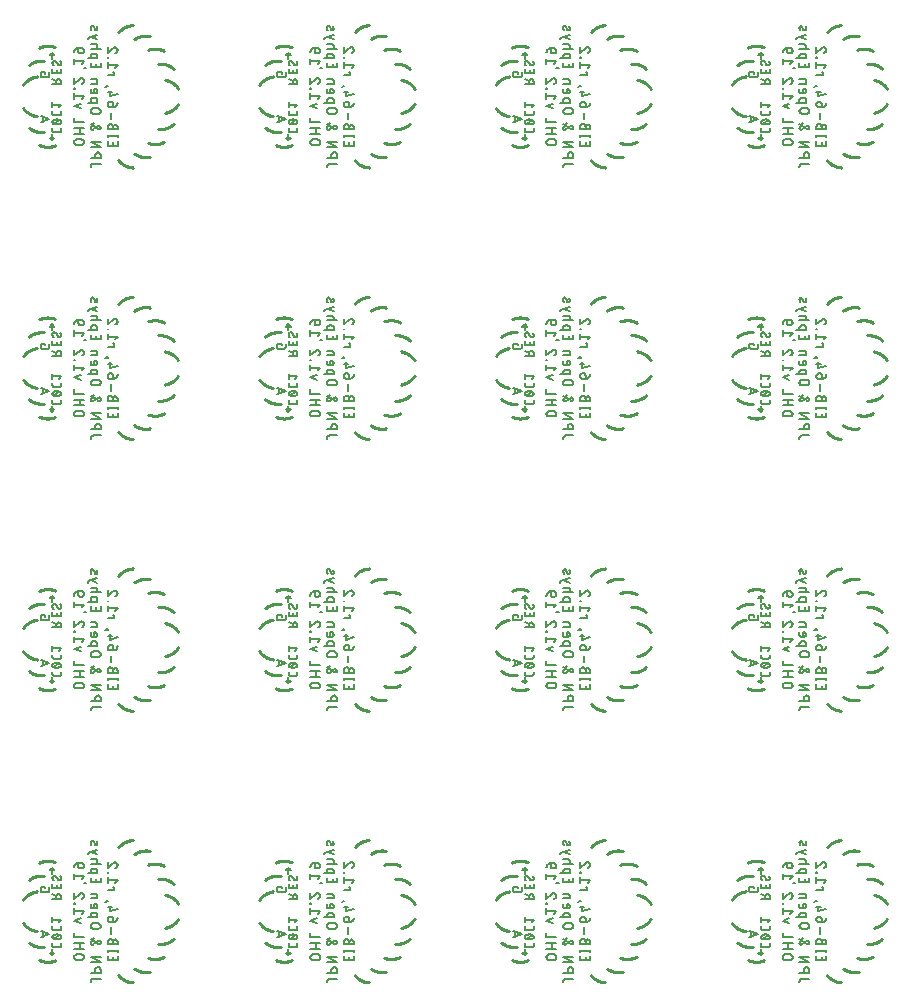
<source format=gbo>
G75*
%MOIN*%
%OFA0B0*%
%FSLAX25Y25*%
%IPPOS*%
%LPD*%
%AMOC8*
5,1,8,0,0,1.08239X$1,22.5*
%
%ADD10C,0.00700*%
%ADD11C,0.00787*%
%ADD12C,0.00600*%
%ADD13C,0.01000*%
D10*
X0075769Y0071458D02*
X0077236Y0071458D01*
X0077236Y0071457D02*
X0077295Y0071459D01*
X0077353Y0071465D01*
X0077411Y0071474D01*
X0077469Y0071487D01*
X0077525Y0071504D01*
X0077580Y0071524D01*
X0077634Y0071548D01*
X0077686Y0071575D01*
X0077736Y0071605D01*
X0077784Y0071639D01*
X0077830Y0071676D01*
X0077874Y0071715D01*
X0077915Y0071758D01*
X0077953Y0071802D01*
X0077988Y0071849D01*
X0078020Y0071899D01*
X0078049Y0071950D01*
X0078075Y0072003D01*
X0078097Y0072057D01*
X0078115Y0072113D01*
X0078130Y0072170D01*
X0078141Y0072228D01*
X0078149Y0072286D01*
X0078153Y0072345D01*
X0078153Y0072403D01*
X0078149Y0072462D01*
X0078141Y0072520D01*
X0078130Y0072578D01*
X0078115Y0072635D01*
X0078097Y0072691D01*
X0078075Y0072745D01*
X0078049Y0072798D01*
X0078020Y0072849D01*
X0077988Y0072899D01*
X0077953Y0072946D01*
X0077915Y0072990D01*
X0077874Y0073033D01*
X0077830Y0073072D01*
X0077784Y0073109D01*
X0077736Y0073143D01*
X0077686Y0073173D01*
X0077634Y0073200D01*
X0077580Y0073224D01*
X0077525Y0073244D01*
X0077469Y0073261D01*
X0077411Y0073274D01*
X0077353Y0073283D01*
X0077295Y0073289D01*
X0077236Y0073291D01*
X0075769Y0073291D01*
X0075710Y0073289D01*
X0075652Y0073283D01*
X0075594Y0073274D01*
X0075536Y0073261D01*
X0075480Y0073244D01*
X0075425Y0073224D01*
X0075371Y0073200D01*
X0075319Y0073173D01*
X0075269Y0073143D01*
X0075221Y0073109D01*
X0075175Y0073072D01*
X0075131Y0073033D01*
X0075090Y0072990D01*
X0075052Y0072946D01*
X0075017Y0072899D01*
X0074985Y0072849D01*
X0074956Y0072798D01*
X0074930Y0072745D01*
X0074908Y0072691D01*
X0074890Y0072635D01*
X0074875Y0072578D01*
X0074864Y0072520D01*
X0074856Y0072462D01*
X0074852Y0072403D01*
X0074852Y0072345D01*
X0074856Y0072286D01*
X0074864Y0072228D01*
X0074875Y0072170D01*
X0074890Y0072113D01*
X0074908Y0072057D01*
X0074930Y0072003D01*
X0074956Y0071950D01*
X0074985Y0071899D01*
X0075017Y0071849D01*
X0075052Y0071802D01*
X0075090Y0071758D01*
X0075131Y0071715D01*
X0075175Y0071676D01*
X0075221Y0071639D01*
X0075269Y0071605D01*
X0075319Y0071575D01*
X0075371Y0071548D01*
X0075425Y0071524D01*
X0075480Y0071504D01*
X0075536Y0071487D01*
X0075594Y0071474D01*
X0075652Y0071465D01*
X0075710Y0071459D01*
X0075769Y0071457D01*
X0074852Y0075178D02*
X0078152Y0075178D01*
X0076686Y0075178D02*
X0076686Y0077011D01*
X0078152Y0077011D02*
X0074852Y0077011D01*
X0074852Y0079029D02*
X0074852Y0080496D01*
X0074852Y0079029D02*
X0078152Y0079029D01*
X0080452Y0078370D02*
X0082927Y0076812D01*
X0082928Y0077728D02*
X0082966Y0077750D01*
X0083006Y0077769D01*
X0083048Y0077784D01*
X0083090Y0077796D01*
X0083134Y0077804D01*
X0083178Y0077809D01*
X0083222Y0077810D01*
X0083266Y0077807D01*
X0083310Y0077801D01*
X0083353Y0077792D01*
X0083395Y0077778D01*
X0083436Y0077762D01*
X0083475Y0077742D01*
X0083513Y0077719D01*
X0083549Y0077693D01*
X0083582Y0077664D01*
X0083613Y0077633D01*
X0083641Y0077599D01*
X0083667Y0077563D01*
X0083689Y0077525D01*
X0083708Y0077485D01*
X0083724Y0077444D01*
X0083737Y0077401D01*
X0083746Y0077358D01*
X0083751Y0077314D01*
X0083753Y0077270D01*
X0083751Y0077226D01*
X0083746Y0077182D01*
X0083737Y0077139D01*
X0083724Y0077096D01*
X0083708Y0077055D01*
X0083689Y0077015D01*
X0083667Y0076977D01*
X0083641Y0076941D01*
X0083613Y0076907D01*
X0083582Y0076876D01*
X0083549Y0076847D01*
X0083513Y0076821D01*
X0083475Y0076798D01*
X0083436Y0076778D01*
X0083395Y0076762D01*
X0083353Y0076748D01*
X0083310Y0076739D01*
X0083266Y0076733D01*
X0083222Y0076730D01*
X0083178Y0076731D01*
X0083134Y0076736D01*
X0083090Y0076744D01*
X0083048Y0076756D01*
X0083006Y0076771D01*
X0082966Y0076790D01*
X0082928Y0076812D01*
X0082927Y0077728D02*
X0081277Y0076628D01*
X0081277Y0076629D02*
X0081242Y0076605D01*
X0081205Y0076585D01*
X0081167Y0076568D01*
X0081127Y0076554D01*
X0081086Y0076545D01*
X0081044Y0076539D01*
X0081002Y0076537D01*
X0080957Y0076539D01*
X0080911Y0076545D01*
X0080867Y0076554D01*
X0080823Y0076567D01*
X0080781Y0076583D01*
X0080740Y0076603D01*
X0080701Y0076627D01*
X0080664Y0076653D01*
X0080629Y0076682D01*
X0080597Y0076714D01*
X0080568Y0076749D01*
X0080542Y0076786D01*
X0080518Y0076825D01*
X0080498Y0076866D01*
X0080482Y0076908D01*
X0080469Y0076952D01*
X0080460Y0076996D01*
X0080454Y0077042D01*
X0080452Y0077087D01*
X0080544Y0077362D02*
X0081552Y0078737D01*
X0080545Y0077362D02*
X0080521Y0077327D01*
X0080501Y0077290D01*
X0080484Y0077252D01*
X0080470Y0077212D01*
X0080461Y0077171D01*
X0080455Y0077129D01*
X0080453Y0077087D01*
X0080452Y0072538D02*
X0083752Y0072538D01*
X0083752Y0070705D02*
X0080452Y0070705D01*
X0080452Y0072538D02*
X0083752Y0070705D01*
X0086052Y0071223D02*
X0086052Y0072690D01*
X0086052Y0074042D02*
X0086052Y0074775D01*
X0086052Y0074409D02*
X0089352Y0074409D01*
X0089352Y0074775D02*
X0089352Y0074042D01*
X0089352Y0072690D02*
X0089352Y0071223D01*
X0086052Y0071223D01*
X0087886Y0071223D02*
X0087886Y0072323D01*
X0087886Y0076577D02*
X0087886Y0077494D01*
X0087888Y0077546D01*
X0087893Y0077598D01*
X0087903Y0077650D01*
X0087916Y0077701D01*
X0087932Y0077750D01*
X0087952Y0077798D01*
X0087976Y0077845D01*
X0088002Y0077890D01*
X0088032Y0077933D01*
X0088065Y0077974D01*
X0088101Y0078012D01*
X0088139Y0078048D01*
X0088180Y0078081D01*
X0088223Y0078111D01*
X0088268Y0078137D01*
X0088315Y0078161D01*
X0088363Y0078181D01*
X0088412Y0078197D01*
X0088463Y0078210D01*
X0088515Y0078220D01*
X0088567Y0078225D01*
X0088619Y0078227D01*
X0088671Y0078225D01*
X0088723Y0078220D01*
X0088775Y0078210D01*
X0088826Y0078197D01*
X0088875Y0078181D01*
X0088923Y0078161D01*
X0088970Y0078137D01*
X0089015Y0078111D01*
X0089058Y0078081D01*
X0089099Y0078048D01*
X0089137Y0078012D01*
X0089173Y0077974D01*
X0089206Y0077933D01*
X0089236Y0077890D01*
X0089262Y0077845D01*
X0089286Y0077798D01*
X0089306Y0077750D01*
X0089322Y0077701D01*
X0089335Y0077650D01*
X0089345Y0077598D01*
X0089350Y0077546D01*
X0089352Y0077494D01*
X0089352Y0076577D01*
X0086052Y0076577D01*
X0086052Y0077494D01*
X0086054Y0077553D01*
X0086060Y0077611D01*
X0086069Y0077669D01*
X0086082Y0077727D01*
X0086099Y0077783D01*
X0086119Y0077838D01*
X0086143Y0077892D01*
X0086170Y0077944D01*
X0086200Y0077994D01*
X0086234Y0078042D01*
X0086271Y0078088D01*
X0086310Y0078132D01*
X0086353Y0078173D01*
X0086397Y0078211D01*
X0086444Y0078246D01*
X0086494Y0078278D01*
X0086545Y0078307D01*
X0086598Y0078333D01*
X0086652Y0078355D01*
X0086708Y0078373D01*
X0086765Y0078388D01*
X0086823Y0078399D01*
X0086881Y0078407D01*
X0086940Y0078411D01*
X0086998Y0078411D01*
X0087057Y0078407D01*
X0087115Y0078399D01*
X0087173Y0078388D01*
X0087230Y0078373D01*
X0087286Y0078355D01*
X0087340Y0078333D01*
X0087393Y0078307D01*
X0087444Y0078278D01*
X0087494Y0078246D01*
X0087541Y0078211D01*
X0087585Y0078173D01*
X0087628Y0078132D01*
X0087667Y0078088D01*
X0087704Y0078042D01*
X0087738Y0077994D01*
X0087768Y0077944D01*
X0087795Y0077892D01*
X0087819Y0077838D01*
X0087839Y0077783D01*
X0087856Y0077727D01*
X0087869Y0077669D01*
X0087878Y0077611D01*
X0087884Y0077553D01*
X0087886Y0077494D01*
X0087336Y0080029D02*
X0087336Y0082229D01*
X0086969Y0084052D02*
X0087886Y0084052D01*
X0087886Y0085152D01*
X0087886Y0084052D02*
X0087960Y0084054D01*
X0088034Y0084060D01*
X0088108Y0084069D01*
X0088181Y0084082D01*
X0088254Y0084099D01*
X0088325Y0084119D01*
X0088395Y0084143D01*
X0088465Y0084171D01*
X0088532Y0084202D01*
X0088598Y0084236D01*
X0088662Y0084274D01*
X0088724Y0084315D01*
X0088784Y0084359D01*
X0088842Y0084406D01*
X0088897Y0084456D01*
X0088949Y0084508D01*
X0088999Y0084563D01*
X0089046Y0084621D01*
X0089090Y0084681D01*
X0089131Y0084743D01*
X0089169Y0084807D01*
X0089203Y0084873D01*
X0089234Y0084940D01*
X0089262Y0085009D01*
X0089286Y0085080D01*
X0089306Y0085151D01*
X0089323Y0085224D01*
X0089336Y0085297D01*
X0089345Y0085371D01*
X0089351Y0085445D01*
X0089353Y0085519D01*
X0087152Y0085885D02*
X0086969Y0085885D01*
X0087152Y0085885D02*
X0087204Y0085883D01*
X0087256Y0085878D01*
X0087308Y0085868D01*
X0087359Y0085855D01*
X0087408Y0085839D01*
X0087456Y0085819D01*
X0087503Y0085795D01*
X0087548Y0085769D01*
X0087591Y0085739D01*
X0087632Y0085706D01*
X0087670Y0085670D01*
X0087706Y0085632D01*
X0087739Y0085591D01*
X0087769Y0085548D01*
X0087795Y0085503D01*
X0087819Y0085456D01*
X0087839Y0085408D01*
X0087855Y0085359D01*
X0087868Y0085308D01*
X0087878Y0085256D01*
X0087883Y0085204D01*
X0087885Y0085152D01*
X0086969Y0085886D02*
X0086910Y0085884D01*
X0086852Y0085878D01*
X0086794Y0085869D01*
X0086736Y0085856D01*
X0086680Y0085839D01*
X0086625Y0085819D01*
X0086571Y0085795D01*
X0086519Y0085768D01*
X0086469Y0085738D01*
X0086421Y0085704D01*
X0086375Y0085667D01*
X0086331Y0085628D01*
X0086290Y0085585D01*
X0086252Y0085541D01*
X0086217Y0085494D01*
X0086185Y0085444D01*
X0086156Y0085393D01*
X0086130Y0085340D01*
X0086108Y0085286D01*
X0086090Y0085230D01*
X0086075Y0085173D01*
X0086064Y0085115D01*
X0086056Y0085057D01*
X0086052Y0084998D01*
X0086052Y0084940D01*
X0086056Y0084881D01*
X0086064Y0084823D01*
X0086075Y0084765D01*
X0086090Y0084708D01*
X0086108Y0084652D01*
X0086130Y0084598D01*
X0086156Y0084545D01*
X0086185Y0084494D01*
X0086217Y0084444D01*
X0086252Y0084397D01*
X0086290Y0084353D01*
X0086331Y0084310D01*
X0086375Y0084271D01*
X0086421Y0084234D01*
X0086469Y0084200D01*
X0086519Y0084170D01*
X0086571Y0084143D01*
X0086625Y0084119D01*
X0086680Y0084099D01*
X0086736Y0084082D01*
X0086794Y0084069D01*
X0086852Y0084060D01*
X0086910Y0084054D01*
X0086969Y0084052D01*
X0086786Y0087652D02*
X0086786Y0089485D01*
X0087519Y0088935D02*
X0086052Y0088935D01*
X0086786Y0087652D02*
X0089352Y0088385D01*
X0086236Y0090975D02*
X0086236Y0091158D01*
X0086052Y0091158D01*
X0085319Y0090883D01*
X0086052Y0090975D02*
X0086236Y0090975D01*
X0086052Y0090975D02*
X0086052Y0091158D01*
X0082652Y0091888D02*
X0082652Y0092805D01*
X0082650Y0092850D01*
X0082644Y0092896D01*
X0082635Y0092940D01*
X0082622Y0092984D01*
X0082606Y0093026D01*
X0082586Y0093067D01*
X0082562Y0093106D01*
X0082536Y0093143D01*
X0082507Y0093178D01*
X0082475Y0093210D01*
X0082440Y0093239D01*
X0082403Y0093265D01*
X0082364Y0093289D01*
X0082323Y0093309D01*
X0082281Y0093325D01*
X0082237Y0093338D01*
X0082193Y0093347D01*
X0082147Y0093353D01*
X0082102Y0093355D01*
X0080452Y0093355D01*
X0080452Y0091888D02*
X0082652Y0091888D01*
X0081919Y0090115D02*
X0081552Y0090115D01*
X0081552Y0088648D01*
X0081919Y0088648D02*
X0081002Y0088648D01*
X0080957Y0088650D01*
X0080911Y0088656D01*
X0080867Y0088665D01*
X0080823Y0088678D01*
X0080781Y0088694D01*
X0080740Y0088714D01*
X0080701Y0088738D01*
X0080664Y0088764D01*
X0080629Y0088793D01*
X0080597Y0088825D01*
X0080568Y0088860D01*
X0080542Y0088897D01*
X0080518Y0088936D01*
X0080498Y0088977D01*
X0080482Y0089019D01*
X0080469Y0089063D01*
X0080460Y0089107D01*
X0080454Y0089153D01*
X0080452Y0089198D01*
X0080452Y0090115D01*
X0081919Y0090115D02*
X0081971Y0090113D01*
X0082023Y0090108D01*
X0082075Y0090098D01*
X0082126Y0090085D01*
X0082175Y0090069D01*
X0082223Y0090049D01*
X0082270Y0090025D01*
X0082315Y0089999D01*
X0082358Y0089969D01*
X0082399Y0089936D01*
X0082437Y0089900D01*
X0082473Y0089862D01*
X0082506Y0089821D01*
X0082536Y0089778D01*
X0082562Y0089733D01*
X0082586Y0089686D01*
X0082606Y0089638D01*
X0082622Y0089589D01*
X0082635Y0089538D01*
X0082645Y0089486D01*
X0082650Y0089434D01*
X0082652Y0089382D01*
X0082650Y0089330D01*
X0082645Y0089278D01*
X0082635Y0089226D01*
X0082622Y0089175D01*
X0082606Y0089126D01*
X0082586Y0089078D01*
X0082562Y0089031D01*
X0082536Y0088986D01*
X0082506Y0088943D01*
X0082473Y0088902D01*
X0082437Y0088864D01*
X0082399Y0088828D01*
X0082358Y0088795D01*
X0082315Y0088765D01*
X0082270Y0088739D01*
X0082223Y0088715D01*
X0082175Y0088695D01*
X0082126Y0088679D01*
X0082075Y0088666D01*
X0082023Y0088656D01*
X0081971Y0088651D01*
X0081919Y0088649D01*
X0082102Y0087025D02*
X0081002Y0087025D01*
X0080957Y0087023D01*
X0080911Y0087017D01*
X0080867Y0087008D01*
X0080823Y0086995D01*
X0080781Y0086979D01*
X0080740Y0086959D01*
X0080701Y0086935D01*
X0080664Y0086909D01*
X0080629Y0086880D01*
X0080597Y0086848D01*
X0080568Y0086813D01*
X0080542Y0086776D01*
X0080518Y0086737D01*
X0080498Y0086696D01*
X0080482Y0086654D01*
X0080469Y0086610D01*
X0080460Y0086566D01*
X0080454Y0086520D01*
X0080452Y0086475D01*
X0080452Y0085558D01*
X0079352Y0085558D02*
X0082652Y0085558D01*
X0082652Y0086475D01*
X0082650Y0086520D01*
X0082644Y0086566D01*
X0082635Y0086610D01*
X0082622Y0086654D01*
X0082606Y0086696D01*
X0082586Y0086737D01*
X0082562Y0086776D01*
X0082536Y0086813D01*
X0082507Y0086848D01*
X0082475Y0086880D01*
X0082440Y0086909D01*
X0082403Y0086935D01*
X0082364Y0086959D01*
X0082323Y0086979D01*
X0082281Y0086995D01*
X0082237Y0087008D01*
X0082193Y0087017D01*
X0082147Y0087023D01*
X0082102Y0087025D01*
X0081369Y0083698D02*
X0082836Y0083698D01*
X0082836Y0083699D02*
X0082895Y0083697D01*
X0082953Y0083691D01*
X0083011Y0083682D01*
X0083069Y0083669D01*
X0083125Y0083652D01*
X0083180Y0083632D01*
X0083234Y0083608D01*
X0083286Y0083581D01*
X0083336Y0083551D01*
X0083384Y0083517D01*
X0083430Y0083480D01*
X0083474Y0083441D01*
X0083515Y0083398D01*
X0083553Y0083354D01*
X0083588Y0083307D01*
X0083620Y0083257D01*
X0083649Y0083206D01*
X0083675Y0083153D01*
X0083697Y0083099D01*
X0083715Y0083043D01*
X0083730Y0082986D01*
X0083741Y0082928D01*
X0083749Y0082870D01*
X0083753Y0082811D01*
X0083753Y0082753D01*
X0083749Y0082694D01*
X0083741Y0082636D01*
X0083730Y0082578D01*
X0083715Y0082521D01*
X0083697Y0082465D01*
X0083675Y0082411D01*
X0083649Y0082358D01*
X0083620Y0082307D01*
X0083588Y0082257D01*
X0083553Y0082210D01*
X0083515Y0082166D01*
X0083474Y0082123D01*
X0083430Y0082084D01*
X0083384Y0082047D01*
X0083336Y0082013D01*
X0083286Y0081983D01*
X0083234Y0081956D01*
X0083180Y0081932D01*
X0083125Y0081912D01*
X0083069Y0081895D01*
X0083011Y0081882D01*
X0082953Y0081873D01*
X0082895Y0081867D01*
X0082836Y0081865D01*
X0081369Y0081865D01*
X0081310Y0081867D01*
X0081252Y0081873D01*
X0081194Y0081882D01*
X0081136Y0081895D01*
X0081080Y0081912D01*
X0081025Y0081932D01*
X0080971Y0081956D01*
X0080919Y0081983D01*
X0080869Y0082013D01*
X0080821Y0082047D01*
X0080775Y0082084D01*
X0080731Y0082123D01*
X0080690Y0082166D01*
X0080652Y0082210D01*
X0080617Y0082257D01*
X0080585Y0082307D01*
X0080556Y0082358D01*
X0080530Y0082411D01*
X0080508Y0082465D01*
X0080490Y0082521D01*
X0080475Y0082578D01*
X0080464Y0082636D01*
X0080456Y0082694D01*
X0080452Y0082753D01*
X0080452Y0082811D01*
X0080456Y0082870D01*
X0080464Y0082928D01*
X0080475Y0082986D01*
X0080490Y0083043D01*
X0080508Y0083099D01*
X0080530Y0083153D01*
X0080556Y0083206D01*
X0080585Y0083257D01*
X0080617Y0083307D01*
X0080652Y0083354D01*
X0080690Y0083398D01*
X0080731Y0083441D01*
X0080775Y0083480D01*
X0080821Y0083517D01*
X0080869Y0083551D01*
X0080919Y0083581D01*
X0080971Y0083608D01*
X0081025Y0083632D01*
X0081080Y0083652D01*
X0081136Y0083669D01*
X0081194Y0083682D01*
X0081252Y0083691D01*
X0081310Y0083697D01*
X0081369Y0083699D01*
X0077052Y0083761D02*
X0074852Y0084494D01*
X0077052Y0085228D01*
X0077419Y0086817D02*
X0078152Y0087734D01*
X0074852Y0087734D01*
X0074852Y0086817D02*
X0074852Y0088651D01*
X0074852Y0090162D02*
X0074852Y0090346D01*
X0075036Y0090346D01*
X0075036Y0090162D01*
X0074852Y0090162D01*
X0074852Y0091857D02*
X0074852Y0093691D01*
X0074852Y0091857D02*
X0076686Y0093416D01*
X0078152Y0092866D02*
X0078150Y0092803D01*
X0078144Y0092739D01*
X0078135Y0092677D01*
X0078122Y0092615D01*
X0078105Y0092553D01*
X0078084Y0092493D01*
X0078060Y0092435D01*
X0078033Y0092377D01*
X0078002Y0092322D01*
X0077968Y0092268D01*
X0077930Y0092217D01*
X0077890Y0092168D01*
X0077847Y0092122D01*
X0077801Y0092078D01*
X0077752Y0092037D01*
X0077702Y0091999D01*
X0077649Y0091964D01*
X0077594Y0091932D01*
X0077537Y0091904D01*
X0077478Y0091879D01*
X0077419Y0091858D01*
X0076685Y0093416D02*
X0076725Y0093455D01*
X0076766Y0093491D01*
X0076810Y0093525D01*
X0076856Y0093555D01*
X0076904Y0093583D01*
X0076953Y0093608D01*
X0077004Y0093630D01*
X0077055Y0093648D01*
X0077109Y0093664D01*
X0077162Y0093676D01*
X0077217Y0093684D01*
X0077272Y0093689D01*
X0077327Y0093691D01*
X0077383Y0093689D01*
X0077439Y0093683D01*
X0077495Y0093674D01*
X0077550Y0093660D01*
X0077603Y0093643D01*
X0077656Y0093623D01*
X0077707Y0093599D01*
X0077756Y0093571D01*
X0077803Y0093540D01*
X0077848Y0093506D01*
X0077890Y0093469D01*
X0077930Y0093429D01*
X0077967Y0093387D01*
X0078001Y0093342D01*
X0078032Y0093295D01*
X0078060Y0093246D01*
X0078084Y0093195D01*
X0078104Y0093142D01*
X0078121Y0093089D01*
X0078135Y0093034D01*
X0078144Y0092978D01*
X0078150Y0092922D01*
X0078152Y0092866D01*
X0078152Y0096974D02*
X0078886Y0096974D01*
X0080452Y0097236D02*
X0083752Y0097236D01*
X0083752Y0098703D01*
X0082286Y0098336D02*
X0082286Y0097236D01*
X0080452Y0097236D02*
X0080452Y0098703D01*
X0080452Y0100318D02*
X0080452Y0101234D01*
X0080454Y0101279D01*
X0080460Y0101325D01*
X0080469Y0101369D01*
X0080482Y0101413D01*
X0080498Y0101455D01*
X0080518Y0101496D01*
X0080542Y0101535D01*
X0080568Y0101572D01*
X0080597Y0101607D01*
X0080629Y0101639D01*
X0080664Y0101668D01*
X0080701Y0101694D01*
X0080740Y0101718D01*
X0080781Y0101738D01*
X0080823Y0101754D01*
X0080867Y0101767D01*
X0080911Y0101776D01*
X0080957Y0101782D01*
X0081002Y0101784D01*
X0082102Y0101784D01*
X0082147Y0101782D01*
X0082193Y0101776D01*
X0082237Y0101767D01*
X0082281Y0101754D01*
X0082323Y0101738D01*
X0082364Y0101718D01*
X0082403Y0101694D01*
X0082440Y0101668D01*
X0082475Y0101639D01*
X0082507Y0101607D01*
X0082536Y0101572D01*
X0082562Y0101535D01*
X0082586Y0101496D01*
X0082606Y0101455D01*
X0082622Y0101413D01*
X0082635Y0101369D01*
X0082644Y0101325D01*
X0082650Y0101279D01*
X0082652Y0101234D01*
X0082652Y0100318D01*
X0079352Y0100318D01*
X0078152Y0099254D02*
X0074852Y0099254D01*
X0074852Y0098337D02*
X0074852Y0100171D01*
X0074852Y0102304D02*
X0074854Y0102378D01*
X0074860Y0102452D01*
X0074869Y0102526D01*
X0074882Y0102599D01*
X0074899Y0102672D01*
X0074919Y0102743D01*
X0074943Y0102813D01*
X0074971Y0102883D01*
X0075002Y0102950D01*
X0075036Y0103016D01*
X0075074Y0103080D01*
X0075115Y0103142D01*
X0075159Y0103202D01*
X0075206Y0103260D01*
X0075256Y0103315D01*
X0075308Y0103367D01*
X0075363Y0103417D01*
X0075421Y0103464D01*
X0075481Y0103508D01*
X0075543Y0103549D01*
X0075607Y0103587D01*
X0075673Y0103621D01*
X0075740Y0103652D01*
X0075810Y0103680D01*
X0075880Y0103704D01*
X0075951Y0103724D01*
X0076024Y0103741D01*
X0076097Y0103754D01*
X0076171Y0103763D01*
X0076245Y0103769D01*
X0076319Y0103771D01*
X0077236Y0103771D01*
X0077295Y0103769D01*
X0077353Y0103763D01*
X0077411Y0103754D01*
X0077469Y0103741D01*
X0077525Y0103724D01*
X0077580Y0103704D01*
X0077634Y0103680D01*
X0077686Y0103653D01*
X0077736Y0103623D01*
X0077784Y0103589D01*
X0077830Y0103552D01*
X0077874Y0103513D01*
X0077915Y0103470D01*
X0077953Y0103426D01*
X0077988Y0103379D01*
X0078020Y0103329D01*
X0078049Y0103278D01*
X0078075Y0103225D01*
X0078097Y0103171D01*
X0078115Y0103115D01*
X0078130Y0103058D01*
X0078141Y0103000D01*
X0078149Y0102942D01*
X0078153Y0102883D01*
X0078153Y0102825D01*
X0078149Y0102766D01*
X0078141Y0102708D01*
X0078130Y0102650D01*
X0078115Y0102593D01*
X0078097Y0102537D01*
X0078075Y0102483D01*
X0078049Y0102430D01*
X0078020Y0102379D01*
X0077988Y0102329D01*
X0077953Y0102282D01*
X0077915Y0102238D01*
X0077874Y0102195D01*
X0077830Y0102156D01*
X0077784Y0102119D01*
X0077736Y0102085D01*
X0077686Y0102055D01*
X0077634Y0102028D01*
X0077580Y0102004D01*
X0077525Y0101984D01*
X0077469Y0101967D01*
X0077411Y0101954D01*
X0077353Y0101945D01*
X0077295Y0101939D01*
X0077236Y0101937D01*
X0077052Y0101937D01*
X0077052Y0101938D02*
X0077000Y0101940D01*
X0076948Y0101945D01*
X0076896Y0101955D01*
X0076845Y0101968D01*
X0076796Y0101984D01*
X0076748Y0102004D01*
X0076701Y0102028D01*
X0076656Y0102054D01*
X0076613Y0102084D01*
X0076572Y0102117D01*
X0076534Y0102153D01*
X0076498Y0102191D01*
X0076465Y0102232D01*
X0076435Y0102275D01*
X0076409Y0102320D01*
X0076385Y0102367D01*
X0076365Y0102415D01*
X0076349Y0102464D01*
X0076336Y0102515D01*
X0076326Y0102567D01*
X0076321Y0102619D01*
X0076319Y0102671D01*
X0076319Y0103771D01*
X0080452Y0103528D02*
X0083752Y0103528D01*
X0082652Y0103528D02*
X0082652Y0104445D01*
X0082650Y0104490D01*
X0082644Y0104536D01*
X0082635Y0104580D01*
X0082622Y0104624D01*
X0082606Y0104666D01*
X0082586Y0104707D01*
X0082562Y0104746D01*
X0082536Y0104783D01*
X0082507Y0104818D01*
X0082475Y0104850D01*
X0082440Y0104879D01*
X0082403Y0104905D01*
X0082364Y0104929D01*
X0082323Y0104949D01*
X0082281Y0104965D01*
X0082237Y0104978D01*
X0082193Y0104987D01*
X0082147Y0104993D01*
X0082102Y0104995D01*
X0080452Y0104995D01*
X0079352Y0106648D02*
X0079352Y0107015D01*
X0082652Y0108115D01*
X0082652Y0106648D02*
X0080452Y0107382D01*
X0082652Y0110107D02*
X0082649Y0110192D01*
X0082642Y0110277D01*
X0082633Y0110361D01*
X0082619Y0110445D01*
X0082602Y0110529D01*
X0082582Y0110611D01*
X0082559Y0110693D01*
X0082532Y0110774D01*
X0082502Y0110853D01*
X0082468Y0110932D01*
X0082652Y0110107D02*
X0082651Y0110064D01*
X0082646Y0110022D01*
X0082637Y0109981D01*
X0082624Y0109940D01*
X0082608Y0109901D01*
X0082589Y0109863D01*
X0082566Y0109827D01*
X0082540Y0109793D01*
X0082511Y0109762D01*
X0082479Y0109734D01*
X0082445Y0109708D01*
X0082409Y0109686D01*
X0082371Y0109667D01*
X0082332Y0109651D01*
X0082291Y0109639D01*
X0082249Y0109631D01*
X0082207Y0109626D01*
X0082164Y0109625D01*
X0082122Y0109628D01*
X0082080Y0109635D01*
X0082039Y0109646D01*
X0081999Y0109660D01*
X0081960Y0109677D01*
X0081923Y0109698D01*
X0081888Y0109723D01*
X0081856Y0109750D01*
X0081826Y0109780D01*
X0081799Y0109813D01*
X0081774Y0109848D01*
X0081754Y0109885D01*
X0081736Y0109924D01*
X0081736Y0109923D02*
X0081369Y0110840D01*
X0081369Y0110839D02*
X0081351Y0110878D01*
X0081331Y0110915D01*
X0081306Y0110950D01*
X0081279Y0110983D01*
X0081249Y0111013D01*
X0081217Y0111040D01*
X0081182Y0111065D01*
X0081145Y0111086D01*
X0081106Y0111103D01*
X0081066Y0111117D01*
X0081025Y0111128D01*
X0080983Y0111135D01*
X0080941Y0111138D01*
X0080898Y0111137D01*
X0080856Y0111132D01*
X0080814Y0111124D01*
X0080773Y0111112D01*
X0080734Y0111096D01*
X0080696Y0111077D01*
X0080660Y0111055D01*
X0080626Y0111029D01*
X0080594Y0111001D01*
X0080565Y0110970D01*
X0080539Y0110936D01*
X0080516Y0110900D01*
X0080497Y0110862D01*
X0080481Y0110823D01*
X0080468Y0110782D01*
X0080459Y0110741D01*
X0080454Y0110699D01*
X0080453Y0110656D01*
X0080452Y0110657D02*
X0080455Y0110554D01*
X0080462Y0110451D01*
X0080472Y0110348D01*
X0080485Y0110246D01*
X0080502Y0110145D01*
X0080522Y0110044D01*
X0080546Y0109944D01*
X0080572Y0109844D01*
X0080602Y0109746D01*
X0080636Y0109648D01*
X0086052Y0104005D02*
X0086052Y0102172D01*
X0087886Y0103730D01*
X0089352Y0103180D02*
X0089350Y0103117D01*
X0089344Y0103053D01*
X0089335Y0102991D01*
X0089322Y0102929D01*
X0089305Y0102867D01*
X0089284Y0102807D01*
X0089260Y0102749D01*
X0089233Y0102691D01*
X0089202Y0102636D01*
X0089168Y0102582D01*
X0089130Y0102531D01*
X0089090Y0102482D01*
X0089047Y0102436D01*
X0089001Y0102392D01*
X0088952Y0102351D01*
X0088902Y0102313D01*
X0088849Y0102278D01*
X0088794Y0102246D01*
X0088737Y0102218D01*
X0088678Y0102193D01*
X0088619Y0102172D01*
X0087885Y0103730D02*
X0087925Y0103769D01*
X0087966Y0103805D01*
X0088010Y0103839D01*
X0088056Y0103869D01*
X0088104Y0103897D01*
X0088153Y0103922D01*
X0088204Y0103944D01*
X0088255Y0103962D01*
X0088309Y0103978D01*
X0088362Y0103990D01*
X0088417Y0103998D01*
X0088472Y0104003D01*
X0088527Y0104005D01*
X0088583Y0104003D01*
X0088639Y0103997D01*
X0088695Y0103988D01*
X0088750Y0103974D01*
X0088803Y0103957D01*
X0088856Y0103937D01*
X0088907Y0103913D01*
X0088956Y0103885D01*
X0089003Y0103854D01*
X0089048Y0103820D01*
X0089090Y0103783D01*
X0089130Y0103743D01*
X0089167Y0103701D01*
X0089201Y0103656D01*
X0089232Y0103609D01*
X0089260Y0103560D01*
X0089284Y0103509D01*
X0089304Y0103456D01*
X0089321Y0103403D01*
X0089335Y0103348D01*
X0089344Y0103292D01*
X0089350Y0103236D01*
X0089352Y0103180D01*
X0086236Y0100660D02*
X0086052Y0100660D01*
X0086052Y0100477D01*
X0086236Y0100477D01*
X0086236Y0100660D01*
X0086052Y0098965D02*
X0086052Y0097132D01*
X0086052Y0098048D02*
X0089352Y0098048D01*
X0088619Y0097132D01*
X0088252Y0095808D02*
X0087886Y0095808D01*
X0088252Y0095808D02*
X0088252Y0094708D01*
X0086052Y0094708D01*
X0078152Y0099254D02*
X0077419Y0098337D01*
X0081919Y0068107D02*
X0081919Y0067190D01*
X0081919Y0068107D02*
X0081921Y0068166D01*
X0081927Y0068224D01*
X0081936Y0068282D01*
X0081949Y0068340D01*
X0081966Y0068396D01*
X0081986Y0068451D01*
X0082010Y0068505D01*
X0082037Y0068557D01*
X0082067Y0068607D01*
X0082101Y0068655D01*
X0082138Y0068701D01*
X0082177Y0068745D01*
X0082220Y0068786D01*
X0082264Y0068824D01*
X0082311Y0068859D01*
X0082361Y0068891D01*
X0082412Y0068920D01*
X0082465Y0068946D01*
X0082519Y0068968D01*
X0082575Y0068986D01*
X0082632Y0069001D01*
X0082690Y0069012D01*
X0082748Y0069020D01*
X0082807Y0069024D01*
X0082865Y0069024D01*
X0082924Y0069020D01*
X0082982Y0069012D01*
X0083040Y0069001D01*
X0083097Y0068986D01*
X0083153Y0068968D01*
X0083207Y0068946D01*
X0083260Y0068920D01*
X0083311Y0068891D01*
X0083361Y0068859D01*
X0083408Y0068824D01*
X0083452Y0068786D01*
X0083495Y0068745D01*
X0083534Y0068701D01*
X0083571Y0068655D01*
X0083605Y0068607D01*
X0083635Y0068557D01*
X0083662Y0068505D01*
X0083686Y0068451D01*
X0083706Y0068396D01*
X0083723Y0068340D01*
X0083736Y0068282D01*
X0083745Y0068224D01*
X0083751Y0068166D01*
X0083753Y0068107D01*
X0083752Y0068107D02*
X0083752Y0067190D01*
X0080452Y0067190D01*
X0081186Y0065122D02*
X0083752Y0065122D01*
X0081186Y0065121D02*
X0081134Y0065119D01*
X0081082Y0065114D01*
X0081030Y0065104D01*
X0080979Y0065091D01*
X0080930Y0065075D01*
X0080882Y0065055D01*
X0080835Y0065031D01*
X0080790Y0065005D01*
X0080747Y0064975D01*
X0080706Y0064942D01*
X0080668Y0064906D01*
X0080632Y0064868D01*
X0080599Y0064827D01*
X0080569Y0064784D01*
X0080543Y0064739D01*
X0080519Y0064692D01*
X0080499Y0064644D01*
X0080483Y0064595D01*
X0080470Y0064544D01*
X0080460Y0064492D01*
X0080455Y0064440D01*
X0080453Y0064388D01*
X0080452Y0064388D02*
X0080452Y0064022D01*
X0153593Y0075178D02*
X0156893Y0075178D01*
X0155426Y0075178D02*
X0155426Y0077011D01*
X0156893Y0077011D02*
X0153593Y0077011D01*
X0153593Y0079029D02*
X0153593Y0080496D01*
X0153593Y0079029D02*
X0156893Y0079029D01*
X0159193Y0078370D02*
X0161668Y0076812D01*
X0161668Y0077728D02*
X0161706Y0077750D01*
X0161746Y0077769D01*
X0161788Y0077784D01*
X0161830Y0077796D01*
X0161874Y0077804D01*
X0161918Y0077809D01*
X0161962Y0077810D01*
X0162006Y0077807D01*
X0162050Y0077801D01*
X0162093Y0077792D01*
X0162135Y0077778D01*
X0162176Y0077762D01*
X0162215Y0077742D01*
X0162253Y0077719D01*
X0162289Y0077693D01*
X0162322Y0077664D01*
X0162353Y0077633D01*
X0162381Y0077599D01*
X0162407Y0077563D01*
X0162429Y0077525D01*
X0162448Y0077485D01*
X0162464Y0077444D01*
X0162477Y0077401D01*
X0162486Y0077358D01*
X0162491Y0077314D01*
X0162493Y0077270D01*
X0162491Y0077226D01*
X0162486Y0077182D01*
X0162477Y0077139D01*
X0162464Y0077096D01*
X0162448Y0077055D01*
X0162429Y0077015D01*
X0162407Y0076977D01*
X0162381Y0076941D01*
X0162353Y0076907D01*
X0162322Y0076876D01*
X0162289Y0076847D01*
X0162253Y0076821D01*
X0162215Y0076798D01*
X0162176Y0076778D01*
X0162135Y0076762D01*
X0162093Y0076748D01*
X0162050Y0076739D01*
X0162006Y0076733D01*
X0161962Y0076730D01*
X0161918Y0076731D01*
X0161874Y0076736D01*
X0161830Y0076744D01*
X0161788Y0076756D01*
X0161746Y0076771D01*
X0161706Y0076790D01*
X0161668Y0076812D01*
X0161668Y0077728D02*
X0160018Y0076628D01*
X0160018Y0076629D02*
X0159983Y0076605D01*
X0159946Y0076585D01*
X0159908Y0076568D01*
X0159868Y0076554D01*
X0159827Y0076545D01*
X0159785Y0076539D01*
X0159743Y0076537D01*
X0159698Y0076539D01*
X0159652Y0076545D01*
X0159608Y0076554D01*
X0159564Y0076567D01*
X0159522Y0076583D01*
X0159481Y0076603D01*
X0159442Y0076627D01*
X0159405Y0076653D01*
X0159370Y0076682D01*
X0159338Y0076714D01*
X0159309Y0076749D01*
X0159283Y0076786D01*
X0159259Y0076825D01*
X0159239Y0076866D01*
X0159223Y0076908D01*
X0159210Y0076952D01*
X0159201Y0076996D01*
X0159195Y0077042D01*
X0159193Y0077087D01*
X0159284Y0077362D02*
X0160293Y0078737D01*
X0159285Y0077362D02*
X0159261Y0077327D01*
X0159241Y0077290D01*
X0159224Y0077252D01*
X0159210Y0077212D01*
X0159201Y0077171D01*
X0159195Y0077129D01*
X0159193Y0077087D01*
X0159193Y0072538D02*
X0162493Y0072538D01*
X0162493Y0070705D02*
X0159193Y0070705D01*
X0159193Y0072538D02*
X0162493Y0070705D01*
X0164793Y0071223D02*
X0168093Y0071223D01*
X0168093Y0072690D01*
X0168093Y0074042D02*
X0168093Y0074775D01*
X0168093Y0074409D02*
X0164793Y0074409D01*
X0164793Y0074775D02*
X0164793Y0074042D01*
X0164793Y0072690D02*
X0164793Y0071223D01*
X0166626Y0071223D02*
X0166626Y0072323D01*
X0166626Y0076577D02*
X0166626Y0077494D01*
X0166628Y0077546D01*
X0166633Y0077598D01*
X0166643Y0077650D01*
X0166656Y0077701D01*
X0166672Y0077750D01*
X0166692Y0077798D01*
X0166716Y0077845D01*
X0166742Y0077890D01*
X0166772Y0077933D01*
X0166805Y0077974D01*
X0166841Y0078012D01*
X0166879Y0078048D01*
X0166920Y0078081D01*
X0166963Y0078111D01*
X0167008Y0078137D01*
X0167055Y0078161D01*
X0167103Y0078181D01*
X0167152Y0078197D01*
X0167203Y0078210D01*
X0167255Y0078220D01*
X0167307Y0078225D01*
X0167359Y0078227D01*
X0167411Y0078225D01*
X0167463Y0078220D01*
X0167515Y0078210D01*
X0167566Y0078197D01*
X0167615Y0078181D01*
X0167663Y0078161D01*
X0167710Y0078137D01*
X0167755Y0078111D01*
X0167798Y0078081D01*
X0167839Y0078048D01*
X0167877Y0078012D01*
X0167913Y0077974D01*
X0167946Y0077933D01*
X0167976Y0077890D01*
X0168002Y0077845D01*
X0168026Y0077798D01*
X0168046Y0077750D01*
X0168062Y0077701D01*
X0168075Y0077650D01*
X0168085Y0077598D01*
X0168090Y0077546D01*
X0168092Y0077494D01*
X0168093Y0077494D02*
X0168093Y0076577D01*
X0164793Y0076577D01*
X0164793Y0077494D01*
X0164792Y0077494D02*
X0164794Y0077553D01*
X0164800Y0077611D01*
X0164809Y0077669D01*
X0164822Y0077727D01*
X0164839Y0077783D01*
X0164859Y0077838D01*
X0164883Y0077892D01*
X0164910Y0077944D01*
X0164940Y0077994D01*
X0164974Y0078042D01*
X0165011Y0078088D01*
X0165050Y0078132D01*
X0165093Y0078173D01*
X0165137Y0078211D01*
X0165184Y0078246D01*
X0165234Y0078278D01*
X0165285Y0078307D01*
X0165338Y0078333D01*
X0165392Y0078355D01*
X0165448Y0078373D01*
X0165505Y0078388D01*
X0165563Y0078399D01*
X0165621Y0078407D01*
X0165680Y0078411D01*
X0165738Y0078411D01*
X0165797Y0078407D01*
X0165855Y0078399D01*
X0165913Y0078388D01*
X0165970Y0078373D01*
X0166026Y0078355D01*
X0166080Y0078333D01*
X0166133Y0078307D01*
X0166184Y0078278D01*
X0166234Y0078246D01*
X0166281Y0078211D01*
X0166325Y0078173D01*
X0166368Y0078132D01*
X0166407Y0078088D01*
X0166444Y0078042D01*
X0166478Y0077994D01*
X0166508Y0077944D01*
X0166535Y0077892D01*
X0166559Y0077838D01*
X0166579Y0077783D01*
X0166596Y0077727D01*
X0166609Y0077669D01*
X0166618Y0077611D01*
X0166624Y0077553D01*
X0166626Y0077494D01*
X0166076Y0080029D02*
X0166076Y0082229D01*
X0165709Y0084052D02*
X0166626Y0084052D01*
X0166626Y0085152D01*
X0166626Y0084052D02*
X0166700Y0084054D01*
X0166774Y0084060D01*
X0166848Y0084069D01*
X0166921Y0084082D01*
X0166994Y0084099D01*
X0167065Y0084119D01*
X0167135Y0084143D01*
X0167205Y0084171D01*
X0167272Y0084202D01*
X0167338Y0084236D01*
X0167402Y0084274D01*
X0167464Y0084315D01*
X0167524Y0084359D01*
X0167582Y0084406D01*
X0167637Y0084456D01*
X0167689Y0084508D01*
X0167739Y0084563D01*
X0167786Y0084621D01*
X0167830Y0084681D01*
X0167871Y0084743D01*
X0167909Y0084807D01*
X0167943Y0084873D01*
X0167974Y0084940D01*
X0168002Y0085009D01*
X0168026Y0085080D01*
X0168046Y0085151D01*
X0168063Y0085224D01*
X0168076Y0085297D01*
X0168085Y0085371D01*
X0168091Y0085445D01*
X0168093Y0085519D01*
X0165893Y0085885D02*
X0165709Y0085885D01*
X0165893Y0085885D02*
X0165945Y0085883D01*
X0165997Y0085878D01*
X0166049Y0085868D01*
X0166100Y0085855D01*
X0166149Y0085839D01*
X0166197Y0085819D01*
X0166244Y0085795D01*
X0166289Y0085769D01*
X0166332Y0085739D01*
X0166373Y0085706D01*
X0166411Y0085670D01*
X0166447Y0085632D01*
X0166480Y0085591D01*
X0166510Y0085548D01*
X0166536Y0085503D01*
X0166560Y0085456D01*
X0166580Y0085408D01*
X0166596Y0085359D01*
X0166609Y0085308D01*
X0166619Y0085256D01*
X0166624Y0085204D01*
X0166626Y0085152D01*
X0165709Y0085886D02*
X0165650Y0085884D01*
X0165592Y0085878D01*
X0165534Y0085869D01*
X0165476Y0085856D01*
X0165420Y0085839D01*
X0165365Y0085819D01*
X0165311Y0085795D01*
X0165259Y0085768D01*
X0165209Y0085738D01*
X0165161Y0085704D01*
X0165115Y0085667D01*
X0165071Y0085628D01*
X0165030Y0085585D01*
X0164992Y0085541D01*
X0164957Y0085494D01*
X0164925Y0085444D01*
X0164896Y0085393D01*
X0164870Y0085340D01*
X0164848Y0085286D01*
X0164830Y0085230D01*
X0164815Y0085173D01*
X0164804Y0085115D01*
X0164796Y0085057D01*
X0164792Y0084998D01*
X0164792Y0084940D01*
X0164796Y0084881D01*
X0164804Y0084823D01*
X0164815Y0084765D01*
X0164830Y0084708D01*
X0164848Y0084652D01*
X0164870Y0084598D01*
X0164896Y0084545D01*
X0164925Y0084494D01*
X0164957Y0084444D01*
X0164992Y0084397D01*
X0165030Y0084353D01*
X0165071Y0084310D01*
X0165115Y0084271D01*
X0165161Y0084234D01*
X0165209Y0084200D01*
X0165259Y0084170D01*
X0165311Y0084143D01*
X0165365Y0084119D01*
X0165420Y0084099D01*
X0165476Y0084082D01*
X0165534Y0084069D01*
X0165592Y0084060D01*
X0165650Y0084054D01*
X0165709Y0084052D01*
X0165526Y0087652D02*
X0165526Y0089485D01*
X0166259Y0088935D02*
X0164793Y0088935D01*
X0165526Y0087652D02*
X0168093Y0088385D01*
X0164976Y0090975D02*
X0164976Y0091158D01*
X0164793Y0091158D01*
X0164059Y0090883D01*
X0164793Y0090975D02*
X0164976Y0090975D01*
X0164793Y0090975D02*
X0164793Y0091158D01*
X0161393Y0091888D02*
X0161393Y0092805D01*
X0161391Y0092850D01*
X0161385Y0092896D01*
X0161376Y0092940D01*
X0161363Y0092984D01*
X0161347Y0093026D01*
X0161327Y0093067D01*
X0161303Y0093106D01*
X0161277Y0093143D01*
X0161248Y0093178D01*
X0161216Y0093210D01*
X0161181Y0093239D01*
X0161144Y0093265D01*
X0161105Y0093289D01*
X0161064Y0093309D01*
X0161022Y0093325D01*
X0160978Y0093338D01*
X0160934Y0093347D01*
X0160888Y0093353D01*
X0160843Y0093355D01*
X0159193Y0093355D01*
X0159193Y0091888D02*
X0161393Y0091888D01*
X0160659Y0090115D02*
X0160293Y0090115D01*
X0160293Y0088648D01*
X0160659Y0088648D02*
X0159743Y0088648D01*
X0159698Y0088650D01*
X0159652Y0088656D01*
X0159608Y0088665D01*
X0159564Y0088678D01*
X0159522Y0088694D01*
X0159481Y0088714D01*
X0159442Y0088738D01*
X0159405Y0088764D01*
X0159370Y0088793D01*
X0159338Y0088825D01*
X0159309Y0088860D01*
X0159283Y0088897D01*
X0159259Y0088936D01*
X0159239Y0088977D01*
X0159223Y0089019D01*
X0159210Y0089063D01*
X0159201Y0089107D01*
X0159195Y0089153D01*
X0159193Y0089198D01*
X0159193Y0090115D01*
X0160659Y0090115D02*
X0160711Y0090113D01*
X0160763Y0090108D01*
X0160815Y0090098D01*
X0160866Y0090085D01*
X0160915Y0090069D01*
X0160963Y0090049D01*
X0161010Y0090025D01*
X0161055Y0089999D01*
X0161098Y0089969D01*
X0161139Y0089936D01*
X0161177Y0089900D01*
X0161213Y0089862D01*
X0161246Y0089821D01*
X0161276Y0089778D01*
X0161302Y0089733D01*
X0161326Y0089686D01*
X0161346Y0089638D01*
X0161362Y0089589D01*
X0161375Y0089538D01*
X0161385Y0089486D01*
X0161390Y0089434D01*
X0161392Y0089382D01*
X0161390Y0089330D01*
X0161385Y0089278D01*
X0161375Y0089226D01*
X0161362Y0089175D01*
X0161346Y0089126D01*
X0161326Y0089078D01*
X0161302Y0089031D01*
X0161276Y0088986D01*
X0161246Y0088943D01*
X0161213Y0088902D01*
X0161177Y0088864D01*
X0161139Y0088828D01*
X0161098Y0088795D01*
X0161055Y0088765D01*
X0161010Y0088739D01*
X0160963Y0088715D01*
X0160915Y0088695D01*
X0160866Y0088679D01*
X0160815Y0088666D01*
X0160763Y0088656D01*
X0160711Y0088651D01*
X0160659Y0088649D01*
X0160843Y0087025D02*
X0159743Y0087025D01*
X0159698Y0087023D01*
X0159652Y0087017D01*
X0159608Y0087008D01*
X0159564Y0086995D01*
X0159522Y0086979D01*
X0159481Y0086959D01*
X0159442Y0086935D01*
X0159405Y0086909D01*
X0159370Y0086880D01*
X0159338Y0086848D01*
X0159309Y0086813D01*
X0159283Y0086776D01*
X0159259Y0086737D01*
X0159239Y0086696D01*
X0159223Y0086654D01*
X0159210Y0086610D01*
X0159201Y0086566D01*
X0159195Y0086520D01*
X0159193Y0086475D01*
X0159193Y0085558D01*
X0158093Y0085558D02*
X0161393Y0085558D01*
X0161393Y0086475D01*
X0161391Y0086520D01*
X0161385Y0086566D01*
X0161376Y0086610D01*
X0161363Y0086654D01*
X0161347Y0086696D01*
X0161327Y0086737D01*
X0161303Y0086776D01*
X0161277Y0086813D01*
X0161248Y0086848D01*
X0161216Y0086880D01*
X0161181Y0086909D01*
X0161144Y0086935D01*
X0161105Y0086959D01*
X0161064Y0086979D01*
X0161022Y0086995D01*
X0160978Y0087008D01*
X0160934Y0087017D01*
X0160888Y0087023D01*
X0160843Y0087025D01*
X0161576Y0083698D02*
X0160109Y0083698D01*
X0160109Y0083699D02*
X0160050Y0083697D01*
X0159992Y0083691D01*
X0159934Y0083682D01*
X0159876Y0083669D01*
X0159820Y0083652D01*
X0159765Y0083632D01*
X0159711Y0083608D01*
X0159659Y0083581D01*
X0159609Y0083551D01*
X0159561Y0083517D01*
X0159515Y0083480D01*
X0159471Y0083441D01*
X0159430Y0083398D01*
X0159392Y0083354D01*
X0159357Y0083307D01*
X0159325Y0083257D01*
X0159296Y0083206D01*
X0159270Y0083153D01*
X0159248Y0083099D01*
X0159230Y0083043D01*
X0159215Y0082986D01*
X0159204Y0082928D01*
X0159196Y0082870D01*
X0159192Y0082811D01*
X0159192Y0082753D01*
X0159196Y0082694D01*
X0159204Y0082636D01*
X0159215Y0082578D01*
X0159230Y0082521D01*
X0159248Y0082465D01*
X0159270Y0082411D01*
X0159296Y0082358D01*
X0159325Y0082307D01*
X0159357Y0082257D01*
X0159392Y0082210D01*
X0159430Y0082166D01*
X0159471Y0082123D01*
X0159515Y0082084D01*
X0159561Y0082047D01*
X0159609Y0082013D01*
X0159659Y0081983D01*
X0159711Y0081956D01*
X0159765Y0081932D01*
X0159820Y0081912D01*
X0159876Y0081895D01*
X0159934Y0081882D01*
X0159992Y0081873D01*
X0160050Y0081867D01*
X0160109Y0081865D01*
X0161576Y0081865D01*
X0161635Y0081867D01*
X0161693Y0081873D01*
X0161751Y0081882D01*
X0161809Y0081895D01*
X0161865Y0081912D01*
X0161920Y0081932D01*
X0161974Y0081956D01*
X0162026Y0081983D01*
X0162076Y0082013D01*
X0162124Y0082047D01*
X0162170Y0082084D01*
X0162214Y0082123D01*
X0162255Y0082166D01*
X0162293Y0082210D01*
X0162328Y0082257D01*
X0162360Y0082307D01*
X0162389Y0082358D01*
X0162415Y0082411D01*
X0162437Y0082465D01*
X0162455Y0082521D01*
X0162470Y0082578D01*
X0162481Y0082636D01*
X0162489Y0082694D01*
X0162493Y0082753D01*
X0162493Y0082811D01*
X0162489Y0082870D01*
X0162481Y0082928D01*
X0162470Y0082986D01*
X0162455Y0083043D01*
X0162437Y0083099D01*
X0162415Y0083153D01*
X0162389Y0083206D01*
X0162360Y0083257D01*
X0162328Y0083307D01*
X0162293Y0083354D01*
X0162255Y0083398D01*
X0162214Y0083441D01*
X0162170Y0083480D01*
X0162124Y0083517D01*
X0162076Y0083551D01*
X0162026Y0083581D01*
X0161974Y0083608D01*
X0161920Y0083632D01*
X0161865Y0083652D01*
X0161809Y0083669D01*
X0161751Y0083682D01*
X0161693Y0083691D01*
X0161635Y0083697D01*
X0161576Y0083699D01*
X0155793Y0083761D02*
X0153593Y0084494D01*
X0155793Y0085228D01*
X0156159Y0086817D02*
X0156893Y0087734D01*
X0153593Y0087734D01*
X0153593Y0086817D02*
X0153593Y0088651D01*
X0153593Y0090162D02*
X0153593Y0090346D01*
X0153776Y0090346D01*
X0153776Y0090162D01*
X0153593Y0090162D01*
X0153593Y0091857D02*
X0153593Y0093691D01*
X0153593Y0091857D02*
X0155426Y0093416D01*
X0156893Y0092866D02*
X0156891Y0092803D01*
X0156885Y0092739D01*
X0156876Y0092677D01*
X0156863Y0092615D01*
X0156846Y0092553D01*
X0156825Y0092493D01*
X0156801Y0092435D01*
X0156774Y0092377D01*
X0156743Y0092322D01*
X0156709Y0092268D01*
X0156671Y0092217D01*
X0156631Y0092168D01*
X0156588Y0092122D01*
X0156542Y0092078D01*
X0156493Y0092037D01*
X0156443Y0091999D01*
X0156390Y0091964D01*
X0156335Y0091932D01*
X0156278Y0091904D01*
X0156219Y0091879D01*
X0156160Y0091858D01*
X0155426Y0093416D02*
X0155466Y0093455D01*
X0155507Y0093491D01*
X0155551Y0093525D01*
X0155597Y0093555D01*
X0155645Y0093583D01*
X0155694Y0093608D01*
X0155745Y0093630D01*
X0155796Y0093648D01*
X0155850Y0093664D01*
X0155903Y0093676D01*
X0155958Y0093684D01*
X0156013Y0093689D01*
X0156068Y0093691D01*
X0156124Y0093689D01*
X0156180Y0093683D01*
X0156236Y0093674D01*
X0156291Y0093660D01*
X0156344Y0093643D01*
X0156397Y0093623D01*
X0156448Y0093599D01*
X0156497Y0093571D01*
X0156544Y0093540D01*
X0156589Y0093506D01*
X0156631Y0093469D01*
X0156671Y0093429D01*
X0156708Y0093387D01*
X0156742Y0093342D01*
X0156773Y0093295D01*
X0156801Y0093246D01*
X0156825Y0093195D01*
X0156845Y0093142D01*
X0156862Y0093089D01*
X0156876Y0093034D01*
X0156885Y0092978D01*
X0156891Y0092922D01*
X0156893Y0092866D01*
X0156893Y0096974D02*
X0157626Y0096974D01*
X0159193Y0097236D02*
X0162493Y0097236D01*
X0162493Y0098703D01*
X0161026Y0098336D02*
X0161026Y0097236D01*
X0159193Y0097236D02*
X0159193Y0098703D01*
X0159193Y0100318D02*
X0159193Y0101234D01*
X0159195Y0101279D01*
X0159201Y0101325D01*
X0159210Y0101369D01*
X0159223Y0101413D01*
X0159239Y0101455D01*
X0159259Y0101496D01*
X0159283Y0101535D01*
X0159309Y0101572D01*
X0159338Y0101607D01*
X0159370Y0101639D01*
X0159405Y0101668D01*
X0159442Y0101694D01*
X0159481Y0101718D01*
X0159522Y0101738D01*
X0159564Y0101754D01*
X0159608Y0101767D01*
X0159652Y0101776D01*
X0159698Y0101782D01*
X0159743Y0101784D01*
X0160843Y0101784D01*
X0160888Y0101782D01*
X0160934Y0101776D01*
X0160978Y0101767D01*
X0161022Y0101754D01*
X0161064Y0101738D01*
X0161105Y0101718D01*
X0161144Y0101694D01*
X0161181Y0101668D01*
X0161216Y0101639D01*
X0161248Y0101607D01*
X0161277Y0101572D01*
X0161303Y0101535D01*
X0161327Y0101496D01*
X0161347Y0101455D01*
X0161363Y0101413D01*
X0161376Y0101369D01*
X0161385Y0101325D01*
X0161391Y0101279D01*
X0161393Y0101234D01*
X0161393Y0100318D01*
X0158093Y0100318D01*
X0156893Y0099254D02*
X0153593Y0099254D01*
X0153593Y0098337D02*
X0153593Y0100171D01*
X0153592Y0102304D02*
X0153594Y0102378D01*
X0153600Y0102452D01*
X0153609Y0102526D01*
X0153622Y0102599D01*
X0153639Y0102672D01*
X0153659Y0102743D01*
X0153683Y0102813D01*
X0153711Y0102883D01*
X0153742Y0102950D01*
X0153776Y0103016D01*
X0153814Y0103080D01*
X0153855Y0103142D01*
X0153899Y0103202D01*
X0153946Y0103260D01*
X0153996Y0103315D01*
X0154048Y0103367D01*
X0154103Y0103417D01*
X0154161Y0103464D01*
X0154221Y0103508D01*
X0154283Y0103549D01*
X0154347Y0103587D01*
X0154413Y0103621D01*
X0154480Y0103652D01*
X0154550Y0103680D01*
X0154620Y0103704D01*
X0154691Y0103724D01*
X0154764Y0103741D01*
X0154837Y0103754D01*
X0154911Y0103763D01*
X0154985Y0103769D01*
X0155059Y0103771D01*
X0155976Y0103771D01*
X0155059Y0103771D02*
X0155059Y0102671D01*
X0155060Y0102671D02*
X0155062Y0102619D01*
X0155067Y0102567D01*
X0155077Y0102515D01*
X0155090Y0102464D01*
X0155106Y0102415D01*
X0155126Y0102367D01*
X0155150Y0102320D01*
X0155176Y0102275D01*
X0155206Y0102232D01*
X0155239Y0102191D01*
X0155275Y0102153D01*
X0155313Y0102117D01*
X0155354Y0102084D01*
X0155397Y0102054D01*
X0155442Y0102028D01*
X0155489Y0102004D01*
X0155537Y0101984D01*
X0155586Y0101968D01*
X0155637Y0101955D01*
X0155689Y0101945D01*
X0155741Y0101940D01*
X0155793Y0101938D01*
X0155793Y0101937D02*
X0155976Y0101937D01*
X0156035Y0101939D01*
X0156093Y0101945D01*
X0156151Y0101954D01*
X0156209Y0101967D01*
X0156265Y0101984D01*
X0156320Y0102004D01*
X0156374Y0102028D01*
X0156426Y0102055D01*
X0156476Y0102085D01*
X0156524Y0102119D01*
X0156570Y0102156D01*
X0156614Y0102195D01*
X0156655Y0102238D01*
X0156693Y0102282D01*
X0156728Y0102329D01*
X0156760Y0102379D01*
X0156789Y0102430D01*
X0156815Y0102483D01*
X0156837Y0102537D01*
X0156855Y0102593D01*
X0156870Y0102650D01*
X0156881Y0102708D01*
X0156889Y0102766D01*
X0156893Y0102825D01*
X0156893Y0102883D01*
X0156889Y0102942D01*
X0156881Y0103000D01*
X0156870Y0103058D01*
X0156855Y0103115D01*
X0156837Y0103171D01*
X0156815Y0103225D01*
X0156789Y0103278D01*
X0156760Y0103329D01*
X0156728Y0103379D01*
X0156693Y0103426D01*
X0156655Y0103470D01*
X0156614Y0103513D01*
X0156570Y0103552D01*
X0156524Y0103589D01*
X0156476Y0103623D01*
X0156426Y0103653D01*
X0156374Y0103680D01*
X0156320Y0103704D01*
X0156265Y0103724D01*
X0156209Y0103741D01*
X0156151Y0103754D01*
X0156093Y0103763D01*
X0156035Y0103769D01*
X0155976Y0103771D01*
X0159193Y0103528D02*
X0162493Y0103528D01*
X0161393Y0103528D02*
X0161393Y0104445D01*
X0161391Y0104490D01*
X0161385Y0104536D01*
X0161376Y0104580D01*
X0161363Y0104624D01*
X0161347Y0104666D01*
X0161327Y0104707D01*
X0161303Y0104746D01*
X0161277Y0104783D01*
X0161248Y0104818D01*
X0161216Y0104850D01*
X0161181Y0104879D01*
X0161144Y0104905D01*
X0161105Y0104929D01*
X0161064Y0104949D01*
X0161022Y0104965D01*
X0160978Y0104978D01*
X0160934Y0104987D01*
X0160888Y0104993D01*
X0160843Y0104995D01*
X0159193Y0104995D01*
X0158093Y0106648D02*
X0158093Y0107015D01*
X0161393Y0108115D01*
X0161393Y0106648D02*
X0159193Y0107382D01*
X0161393Y0110107D02*
X0161390Y0110192D01*
X0161383Y0110277D01*
X0161374Y0110361D01*
X0161360Y0110445D01*
X0161343Y0110529D01*
X0161323Y0110611D01*
X0161300Y0110693D01*
X0161273Y0110774D01*
X0161243Y0110853D01*
X0161209Y0110932D01*
X0161392Y0110107D02*
X0161391Y0110064D01*
X0161386Y0110022D01*
X0161377Y0109981D01*
X0161364Y0109940D01*
X0161348Y0109901D01*
X0161329Y0109863D01*
X0161306Y0109827D01*
X0161280Y0109793D01*
X0161251Y0109762D01*
X0161219Y0109734D01*
X0161185Y0109708D01*
X0161149Y0109686D01*
X0161111Y0109667D01*
X0161072Y0109651D01*
X0161031Y0109639D01*
X0160989Y0109631D01*
X0160947Y0109626D01*
X0160904Y0109625D01*
X0160862Y0109628D01*
X0160820Y0109635D01*
X0160779Y0109646D01*
X0160739Y0109660D01*
X0160700Y0109677D01*
X0160663Y0109698D01*
X0160628Y0109723D01*
X0160596Y0109750D01*
X0160566Y0109780D01*
X0160539Y0109813D01*
X0160514Y0109848D01*
X0160494Y0109885D01*
X0160476Y0109924D01*
X0160476Y0109923D02*
X0160109Y0110840D01*
X0160109Y0110839D02*
X0160091Y0110878D01*
X0160071Y0110915D01*
X0160046Y0110950D01*
X0160019Y0110983D01*
X0159989Y0111013D01*
X0159957Y0111040D01*
X0159922Y0111065D01*
X0159885Y0111086D01*
X0159846Y0111103D01*
X0159806Y0111117D01*
X0159765Y0111128D01*
X0159723Y0111135D01*
X0159681Y0111138D01*
X0159638Y0111137D01*
X0159596Y0111132D01*
X0159554Y0111124D01*
X0159513Y0111112D01*
X0159474Y0111096D01*
X0159436Y0111077D01*
X0159400Y0111055D01*
X0159366Y0111029D01*
X0159334Y0111001D01*
X0159305Y0110970D01*
X0159279Y0110936D01*
X0159256Y0110900D01*
X0159237Y0110862D01*
X0159221Y0110823D01*
X0159208Y0110782D01*
X0159199Y0110741D01*
X0159194Y0110699D01*
X0159193Y0110656D01*
X0159193Y0110657D02*
X0159196Y0110554D01*
X0159203Y0110451D01*
X0159213Y0110348D01*
X0159226Y0110246D01*
X0159243Y0110145D01*
X0159263Y0110044D01*
X0159287Y0109944D01*
X0159313Y0109844D01*
X0159343Y0109746D01*
X0159377Y0109648D01*
X0164793Y0104005D02*
X0164793Y0102172D01*
X0166626Y0103730D01*
X0168093Y0103180D02*
X0168091Y0103117D01*
X0168085Y0103053D01*
X0168076Y0102991D01*
X0168063Y0102929D01*
X0168046Y0102867D01*
X0168025Y0102807D01*
X0168001Y0102749D01*
X0167974Y0102691D01*
X0167943Y0102636D01*
X0167909Y0102582D01*
X0167871Y0102531D01*
X0167831Y0102482D01*
X0167788Y0102436D01*
X0167742Y0102392D01*
X0167693Y0102351D01*
X0167643Y0102313D01*
X0167590Y0102278D01*
X0167535Y0102246D01*
X0167478Y0102218D01*
X0167419Y0102193D01*
X0167360Y0102172D01*
X0166626Y0103730D02*
X0166666Y0103769D01*
X0166707Y0103805D01*
X0166751Y0103839D01*
X0166797Y0103869D01*
X0166845Y0103897D01*
X0166894Y0103922D01*
X0166945Y0103944D01*
X0166996Y0103962D01*
X0167050Y0103978D01*
X0167103Y0103990D01*
X0167158Y0103998D01*
X0167213Y0104003D01*
X0167268Y0104005D01*
X0167324Y0104003D01*
X0167380Y0103997D01*
X0167436Y0103988D01*
X0167491Y0103974D01*
X0167544Y0103957D01*
X0167597Y0103937D01*
X0167648Y0103913D01*
X0167697Y0103885D01*
X0167744Y0103854D01*
X0167789Y0103820D01*
X0167831Y0103783D01*
X0167871Y0103743D01*
X0167908Y0103701D01*
X0167942Y0103656D01*
X0167973Y0103609D01*
X0168001Y0103560D01*
X0168025Y0103509D01*
X0168045Y0103456D01*
X0168062Y0103403D01*
X0168076Y0103348D01*
X0168085Y0103292D01*
X0168091Y0103236D01*
X0168093Y0103180D01*
X0164976Y0100660D02*
X0164793Y0100660D01*
X0164793Y0100477D01*
X0164976Y0100477D01*
X0164976Y0100660D01*
X0164793Y0098965D02*
X0164793Y0097132D01*
X0164793Y0098048D02*
X0168093Y0098048D01*
X0167359Y0097132D01*
X0166993Y0095808D02*
X0166626Y0095808D01*
X0166993Y0095808D02*
X0166993Y0094708D01*
X0164793Y0094708D01*
X0156893Y0099254D02*
X0156159Y0098337D01*
X0155976Y0073291D02*
X0154509Y0073291D01*
X0154450Y0073289D01*
X0154392Y0073283D01*
X0154334Y0073274D01*
X0154276Y0073261D01*
X0154220Y0073244D01*
X0154165Y0073224D01*
X0154111Y0073200D01*
X0154059Y0073173D01*
X0154009Y0073143D01*
X0153961Y0073109D01*
X0153915Y0073072D01*
X0153871Y0073033D01*
X0153830Y0072990D01*
X0153792Y0072946D01*
X0153757Y0072899D01*
X0153725Y0072849D01*
X0153696Y0072798D01*
X0153670Y0072745D01*
X0153648Y0072691D01*
X0153630Y0072635D01*
X0153615Y0072578D01*
X0153604Y0072520D01*
X0153596Y0072462D01*
X0153592Y0072403D01*
X0153592Y0072345D01*
X0153596Y0072286D01*
X0153604Y0072228D01*
X0153615Y0072170D01*
X0153630Y0072113D01*
X0153648Y0072057D01*
X0153670Y0072003D01*
X0153696Y0071950D01*
X0153725Y0071899D01*
X0153757Y0071849D01*
X0153792Y0071802D01*
X0153830Y0071758D01*
X0153871Y0071715D01*
X0153915Y0071676D01*
X0153961Y0071639D01*
X0154009Y0071605D01*
X0154059Y0071575D01*
X0154111Y0071548D01*
X0154165Y0071524D01*
X0154220Y0071504D01*
X0154276Y0071487D01*
X0154334Y0071474D01*
X0154392Y0071465D01*
X0154450Y0071459D01*
X0154509Y0071457D01*
X0154509Y0071458D02*
X0155976Y0071458D01*
X0155976Y0071457D02*
X0156035Y0071459D01*
X0156093Y0071465D01*
X0156151Y0071474D01*
X0156209Y0071487D01*
X0156265Y0071504D01*
X0156320Y0071524D01*
X0156374Y0071548D01*
X0156426Y0071575D01*
X0156476Y0071605D01*
X0156524Y0071639D01*
X0156570Y0071676D01*
X0156614Y0071715D01*
X0156655Y0071758D01*
X0156693Y0071802D01*
X0156728Y0071849D01*
X0156760Y0071899D01*
X0156789Y0071950D01*
X0156815Y0072003D01*
X0156837Y0072057D01*
X0156855Y0072113D01*
X0156870Y0072170D01*
X0156881Y0072228D01*
X0156889Y0072286D01*
X0156893Y0072345D01*
X0156893Y0072403D01*
X0156889Y0072462D01*
X0156881Y0072520D01*
X0156870Y0072578D01*
X0156855Y0072635D01*
X0156837Y0072691D01*
X0156815Y0072745D01*
X0156789Y0072798D01*
X0156760Y0072849D01*
X0156728Y0072899D01*
X0156693Y0072946D01*
X0156655Y0072990D01*
X0156614Y0073033D01*
X0156570Y0073072D01*
X0156524Y0073109D01*
X0156476Y0073143D01*
X0156426Y0073173D01*
X0156374Y0073200D01*
X0156320Y0073224D01*
X0156265Y0073244D01*
X0156209Y0073261D01*
X0156151Y0073274D01*
X0156093Y0073283D01*
X0156035Y0073289D01*
X0155976Y0073291D01*
X0159193Y0067190D02*
X0162493Y0067190D01*
X0162493Y0068107D01*
X0162491Y0068166D01*
X0162485Y0068224D01*
X0162476Y0068282D01*
X0162463Y0068340D01*
X0162446Y0068396D01*
X0162426Y0068451D01*
X0162402Y0068505D01*
X0162375Y0068557D01*
X0162345Y0068607D01*
X0162311Y0068655D01*
X0162274Y0068701D01*
X0162235Y0068745D01*
X0162192Y0068786D01*
X0162148Y0068824D01*
X0162101Y0068859D01*
X0162051Y0068891D01*
X0162000Y0068920D01*
X0161947Y0068946D01*
X0161893Y0068968D01*
X0161837Y0068986D01*
X0161780Y0069001D01*
X0161722Y0069012D01*
X0161664Y0069020D01*
X0161605Y0069024D01*
X0161547Y0069024D01*
X0161488Y0069020D01*
X0161430Y0069012D01*
X0161372Y0069001D01*
X0161315Y0068986D01*
X0161259Y0068968D01*
X0161205Y0068946D01*
X0161152Y0068920D01*
X0161101Y0068891D01*
X0161051Y0068859D01*
X0161004Y0068824D01*
X0160960Y0068786D01*
X0160917Y0068745D01*
X0160878Y0068701D01*
X0160841Y0068655D01*
X0160807Y0068607D01*
X0160777Y0068557D01*
X0160750Y0068505D01*
X0160726Y0068451D01*
X0160706Y0068396D01*
X0160689Y0068340D01*
X0160676Y0068282D01*
X0160667Y0068224D01*
X0160661Y0068166D01*
X0160659Y0068107D01*
X0160659Y0067190D01*
X0159926Y0065122D02*
X0162493Y0065122D01*
X0159926Y0065121D02*
X0159874Y0065119D01*
X0159822Y0065114D01*
X0159770Y0065104D01*
X0159719Y0065091D01*
X0159670Y0065075D01*
X0159622Y0065055D01*
X0159575Y0065031D01*
X0159530Y0065005D01*
X0159487Y0064975D01*
X0159446Y0064942D01*
X0159408Y0064906D01*
X0159372Y0064868D01*
X0159339Y0064827D01*
X0159309Y0064784D01*
X0159283Y0064739D01*
X0159259Y0064692D01*
X0159239Y0064644D01*
X0159223Y0064595D01*
X0159210Y0064544D01*
X0159200Y0064492D01*
X0159195Y0064440D01*
X0159193Y0064388D01*
X0159193Y0064022D01*
X0232333Y0075178D02*
X0235633Y0075178D01*
X0234166Y0075178D02*
X0234166Y0077011D01*
X0235633Y0077011D02*
X0232333Y0077011D01*
X0232333Y0079029D02*
X0232333Y0080496D01*
X0232333Y0079029D02*
X0235633Y0079029D01*
X0237933Y0078370D02*
X0240408Y0076812D01*
X0240408Y0077728D02*
X0240446Y0077750D01*
X0240486Y0077769D01*
X0240528Y0077784D01*
X0240570Y0077796D01*
X0240614Y0077804D01*
X0240658Y0077809D01*
X0240702Y0077810D01*
X0240746Y0077807D01*
X0240790Y0077801D01*
X0240833Y0077792D01*
X0240875Y0077778D01*
X0240916Y0077762D01*
X0240955Y0077742D01*
X0240993Y0077719D01*
X0241029Y0077693D01*
X0241062Y0077664D01*
X0241093Y0077633D01*
X0241121Y0077599D01*
X0241147Y0077563D01*
X0241169Y0077525D01*
X0241188Y0077485D01*
X0241204Y0077444D01*
X0241217Y0077401D01*
X0241226Y0077358D01*
X0241231Y0077314D01*
X0241233Y0077270D01*
X0241231Y0077226D01*
X0241226Y0077182D01*
X0241217Y0077139D01*
X0241204Y0077096D01*
X0241188Y0077055D01*
X0241169Y0077015D01*
X0241147Y0076977D01*
X0241121Y0076941D01*
X0241093Y0076907D01*
X0241062Y0076876D01*
X0241029Y0076847D01*
X0240993Y0076821D01*
X0240955Y0076798D01*
X0240916Y0076778D01*
X0240875Y0076762D01*
X0240833Y0076748D01*
X0240790Y0076739D01*
X0240746Y0076733D01*
X0240702Y0076730D01*
X0240658Y0076731D01*
X0240614Y0076736D01*
X0240570Y0076744D01*
X0240528Y0076756D01*
X0240486Y0076771D01*
X0240446Y0076790D01*
X0240408Y0076812D01*
X0240408Y0077728D02*
X0238758Y0076628D01*
X0238758Y0076629D02*
X0238723Y0076605D01*
X0238686Y0076585D01*
X0238648Y0076568D01*
X0238608Y0076554D01*
X0238567Y0076545D01*
X0238525Y0076539D01*
X0238483Y0076537D01*
X0238438Y0076539D01*
X0238392Y0076545D01*
X0238348Y0076554D01*
X0238304Y0076567D01*
X0238262Y0076583D01*
X0238221Y0076603D01*
X0238182Y0076627D01*
X0238145Y0076653D01*
X0238110Y0076682D01*
X0238078Y0076714D01*
X0238049Y0076749D01*
X0238023Y0076786D01*
X0237999Y0076825D01*
X0237979Y0076866D01*
X0237963Y0076908D01*
X0237950Y0076952D01*
X0237941Y0076996D01*
X0237935Y0077042D01*
X0237933Y0077087D01*
X0238024Y0077362D02*
X0239033Y0078737D01*
X0238025Y0077362D02*
X0238001Y0077327D01*
X0237981Y0077290D01*
X0237964Y0077252D01*
X0237950Y0077212D01*
X0237941Y0077171D01*
X0237935Y0077129D01*
X0237933Y0077087D01*
X0237933Y0072538D02*
X0241233Y0072538D01*
X0241233Y0070705D02*
X0237933Y0070705D01*
X0237933Y0072538D02*
X0241233Y0070705D01*
X0243533Y0071223D02*
X0243533Y0072690D01*
X0243533Y0074042D02*
X0243533Y0074775D01*
X0243533Y0074409D02*
X0246833Y0074409D01*
X0246833Y0074775D02*
X0246833Y0074042D01*
X0246833Y0072690D02*
X0246833Y0071223D01*
X0243533Y0071223D01*
X0245366Y0071223D02*
X0245366Y0072323D01*
X0245366Y0076577D02*
X0245366Y0077494D01*
X0245368Y0077546D01*
X0245373Y0077598D01*
X0245383Y0077650D01*
X0245396Y0077701D01*
X0245412Y0077750D01*
X0245432Y0077798D01*
X0245456Y0077845D01*
X0245482Y0077890D01*
X0245512Y0077933D01*
X0245545Y0077974D01*
X0245581Y0078012D01*
X0245619Y0078048D01*
X0245660Y0078081D01*
X0245703Y0078111D01*
X0245748Y0078137D01*
X0245795Y0078161D01*
X0245843Y0078181D01*
X0245892Y0078197D01*
X0245943Y0078210D01*
X0245995Y0078220D01*
X0246047Y0078225D01*
X0246099Y0078227D01*
X0246151Y0078225D01*
X0246203Y0078220D01*
X0246255Y0078210D01*
X0246306Y0078197D01*
X0246355Y0078181D01*
X0246403Y0078161D01*
X0246450Y0078137D01*
X0246495Y0078111D01*
X0246538Y0078081D01*
X0246579Y0078048D01*
X0246617Y0078012D01*
X0246653Y0077974D01*
X0246686Y0077933D01*
X0246716Y0077890D01*
X0246742Y0077845D01*
X0246766Y0077798D01*
X0246786Y0077750D01*
X0246802Y0077701D01*
X0246815Y0077650D01*
X0246825Y0077598D01*
X0246830Y0077546D01*
X0246832Y0077494D01*
X0246833Y0077494D02*
X0246833Y0076577D01*
X0243533Y0076577D01*
X0243533Y0077494D01*
X0243532Y0077494D02*
X0243534Y0077553D01*
X0243540Y0077611D01*
X0243549Y0077669D01*
X0243562Y0077727D01*
X0243579Y0077783D01*
X0243599Y0077838D01*
X0243623Y0077892D01*
X0243650Y0077944D01*
X0243680Y0077994D01*
X0243714Y0078042D01*
X0243751Y0078088D01*
X0243790Y0078132D01*
X0243833Y0078173D01*
X0243877Y0078211D01*
X0243924Y0078246D01*
X0243974Y0078278D01*
X0244025Y0078307D01*
X0244078Y0078333D01*
X0244132Y0078355D01*
X0244188Y0078373D01*
X0244245Y0078388D01*
X0244303Y0078399D01*
X0244361Y0078407D01*
X0244420Y0078411D01*
X0244478Y0078411D01*
X0244537Y0078407D01*
X0244595Y0078399D01*
X0244653Y0078388D01*
X0244710Y0078373D01*
X0244766Y0078355D01*
X0244820Y0078333D01*
X0244873Y0078307D01*
X0244924Y0078278D01*
X0244974Y0078246D01*
X0245021Y0078211D01*
X0245065Y0078173D01*
X0245108Y0078132D01*
X0245147Y0078088D01*
X0245184Y0078042D01*
X0245218Y0077994D01*
X0245248Y0077944D01*
X0245275Y0077892D01*
X0245299Y0077838D01*
X0245319Y0077783D01*
X0245336Y0077727D01*
X0245349Y0077669D01*
X0245358Y0077611D01*
X0245364Y0077553D01*
X0245366Y0077494D01*
X0244816Y0080029D02*
X0244816Y0082229D01*
X0244449Y0084052D02*
X0245366Y0084052D01*
X0245366Y0085152D01*
X0245366Y0084052D02*
X0245440Y0084054D01*
X0245514Y0084060D01*
X0245588Y0084069D01*
X0245661Y0084082D01*
X0245734Y0084099D01*
X0245805Y0084119D01*
X0245875Y0084143D01*
X0245945Y0084171D01*
X0246012Y0084202D01*
X0246078Y0084236D01*
X0246142Y0084274D01*
X0246204Y0084315D01*
X0246264Y0084359D01*
X0246322Y0084406D01*
X0246377Y0084456D01*
X0246429Y0084508D01*
X0246479Y0084563D01*
X0246526Y0084621D01*
X0246570Y0084681D01*
X0246611Y0084743D01*
X0246649Y0084807D01*
X0246683Y0084873D01*
X0246714Y0084940D01*
X0246742Y0085009D01*
X0246766Y0085080D01*
X0246786Y0085151D01*
X0246803Y0085224D01*
X0246816Y0085297D01*
X0246825Y0085371D01*
X0246831Y0085445D01*
X0246833Y0085519D01*
X0244633Y0085885D02*
X0244449Y0085885D01*
X0244633Y0085885D02*
X0244685Y0085883D01*
X0244737Y0085878D01*
X0244789Y0085868D01*
X0244840Y0085855D01*
X0244889Y0085839D01*
X0244937Y0085819D01*
X0244984Y0085795D01*
X0245029Y0085769D01*
X0245072Y0085739D01*
X0245113Y0085706D01*
X0245151Y0085670D01*
X0245187Y0085632D01*
X0245220Y0085591D01*
X0245250Y0085548D01*
X0245276Y0085503D01*
X0245300Y0085456D01*
X0245320Y0085408D01*
X0245336Y0085359D01*
X0245349Y0085308D01*
X0245359Y0085256D01*
X0245364Y0085204D01*
X0245366Y0085152D01*
X0244449Y0085886D02*
X0244390Y0085884D01*
X0244332Y0085878D01*
X0244274Y0085869D01*
X0244216Y0085856D01*
X0244160Y0085839D01*
X0244105Y0085819D01*
X0244051Y0085795D01*
X0243999Y0085768D01*
X0243949Y0085738D01*
X0243901Y0085704D01*
X0243855Y0085667D01*
X0243811Y0085628D01*
X0243770Y0085585D01*
X0243732Y0085541D01*
X0243697Y0085494D01*
X0243665Y0085444D01*
X0243636Y0085393D01*
X0243610Y0085340D01*
X0243588Y0085286D01*
X0243570Y0085230D01*
X0243555Y0085173D01*
X0243544Y0085115D01*
X0243536Y0085057D01*
X0243532Y0084998D01*
X0243532Y0084940D01*
X0243536Y0084881D01*
X0243544Y0084823D01*
X0243555Y0084765D01*
X0243570Y0084708D01*
X0243588Y0084652D01*
X0243610Y0084598D01*
X0243636Y0084545D01*
X0243665Y0084494D01*
X0243697Y0084444D01*
X0243732Y0084397D01*
X0243770Y0084353D01*
X0243811Y0084310D01*
X0243855Y0084271D01*
X0243901Y0084234D01*
X0243949Y0084200D01*
X0243999Y0084170D01*
X0244051Y0084143D01*
X0244105Y0084119D01*
X0244160Y0084099D01*
X0244216Y0084082D01*
X0244274Y0084069D01*
X0244332Y0084060D01*
X0244390Y0084054D01*
X0244449Y0084052D01*
X0244266Y0087652D02*
X0244266Y0089485D01*
X0244999Y0088935D02*
X0243533Y0088935D01*
X0244266Y0087652D02*
X0246833Y0088385D01*
X0243716Y0090975D02*
X0243716Y0091158D01*
X0243533Y0091158D01*
X0242799Y0090883D01*
X0243533Y0090975D02*
X0243716Y0090975D01*
X0243533Y0090975D02*
X0243533Y0091158D01*
X0240133Y0091888D02*
X0240133Y0092805D01*
X0240131Y0092850D01*
X0240125Y0092896D01*
X0240116Y0092940D01*
X0240103Y0092984D01*
X0240087Y0093026D01*
X0240067Y0093067D01*
X0240043Y0093106D01*
X0240017Y0093143D01*
X0239988Y0093178D01*
X0239956Y0093210D01*
X0239921Y0093239D01*
X0239884Y0093265D01*
X0239845Y0093289D01*
X0239804Y0093309D01*
X0239762Y0093325D01*
X0239718Y0093338D01*
X0239674Y0093347D01*
X0239628Y0093353D01*
X0239583Y0093355D01*
X0237933Y0093355D01*
X0237933Y0091888D02*
X0240133Y0091888D01*
X0239399Y0090115D02*
X0239033Y0090115D01*
X0239033Y0088648D01*
X0239399Y0088648D02*
X0238483Y0088648D01*
X0238438Y0088650D01*
X0238392Y0088656D01*
X0238348Y0088665D01*
X0238304Y0088678D01*
X0238262Y0088694D01*
X0238221Y0088714D01*
X0238182Y0088738D01*
X0238145Y0088764D01*
X0238110Y0088793D01*
X0238078Y0088825D01*
X0238049Y0088860D01*
X0238023Y0088897D01*
X0237999Y0088936D01*
X0237979Y0088977D01*
X0237963Y0089019D01*
X0237950Y0089063D01*
X0237941Y0089107D01*
X0237935Y0089153D01*
X0237933Y0089198D01*
X0237933Y0090115D01*
X0239399Y0090115D02*
X0239451Y0090113D01*
X0239503Y0090108D01*
X0239555Y0090098D01*
X0239606Y0090085D01*
X0239655Y0090069D01*
X0239703Y0090049D01*
X0239750Y0090025D01*
X0239795Y0089999D01*
X0239838Y0089969D01*
X0239879Y0089936D01*
X0239917Y0089900D01*
X0239953Y0089862D01*
X0239986Y0089821D01*
X0240016Y0089778D01*
X0240042Y0089733D01*
X0240066Y0089686D01*
X0240086Y0089638D01*
X0240102Y0089589D01*
X0240115Y0089538D01*
X0240125Y0089486D01*
X0240130Y0089434D01*
X0240132Y0089382D01*
X0240130Y0089330D01*
X0240125Y0089278D01*
X0240115Y0089226D01*
X0240102Y0089175D01*
X0240086Y0089126D01*
X0240066Y0089078D01*
X0240042Y0089031D01*
X0240016Y0088986D01*
X0239986Y0088943D01*
X0239953Y0088902D01*
X0239917Y0088864D01*
X0239879Y0088828D01*
X0239838Y0088795D01*
X0239795Y0088765D01*
X0239750Y0088739D01*
X0239703Y0088715D01*
X0239655Y0088695D01*
X0239606Y0088679D01*
X0239555Y0088666D01*
X0239503Y0088656D01*
X0239451Y0088651D01*
X0239399Y0088649D01*
X0239583Y0087025D02*
X0238483Y0087025D01*
X0238438Y0087023D01*
X0238392Y0087017D01*
X0238348Y0087008D01*
X0238304Y0086995D01*
X0238262Y0086979D01*
X0238221Y0086959D01*
X0238182Y0086935D01*
X0238145Y0086909D01*
X0238110Y0086880D01*
X0238078Y0086848D01*
X0238049Y0086813D01*
X0238023Y0086776D01*
X0237999Y0086737D01*
X0237979Y0086696D01*
X0237963Y0086654D01*
X0237950Y0086610D01*
X0237941Y0086566D01*
X0237935Y0086520D01*
X0237933Y0086475D01*
X0237933Y0085558D01*
X0236833Y0085558D02*
X0240133Y0085558D01*
X0240133Y0086475D01*
X0240131Y0086520D01*
X0240125Y0086566D01*
X0240116Y0086610D01*
X0240103Y0086654D01*
X0240087Y0086696D01*
X0240067Y0086737D01*
X0240043Y0086776D01*
X0240017Y0086813D01*
X0239988Y0086848D01*
X0239956Y0086880D01*
X0239921Y0086909D01*
X0239884Y0086935D01*
X0239845Y0086959D01*
X0239804Y0086979D01*
X0239762Y0086995D01*
X0239718Y0087008D01*
X0239674Y0087017D01*
X0239628Y0087023D01*
X0239583Y0087025D01*
X0240316Y0083698D02*
X0238849Y0083698D01*
X0238849Y0083699D02*
X0238790Y0083697D01*
X0238732Y0083691D01*
X0238674Y0083682D01*
X0238616Y0083669D01*
X0238560Y0083652D01*
X0238505Y0083632D01*
X0238451Y0083608D01*
X0238399Y0083581D01*
X0238349Y0083551D01*
X0238301Y0083517D01*
X0238255Y0083480D01*
X0238211Y0083441D01*
X0238170Y0083398D01*
X0238132Y0083354D01*
X0238097Y0083307D01*
X0238065Y0083257D01*
X0238036Y0083206D01*
X0238010Y0083153D01*
X0237988Y0083099D01*
X0237970Y0083043D01*
X0237955Y0082986D01*
X0237944Y0082928D01*
X0237936Y0082870D01*
X0237932Y0082811D01*
X0237932Y0082753D01*
X0237936Y0082694D01*
X0237944Y0082636D01*
X0237955Y0082578D01*
X0237970Y0082521D01*
X0237988Y0082465D01*
X0238010Y0082411D01*
X0238036Y0082358D01*
X0238065Y0082307D01*
X0238097Y0082257D01*
X0238132Y0082210D01*
X0238170Y0082166D01*
X0238211Y0082123D01*
X0238255Y0082084D01*
X0238301Y0082047D01*
X0238349Y0082013D01*
X0238399Y0081983D01*
X0238451Y0081956D01*
X0238505Y0081932D01*
X0238560Y0081912D01*
X0238616Y0081895D01*
X0238674Y0081882D01*
X0238732Y0081873D01*
X0238790Y0081867D01*
X0238849Y0081865D01*
X0240316Y0081865D01*
X0240375Y0081867D01*
X0240433Y0081873D01*
X0240491Y0081882D01*
X0240549Y0081895D01*
X0240605Y0081912D01*
X0240660Y0081932D01*
X0240714Y0081956D01*
X0240766Y0081983D01*
X0240816Y0082013D01*
X0240864Y0082047D01*
X0240910Y0082084D01*
X0240954Y0082123D01*
X0240995Y0082166D01*
X0241033Y0082210D01*
X0241068Y0082257D01*
X0241100Y0082307D01*
X0241129Y0082358D01*
X0241155Y0082411D01*
X0241177Y0082465D01*
X0241195Y0082521D01*
X0241210Y0082578D01*
X0241221Y0082636D01*
X0241229Y0082694D01*
X0241233Y0082753D01*
X0241233Y0082811D01*
X0241229Y0082870D01*
X0241221Y0082928D01*
X0241210Y0082986D01*
X0241195Y0083043D01*
X0241177Y0083099D01*
X0241155Y0083153D01*
X0241129Y0083206D01*
X0241100Y0083257D01*
X0241068Y0083307D01*
X0241033Y0083354D01*
X0240995Y0083398D01*
X0240954Y0083441D01*
X0240910Y0083480D01*
X0240864Y0083517D01*
X0240816Y0083551D01*
X0240766Y0083581D01*
X0240714Y0083608D01*
X0240660Y0083632D01*
X0240605Y0083652D01*
X0240549Y0083669D01*
X0240491Y0083682D01*
X0240433Y0083691D01*
X0240375Y0083697D01*
X0240316Y0083699D01*
X0234533Y0083761D02*
X0232333Y0084494D01*
X0234533Y0085228D01*
X0234899Y0086817D02*
X0235633Y0087734D01*
X0232333Y0087734D01*
X0232333Y0086817D02*
X0232333Y0088651D01*
X0232333Y0090162D02*
X0232333Y0090346D01*
X0232516Y0090346D01*
X0232516Y0090162D01*
X0232333Y0090162D01*
X0232333Y0091857D02*
X0232333Y0093691D01*
X0232333Y0091857D02*
X0234166Y0093416D01*
X0235633Y0092866D02*
X0235631Y0092803D01*
X0235625Y0092739D01*
X0235616Y0092677D01*
X0235603Y0092615D01*
X0235586Y0092553D01*
X0235565Y0092493D01*
X0235541Y0092435D01*
X0235514Y0092377D01*
X0235483Y0092322D01*
X0235449Y0092268D01*
X0235411Y0092217D01*
X0235371Y0092168D01*
X0235328Y0092122D01*
X0235282Y0092078D01*
X0235233Y0092037D01*
X0235183Y0091999D01*
X0235130Y0091964D01*
X0235075Y0091932D01*
X0235018Y0091904D01*
X0234959Y0091879D01*
X0234900Y0091858D01*
X0234166Y0093416D02*
X0234206Y0093455D01*
X0234247Y0093491D01*
X0234291Y0093525D01*
X0234337Y0093555D01*
X0234385Y0093583D01*
X0234434Y0093608D01*
X0234485Y0093630D01*
X0234536Y0093648D01*
X0234590Y0093664D01*
X0234643Y0093676D01*
X0234698Y0093684D01*
X0234753Y0093689D01*
X0234808Y0093691D01*
X0234864Y0093689D01*
X0234920Y0093683D01*
X0234976Y0093674D01*
X0235031Y0093660D01*
X0235084Y0093643D01*
X0235137Y0093623D01*
X0235188Y0093599D01*
X0235237Y0093571D01*
X0235284Y0093540D01*
X0235329Y0093506D01*
X0235371Y0093469D01*
X0235411Y0093429D01*
X0235448Y0093387D01*
X0235482Y0093342D01*
X0235513Y0093295D01*
X0235541Y0093246D01*
X0235565Y0093195D01*
X0235585Y0093142D01*
X0235602Y0093089D01*
X0235616Y0093034D01*
X0235625Y0092978D01*
X0235631Y0092922D01*
X0235633Y0092866D01*
X0235633Y0096974D02*
X0236366Y0096974D01*
X0237933Y0097236D02*
X0241233Y0097236D01*
X0241233Y0098703D01*
X0239766Y0098336D02*
X0239766Y0097236D01*
X0237933Y0097236D02*
X0237933Y0098703D01*
X0237933Y0100318D02*
X0237933Y0101234D01*
X0237935Y0101279D01*
X0237941Y0101325D01*
X0237950Y0101369D01*
X0237963Y0101413D01*
X0237979Y0101455D01*
X0237999Y0101496D01*
X0238023Y0101535D01*
X0238049Y0101572D01*
X0238078Y0101607D01*
X0238110Y0101639D01*
X0238145Y0101668D01*
X0238182Y0101694D01*
X0238221Y0101718D01*
X0238262Y0101738D01*
X0238304Y0101754D01*
X0238348Y0101767D01*
X0238392Y0101776D01*
X0238438Y0101782D01*
X0238483Y0101784D01*
X0239583Y0101784D01*
X0239628Y0101782D01*
X0239674Y0101776D01*
X0239718Y0101767D01*
X0239762Y0101754D01*
X0239804Y0101738D01*
X0239845Y0101718D01*
X0239884Y0101694D01*
X0239921Y0101668D01*
X0239956Y0101639D01*
X0239988Y0101607D01*
X0240017Y0101572D01*
X0240043Y0101535D01*
X0240067Y0101496D01*
X0240087Y0101455D01*
X0240103Y0101413D01*
X0240116Y0101369D01*
X0240125Y0101325D01*
X0240131Y0101279D01*
X0240133Y0101234D01*
X0240133Y0100318D01*
X0236833Y0100318D01*
X0235633Y0099254D02*
X0232333Y0099254D01*
X0232333Y0098337D02*
X0232333Y0100171D01*
X0232332Y0102304D02*
X0232334Y0102378D01*
X0232340Y0102452D01*
X0232349Y0102526D01*
X0232362Y0102599D01*
X0232379Y0102672D01*
X0232399Y0102743D01*
X0232423Y0102813D01*
X0232451Y0102883D01*
X0232482Y0102950D01*
X0232516Y0103016D01*
X0232554Y0103080D01*
X0232595Y0103142D01*
X0232639Y0103202D01*
X0232686Y0103260D01*
X0232736Y0103315D01*
X0232788Y0103367D01*
X0232843Y0103417D01*
X0232901Y0103464D01*
X0232961Y0103508D01*
X0233023Y0103549D01*
X0233087Y0103587D01*
X0233153Y0103621D01*
X0233220Y0103652D01*
X0233290Y0103680D01*
X0233360Y0103704D01*
X0233431Y0103724D01*
X0233504Y0103741D01*
X0233577Y0103754D01*
X0233651Y0103763D01*
X0233725Y0103769D01*
X0233799Y0103771D01*
X0234716Y0103771D01*
X0233799Y0103771D02*
X0233799Y0102671D01*
X0233800Y0102671D02*
X0233802Y0102619D01*
X0233807Y0102567D01*
X0233817Y0102515D01*
X0233830Y0102464D01*
X0233846Y0102415D01*
X0233866Y0102367D01*
X0233890Y0102320D01*
X0233916Y0102275D01*
X0233946Y0102232D01*
X0233979Y0102191D01*
X0234015Y0102153D01*
X0234053Y0102117D01*
X0234094Y0102084D01*
X0234137Y0102054D01*
X0234182Y0102028D01*
X0234229Y0102004D01*
X0234277Y0101984D01*
X0234326Y0101968D01*
X0234377Y0101955D01*
X0234429Y0101945D01*
X0234481Y0101940D01*
X0234533Y0101938D01*
X0234533Y0101937D02*
X0234716Y0101937D01*
X0234775Y0101939D01*
X0234833Y0101945D01*
X0234891Y0101954D01*
X0234949Y0101967D01*
X0235005Y0101984D01*
X0235060Y0102004D01*
X0235114Y0102028D01*
X0235166Y0102055D01*
X0235216Y0102085D01*
X0235264Y0102119D01*
X0235310Y0102156D01*
X0235354Y0102195D01*
X0235395Y0102238D01*
X0235433Y0102282D01*
X0235468Y0102329D01*
X0235500Y0102379D01*
X0235529Y0102430D01*
X0235555Y0102483D01*
X0235577Y0102537D01*
X0235595Y0102593D01*
X0235610Y0102650D01*
X0235621Y0102708D01*
X0235629Y0102766D01*
X0235633Y0102825D01*
X0235633Y0102883D01*
X0235629Y0102942D01*
X0235621Y0103000D01*
X0235610Y0103058D01*
X0235595Y0103115D01*
X0235577Y0103171D01*
X0235555Y0103225D01*
X0235529Y0103278D01*
X0235500Y0103329D01*
X0235468Y0103379D01*
X0235433Y0103426D01*
X0235395Y0103470D01*
X0235354Y0103513D01*
X0235310Y0103552D01*
X0235264Y0103589D01*
X0235216Y0103623D01*
X0235166Y0103653D01*
X0235114Y0103680D01*
X0235060Y0103704D01*
X0235005Y0103724D01*
X0234949Y0103741D01*
X0234891Y0103754D01*
X0234833Y0103763D01*
X0234775Y0103769D01*
X0234716Y0103771D01*
X0237933Y0103528D02*
X0241233Y0103528D01*
X0240133Y0103528D02*
X0240133Y0104445D01*
X0240131Y0104490D01*
X0240125Y0104536D01*
X0240116Y0104580D01*
X0240103Y0104624D01*
X0240087Y0104666D01*
X0240067Y0104707D01*
X0240043Y0104746D01*
X0240017Y0104783D01*
X0239988Y0104818D01*
X0239956Y0104850D01*
X0239921Y0104879D01*
X0239884Y0104905D01*
X0239845Y0104929D01*
X0239804Y0104949D01*
X0239762Y0104965D01*
X0239718Y0104978D01*
X0239674Y0104987D01*
X0239628Y0104993D01*
X0239583Y0104995D01*
X0237933Y0104995D01*
X0236833Y0106648D02*
X0236833Y0107015D01*
X0240133Y0108115D01*
X0240133Y0106648D02*
X0237933Y0107382D01*
X0240133Y0110107D02*
X0240130Y0110192D01*
X0240123Y0110277D01*
X0240114Y0110361D01*
X0240100Y0110445D01*
X0240083Y0110529D01*
X0240063Y0110611D01*
X0240040Y0110693D01*
X0240013Y0110774D01*
X0239983Y0110853D01*
X0239949Y0110932D01*
X0240132Y0110107D02*
X0240131Y0110064D01*
X0240126Y0110022D01*
X0240117Y0109981D01*
X0240104Y0109940D01*
X0240088Y0109901D01*
X0240069Y0109863D01*
X0240046Y0109827D01*
X0240020Y0109793D01*
X0239991Y0109762D01*
X0239959Y0109734D01*
X0239925Y0109708D01*
X0239889Y0109686D01*
X0239851Y0109667D01*
X0239812Y0109651D01*
X0239771Y0109639D01*
X0239729Y0109631D01*
X0239687Y0109626D01*
X0239644Y0109625D01*
X0239602Y0109628D01*
X0239560Y0109635D01*
X0239519Y0109646D01*
X0239479Y0109660D01*
X0239440Y0109677D01*
X0239403Y0109698D01*
X0239368Y0109723D01*
X0239336Y0109750D01*
X0239306Y0109780D01*
X0239279Y0109813D01*
X0239254Y0109848D01*
X0239234Y0109885D01*
X0239216Y0109924D01*
X0239216Y0109923D02*
X0238849Y0110840D01*
X0238849Y0110839D02*
X0238831Y0110878D01*
X0238811Y0110915D01*
X0238786Y0110950D01*
X0238759Y0110983D01*
X0238729Y0111013D01*
X0238697Y0111040D01*
X0238662Y0111065D01*
X0238625Y0111086D01*
X0238586Y0111103D01*
X0238546Y0111117D01*
X0238505Y0111128D01*
X0238463Y0111135D01*
X0238421Y0111138D01*
X0238378Y0111137D01*
X0238336Y0111132D01*
X0238294Y0111124D01*
X0238253Y0111112D01*
X0238214Y0111096D01*
X0238176Y0111077D01*
X0238140Y0111055D01*
X0238106Y0111029D01*
X0238074Y0111001D01*
X0238045Y0110970D01*
X0238019Y0110936D01*
X0237996Y0110900D01*
X0237977Y0110862D01*
X0237961Y0110823D01*
X0237948Y0110782D01*
X0237939Y0110741D01*
X0237934Y0110699D01*
X0237933Y0110656D01*
X0237933Y0110657D02*
X0237936Y0110554D01*
X0237943Y0110451D01*
X0237953Y0110348D01*
X0237966Y0110246D01*
X0237983Y0110145D01*
X0238003Y0110044D01*
X0238027Y0109944D01*
X0238053Y0109844D01*
X0238083Y0109746D01*
X0238117Y0109648D01*
X0243533Y0104005D02*
X0243533Y0102172D01*
X0245366Y0103730D01*
X0246833Y0103180D02*
X0246831Y0103117D01*
X0246825Y0103053D01*
X0246816Y0102991D01*
X0246803Y0102929D01*
X0246786Y0102867D01*
X0246765Y0102807D01*
X0246741Y0102749D01*
X0246714Y0102691D01*
X0246683Y0102636D01*
X0246649Y0102582D01*
X0246611Y0102531D01*
X0246571Y0102482D01*
X0246528Y0102436D01*
X0246482Y0102392D01*
X0246433Y0102351D01*
X0246383Y0102313D01*
X0246330Y0102278D01*
X0246275Y0102246D01*
X0246218Y0102218D01*
X0246159Y0102193D01*
X0246100Y0102172D01*
X0245366Y0103730D02*
X0245406Y0103769D01*
X0245447Y0103805D01*
X0245491Y0103839D01*
X0245537Y0103869D01*
X0245585Y0103897D01*
X0245634Y0103922D01*
X0245685Y0103944D01*
X0245736Y0103962D01*
X0245790Y0103978D01*
X0245843Y0103990D01*
X0245898Y0103998D01*
X0245953Y0104003D01*
X0246008Y0104005D01*
X0246064Y0104003D01*
X0246120Y0103997D01*
X0246176Y0103988D01*
X0246231Y0103974D01*
X0246284Y0103957D01*
X0246337Y0103937D01*
X0246388Y0103913D01*
X0246437Y0103885D01*
X0246484Y0103854D01*
X0246529Y0103820D01*
X0246571Y0103783D01*
X0246611Y0103743D01*
X0246648Y0103701D01*
X0246682Y0103656D01*
X0246713Y0103609D01*
X0246741Y0103560D01*
X0246765Y0103509D01*
X0246785Y0103456D01*
X0246802Y0103403D01*
X0246816Y0103348D01*
X0246825Y0103292D01*
X0246831Y0103236D01*
X0246833Y0103180D01*
X0243716Y0100660D02*
X0243533Y0100660D01*
X0243533Y0100477D01*
X0243716Y0100477D01*
X0243716Y0100660D01*
X0243533Y0098965D02*
X0243533Y0097132D01*
X0243533Y0098048D02*
X0246833Y0098048D01*
X0246099Y0097132D01*
X0245733Y0095808D02*
X0245366Y0095808D01*
X0245733Y0095808D02*
X0245733Y0094708D01*
X0243533Y0094708D01*
X0235633Y0099254D02*
X0234899Y0098337D01*
X0234716Y0073291D02*
X0233249Y0073291D01*
X0233190Y0073289D01*
X0233132Y0073283D01*
X0233074Y0073274D01*
X0233016Y0073261D01*
X0232960Y0073244D01*
X0232905Y0073224D01*
X0232851Y0073200D01*
X0232799Y0073173D01*
X0232749Y0073143D01*
X0232701Y0073109D01*
X0232655Y0073072D01*
X0232611Y0073033D01*
X0232570Y0072990D01*
X0232532Y0072946D01*
X0232497Y0072899D01*
X0232465Y0072849D01*
X0232436Y0072798D01*
X0232410Y0072745D01*
X0232388Y0072691D01*
X0232370Y0072635D01*
X0232355Y0072578D01*
X0232344Y0072520D01*
X0232336Y0072462D01*
X0232332Y0072403D01*
X0232332Y0072345D01*
X0232336Y0072286D01*
X0232344Y0072228D01*
X0232355Y0072170D01*
X0232370Y0072113D01*
X0232388Y0072057D01*
X0232410Y0072003D01*
X0232436Y0071950D01*
X0232465Y0071899D01*
X0232497Y0071849D01*
X0232532Y0071802D01*
X0232570Y0071758D01*
X0232611Y0071715D01*
X0232655Y0071676D01*
X0232701Y0071639D01*
X0232749Y0071605D01*
X0232799Y0071575D01*
X0232851Y0071548D01*
X0232905Y0071524D01*
X0232960Y0071504D01*
X0233016Y0071487D01*
X0233074Y0071474D01*
X0233132Y0071465D01*
X0233190Y0071459D01*
X0233249Y0071457D01*
X0233249Y0071458D02*
X0234716Y0071458D01*
X0234716Y0071457D02*
X0234775Y0071459D01*
X0234833Y0071465D01*
X0234891Y0071474D01*
X0234949Y0071487D01*
X0235005Y0071504D01*
X0235060Y0071524D01*
X0235114Y0071548D01*
X0235166Y0071575D01*
X0235216Y0071605D01*
X0235264Y0071639D01*
X0235310Y0071676D01*
X0235354Y0071715D01*
X0235395Y0071758D01*
X0235433Y0071802D01*
X0235468Y0071849D01*
X0235500Y0071899D01*
X0235529Y0071950D01*
X0235555Y0072003D01*
X0235577Y0072057D01*
X0235595Y0072113D01*
X0235610Y0072170D01*
X0235621Y0072228D01*
X0235629Y0072286D01*
X0235633Y0072345D01*
X0235633Y0072403D01*
X0235629Y0072462D01*
X0235621Y0072520D01*
X0235610Y0072578D01*
X0235595Y0072635D01*
X0235577Y0072691D01*
X0235555Y0072745D01*
X0235529Y0072798D01*
X0235500Y0072849D01*
X0235468Y0072899D01*
X0235433Y0072946D01*
X0235395Y0072990D01*
X0235354Y0073033D01*
X0235310Y0073072D01*
X0235264Y0073109D01*
X0235216Y0073143D01*
X0235166Y0073173D01*
X0235114Y0073200D01*
X0235060Y0073224D01*
X0235005Y0073244D01*
X0234949Y0073261D01*
X0234891Y0073274D01*
X0234833Y0073283D01*
X0234775Y0073289D01*
X0234716Y0073291D01*
X0237933Y0067190D02*
X0241233Y0067190D01*
X0241233Y0068107D01*
X0241231Y0068166D01*
X0241225Y0068224D01*
X0241216Y0068282D01*
X0241203Y0068340D01*
X0241186Y0068396D01*
X0241166Y0068451D01*
X0241142Y0068505D01*
X0241115Y0068557D01*
X0241085Y0068607D01*
X0241051Y0068655D01*
X0241014Y0068701D01*
X0240975Y0068745D01*
X0240932Y0068786D01*
X0240888Y0068824D01*
X0240841Y0068859D01*
X0240791Y0068891D01*
X0240740Y0068920D01*
X0240687Y0068946D01*
X0240633Y0068968D01*
X0240577Y0068986D01*
X0240520Y0069001D01*
X0240462Y0069012D01*
X0240404Y0069020D01*
X0240345Y0069024D01*
X0240287Y0069024D01*
X0240228Y0069020D01*
X0240170Y0069012D01*
X0240112Y0069001D01*
X0240055Y0068986D01*
X0239999Y0068968D01*
X0239945Y0068946D01*
X0239892Y0068920D01*
X0239841Y0068891D01*
X0239791Y0068859D01*
X0239744Y0068824D01*
X0239700Y0068786D01*
X0239657Y0068745D01*
X0239618Y0068701D01*
X0239581Y0068655D01*
X0239547Y0068607D01*
X0239517Y0068557D01*
X0239490Y0068505D01*
X0239466Y0068451D01*
X0239446Y0068396D01*
X0239429Y0068340D01*
X0239416Y0068282D01*
X0239407Y0068224D01*
X0239401Y0068166D01*
X0239399Y0068107D01*
X0239399Y0067190D01*
X0238666Y0065122D02*
X0241233Y0065122D01*
X0238666Y0065121D02*
X0238614Y0065119D01*
X0238562Y0065114D01*
X0238510Y0065104D01*
X0238459Y0065091D01*
X0238410Y0065075D01*
X0238362Y0065055D01*
X0238315Y0065031D01*
X0238270Y0065005D01*
X0238227Y0064975D01*
X0238186Y0064942D01*
X0238148Y0064906D01*
X0238112Y0064868D01*
X0238079Y0064827D01*
X0238049Y0064784D01*
X0238023Y0064739D01*
X0237999Y0064692D01*
X0237979Y0064644D01*
X0237963Y0064595D01*
X0237950Y0064544D01*
X0237940Y0064492D01*
X0237935Y0064440D01*
X0237933Y0064388D01*
X0237933Y0064022D01*
X0311073Y0075178D02*
X0314373Y0075178D01*
X0312906Y0075178D02*
X0312906Y0077011D01*
X0314373Y0077011D02*
X0311073Y0077011D01*
X0311073Y0079029D02*
X0311073Y0080496D01*
X0311073Y0079029D02*
X0314373Y0079029D01*
X0316673Y0078370D02*
X0319148Y0076812D01*
X0319148Y0077728D02*
X0319186Y0077750D01*
X0319226Y0077769D01*
X0319268Y0077784D01*
X0319310Y0077796D01*
X0319354Y0077804D01*
X0319398Y0077809D01*
X0319442Y0077810D01*
X0319486Y0077807D01*
X0319530Y0077801D01*
X0319573Y0077792D01*
X0319615Y0077778D01*
X0319656Y0077762D01*
X0319695Y0077742D01*
X0319733Y0077719D01*
X0319769Y0077693D01*
X0319802Y0077664D01*
X0319833Y0077633D01*
X0319861Y0077599D01*
X0319887Y0077563D01*
X0319909Y0077525D01*
X0319928Y0077485D01*
X0319944Y0077444D01*
X0319957Y0077401D01*
X0319966Y0077358D01*
X0319971Y0077314D01*
X0319973Y0077270D01*
X0319971Y0077226D01*
X0319966Y0077182D01*
X0319957Y0077139D01*
X0319944Y0077096D01*
X0319928Y0077055D01*
X0319909Y0077015D01*
X0319887Y0076977D01*
X0319861Y0076941D01*
X0319833Y0076907D01*
X0319802Y0076876D01*
X0319769Y0076847D01*
X0319733Y0076821D01*
X0319695Y0076798D01*
X0319656Y0076778D01*
X0319615Y0076762D01*
X0319573Y0076748D01*
X0319530Y0076739D01*
X0319486Y0076733D01*
X0319442Y0076730D01*
X0319398Y0076731D01*
X0319354Y0076736D01*
X0319310Y0076744D01*
X0319268Y0076756D01*
X0319226Y0076771D01*
X0319186Y0076790D01*
X0319148Y0076812D01*
X0319148Y0077728D02*
X0317498Y0076628D01*
X0317498Y0076629D02*
X0317463Y0076605D01*
X0317426Y0076585D01*
X0317388Y0076568D01*
X0317348Y0076554D01*
X0317307Y0076545D01*
X0317265Y0076539D01*
X0317223Y0076537D01*
X0317178Y0076539D01*
X0317132Y0076545D01*
X0317088Y0076554D01*
X0317044Y0076567D01*
X0317002Y0076583D01*
X0316961Y0076603D01*
X0316922Y0076627D01*
X0316885Y0076653D01*
X0316850Y0076682D01*
X0316818Y0076714D01*
X0316789Y0076749D01*
X0316763Y0076786D01*
X0316739Y0076825D01*
X0316719Y0076866D01*
X0316703Y0076908D01*
X0316690Y0076952D01*
X0316681Y0076996D01*
X0316675Y0077042D01*
X0316673Y0077087D01*
X0316764Y0077362D02*
X0317773Y0078737D01*
X0316765Y0077362D02*
X0316741Y0077327D01*
X0316721Y0077290D01*
X0316704Y0077252D01*
X0316690Y0077212D01*
X0316681Y0077171D01*
X0316675Y0077129D01*
X0316673Y0077087D01*
X0316673Y0072538D02*
X0319973Y0072538D01*
X0319973Y0070705D02*
X0316673Y0070705D01*
X0316673Y0072538D02*
X0319973Y0070705D01*
X0322273Y0071223D02*
X0325573Y0071223D01*
X0325573Y0072690D01*
X0325573Y0074042D02*
X0325573Y0074775D01*
X0325573Y0074409D02*
X0322273Y0074409D01*
X0322273Y0074775D02*
X0322273Y0074042D01*
X0322273Y0072690D02*
X0322273Y0071223D01*
X0324106Y0071223D02*
X0324106Y0072323D01*
X0324106Y0076577D02*
X0324106Y0077494D01*
X0324108Y0077546D01*
X0324113Y0077598D01*
X0324123Y0077650D01*
X0324136Y0077701D01*
X0324152Y0077750D01*
X0324172Y0077798D01*
X0324196Y0077845D01*
X0324222Y0077890D01*
X0324252Y0077933D01*
X0324285Y0077974D01*
X0324321Y0078012D01*
X0324359Y0078048D01*
X0324400Y0078081D01*
X0324443Y0078111D01*
X0324488Y0078137D01*
X0324535Y0078161D01*
X0324583Y0078181D01*
X0324632Y0078197D01*
X0324683Y0078210D01*
X0324735Y0078220D01*
X0324787Y0078225D01*
X0324839Y0078227D01*
X0324891Y0078225D01*
X0324943Y0078220D01*
X0324995Y0078210D01*
X0325046Y0078197D01*
X0325095Y0078181D01*
X0325143Y0078161D01*
X0325190Y0078137D01*
X0325235Y0078111D01*
X0325278Y0078081D01*
X0325319Y0078048D01*
X0325357Y0078012D01*
X0325393Y0077974D01*
X0325426Y0077933D01*
X0325456Y0077890D01*
X0325482Y0077845D01*
X0325506Y0077798D01*
X0325526Y0077750D01*
X0325542Y0077701D01*
X0325555Y0077650D01*
X0325565Y0077598D01*
X0325570Y0077546D01*
X0325572Y0077494D01*
X0325573Y0077494D02*
X0325573Y0076577D01*
X0322273Y0076577D01*
X0322273Y0077494D01*
X0322272Y0077494D02*
X0322274Y0077553D01*
X0322280Y0077611D01*
X0322289Y0077669D01*
X0322302Y0077727D01*
X0322319Y0077783D01*
X0322339Y0077838D01*
X0322363Y0077892D01*
X0322390Y0077944D01*
X0322420Y0077994D01*
X0322454Y0078042D01*
X0322491Y0078088D01*
X0322530Y0078132D01*
X0322573Y0078173D01*
X0322617Y0078211D01*
X0322664Y0078246D01*
X0322714Y0078278D01*
X0322765Y0078307D01*
X0322818Y0078333D01*
X0322872Y0078355D01*
X0322928Y0078373D01*
X0322985Y0078388D01*
X0323043Y0078399D01*
X0323101Y0078407D01*
X0323160Y0078411D01*
X0323218Y0078411D01*
X0323277Y0078407D01*
X0323335Y0078399D01*
X0323393Y0078388D01*
X0323450Y0078373D01*
X0323506Y0078355D01*
X0323560Y0078333D01*
X0323613Y0078307D01*
X0323664Y0078278D01*
X0323714Y0078246D01*
X0323761Y0078211D01*
X0323805Y0078173D01*
X0323848Y0078132D01*
X0323887Y0078088D01*
X0323924Y0078042D01*
X0323958Y0077994D01*
X0323988Y0077944D01*
X0324015Y0077892D01*
X0324039Y0077838D01*
X0324059Y0077783D01*
X0324076Y0077727D01*
X0324089Y0077669D01*
X0324098Y0077611D01*
X0324104Y0077553D01*
X0324106Y0077494D01*
X0323556Y0080029D02*
X0323556Y0082229D01*
X0323189Y0084052D02*
X0324106Y0084052D01*
X0324106Y0085152D01*
X0324106Y0084052D02*
X0324180Y0084054D01*
X0324254Y0084060D01*
X0324328Y0084069D01*
X0324401Y0084082D01*
X0324474Y0084099D01*
X0324545Y0084119D01*
X0324615Y0084143D01*
X0324685Y0084171D01*
X0324752Y0084202D01*
X0324818Y0084236D01*
X0324882Y0084274D01*
X0324944Y0084315D01*
X0325004Y0084359D01*
X0325062Y0084406D01*
X0325117Y0084456D01*
X0325169Y0084508D01*
X0325219Y0084563D01*
X0325266Y0084621D01*
X0325310Y0084681D01*
X0325351Y0084743D01*
X0325389Y0084807D01*
X0325423Y0084873D01*
X0325454Y0084940D01*
X0325482Y0085009D01*
X0325506Y0085080D01*
X0325526Y0085151D01*
X0325543Y0085224D01*
X0325556Y0085297D01*
X0325565Y0085371D01*
X0325571Y0085445D01*
X0325573Y0085519D01*
X0323373Y0085885D02*
X0323189Y0085885D01*
X0323373Y0085885D02*
X0323425Y0085883D01*
X0323477Y0085878D01*
X0323529Y0085868D01*
X0323580Y0085855D01*
X0323629Y0085839D01*
X0323677Y0085819D01*
X0323724Y0085795D01*
X0323769Y0085769D01*
X0323812Y0085739D01*
X0323853Y0085706D01*
X0323891Y0085670D01*
X0323927Y0085632D01*
X0323960Y0085591D01*
X0323990Y0085548D01*
X0324016Y0085503D01*
X0324040Y0085456D01*
X0324060Y0085408D01*
X0324076Y0085359D01*
X0324089Y0085308D01*
X0324099Y0085256D01*
X0324104Y0085204D01*
X0324106Y0085152D01*
X0323189Y0085886D02*
X0323130Y0085884D01*
X0323072Y0085878D01*
X0323014Y0085869D01*
X0322956Y0085856D01*
X0322900Y0085839D01*
X0322845Y0085819D01*
X0322791Y0085795D01*
X0322739Y0085768D01*
X0322689Y0085738D01*
X0322641Y0085704D01*
X0322595Y0085667D01*
X0322551Y0085628D01*
X0322510Y0085585D01*
X0322472Y0085541D01*
X0322437Y0085494D01*
X0322405Y0085444D01*
X0322376Y0085393D01*
X0322350Y0085340D01*
X0322328Y0085286D01*
X0322310Y0085230D01*
X0322295Y0085173D01*
X0322284Y0085115D01*
X0322276Y0085057D01*
X0322272Y0084998D01*
X0322272Y0084940D01*
X0322276Y0084881D01*
X0322284Y0084823D01*
X0322295Y0084765D01*
X0322310Y0084708D01*
X0322328Y0084652D01*
X0322350Y0084598D01*
X0322376Y0084545D01*
X0322405Y0084494D01*
X0322437Y0084444D01*
X0322472Y0084397D01*
X0322510Y0084353D01*
X0322551Y0084310D01*
X0322595Y0084271D01*
X0322641Y0084234D01*
X0322689Y0084200D01*
X0322739Y0084170D01*
X0322791Y0084143D01*
X0322845Y0084119D01*
X0322900Y0084099D01*
X0322956Y0084082D01*
X0323014Y0084069D01*
X0323072Y0084060D01*
X0323130Y0084054D01*
X0323189Y0084052D01*
X0323006Y0087652D02*
X0323006Y0089485D01*
X0323739Y0088935D02*
X0322273Y0088935D01*
X0323006Y0087652D02*
X0325573Y0088385D01*
X0322456Y0090975D02*
X0322456Y0091158D01*
X0322273Y0091158D01*
X0321540Y0090883D01*
X0322273Y0090975D02*
X0322456Y0090975D01*
X0322273Y0090975D02*
X0322273Y0091158D01*
X0318873Y0091888D02*
X0318873Y0092805D01*
X0318871Y0092850D01*
X0318865Y0092896D01*
X0318856Y0092940D01*
X0318843Y0092984D01*
X0318827Y0093026D01*
X0318807Y0093067D01*
X0318783Y0093106D01*
X0318757Y0093143D01*
X0318728Y0093178D01*
X0318696Y0093210D01*
X0318661Y0093239D01*
X0318624Y0093265D01*
X0318585Y0093289D01*
X0318544Y0093309D01*
X0318502Y0093325D01*
X0318458Y0093338D01*
X0318414Y0093347D01*
X0318368Y0093353D01*
X0318323Y0093355D01*
X0316673Y0093355D01*
X0316673Y0091888D02*
X0318873Y0091888D01*
X0318139Y0090115D02*
X0317773Y0090115D01*
X0317773Y0088648D01*
X0318139Y0088648D02*
X0317223Y0088648D01*
X0317178Y0088650D01*
X0317132Y0088656D01*
X0317088Y0088665D01*
X0317044Y0088678D01*
X0317002Y0088694D01*
X0316961Y0088714D01*
X0316922Y0088738D01*
X0316885Y0088764D01*
X0316850Y0088793D01*
X0316818Y0088825D01*
X0316789Y0088860D01*
X0316763Y0088897D01*
X0316739Y0088936D01*
X0316719Y0088977D01*
X0316703Y0089019D01*
X0316690Y0089063D01*
X0316681Y0089107D01*
X0316675Y0089153D01*
X0316673Y0089198D01*
X0316673Y0090115D01*
X0318139Y0090115D02*
X0318191Y0090113D01*
X0318243Y0090108D01*
X0318295Y0090098D01*
X0318346Y0090085D01*
X0318395Y0090069D01*
X0318443Y0090049D01*
X0318490Y0090025D01*
X0318535Y0089999D01*
X0318578Y0089969D01*
X0318619Y0089936D01*
X0318657Y0089900D01*
X0318693Y0089862D01*
X0318726Y0089821D01*
X0318756Y0089778D01*
X0318782Y0089733D01*
X0318806Y0089686D01*
X0318826Y0089638D01*
X0318842Y0089589D01*
X0318855Y0089538D01*
X0318865Y0089486D01*
X0318870Y0089434D01*
X0318872Y0089382D01*
X0318870Y0089330D01*
X0318865Y0089278D01*
X0318855Y0089226D01*
X0318842Y0089175D01*
X0318826Y0089126D01*
X0318806Y0089078D01*
X0318782Y0089031D01*
X0318756Y0088986D01*
X0318726Y0088943D01*
X0318693Y0088902D01*
X0318657Y0088864D01*
X0318619Y0088828D01*
X0318578Y0088795D01*
X0318535Y0088765D01*
X0318490Y0088739D01*
X0318443Y0088715D01*
X0318395Y0088695D01*
X0318346Y0088679D01*
X0318295Y0088666D01*
X0318243Y0088656D01*
X0318191Y0088651D01*
X0318139Y0088649D01*
X0318323Y0087025D02*
X0317223Y0087025D01*
X0317178Y0087023D01*
X0317132Y0087017D01*
X0317088Y0087008D01*
X0317044Y0086995D01*
X0317002Y0086979D01*
X0316961Y0086959D01*
X0316922Y0086935D01*
X0316885Y0086909D01*
X0316850Y0086880D01*
X0316818Y0086848D01*
X0316789Y0086813D01*
X0316763Y0086776D01*
X0316739Y0086737D01*
X0316719Y0086696D01*
X0316703Y0086654D01*
X0316690Y0086610D01*
X0316681Y0086566D01*
X0316675Y0086520D01*
X0316673Y0086475D01*
X0316673Y0085558D01*
X0315573Y0085558D02*
X0318873Y0085558D01*
X0318873Y0086475D01*
X0318871Y0086520D01*
X0318865Y0086566D01*
X0318856Y0086610D01*
X0318843Y0086654D01*
X0318827Y0086696D01*
X0318807Y0086737D01*
X0318783Y0086776D01*
X0318757Y0086813D01*
X0318728Y0086848D01*
X0318696Y0086880D01*
X0318661Y0086909D01*
X0318624Y0086935D01*
X0318585Y0086959D01*
X0318544Y0086979D01*
X0318502Y0086995D01*
X0318458Y0087008D01*
X0318414Y0087017D01*
X0318368Y0087023D01*
X0318323Y0087025D01*
X0319056Y0083698D02*
X0317589Y0083698D01*
X0317589Y0083699D02*
X0317530Y0083697D01*
X0317472Y0083691D01*
X0317414Y0083682D01*
X0317356Y0083669D01*
X0317300Y0083652D01*
X0317245Y0083632D01*
X0317191Y0083608D01*
X0317139Y0083581D01*
X0317089Y0083551D01*
X0317041Y0083517D01*
X0316995Y0083480D01*
X0316951Y0083441D01*
X0316910Y0083398D01*
X0316872Y0083354D01*
X0316837Y0083307D01*
X0316805Y0083257D01*
X0316776Y0083206D01*
X0316750Y0083153D01*
X0316728Y0083099D01*
X0316710Y0083043D01*
X0316695Y0082986D01*
X0316684Y0082928D01*
X0316676Y0082870D01*
X0316672Y0082811D01*
X0316672Y0082753D01*
X0316676Y0082694D01*
X0316684Y0082636D01*
X0316695Y0082578D01*
X0316710Y0082521D01*
X0316728Y0082465D01*
X0316750Y0082411D01*
X0316776Y0082358D01*
X0316805Y0082307D01*
X0316837Y0082257D01*
X0316872Y0082210D01*
X0316910Y0082166D01*
X0316951Y0082123D01*
X0316995Y0082084D01*
X0317041Y0082047D01*
X0317089Y0082013D01*
X0317139Y0081983D01*
X0317191Y0081956D01*
X0317245Y0081932D01*
X0317300Y0081912D01*
X0317356Y0081895D01*
X0317414Y0081882D01*
X0317472Y0081873D01*
X0317530Y0081867D01*
X0317589Y0081865D01*
X0319056Y0081865D01*
X0319115Y0081867D01*
X0319173Y0081873D01*
X0319231Y0081882D01*
X0319289Y0081895D01*
X0319345Y0081912D01*
X0319400Y0081932D01*
X0319454Y0081956D01*
X0319506Y0081983D01*
X0319556Y0082013D01*
X0319604Y0082047D01*
X0319650Y0082084D01*
X0319694Y0082123D01*
X0319735Y0082166D01*
X0319773Y0082210D01*
X0319808Y0082257D01*
X0319840Y0082307D01*
X0319869Y0082358D01*
X0319895Y0082411D01*
X0319917Y0082465D01*
X0319935Y0082521D01*
X0319950Y0082578D01*
X0319961Y0082636D01*
X0319969Y0082694D01*
X0319973Y0082753D01*
X0319973Y0082811D01*
X0319969Y0082870D01*
X0319961Y0082928D01*
X0319950Y0082986D01*
X0319935Y0083043D01*
X0319917Y0083099D01*
X0319895Y0083153D01*
X0319869Y0083206D01*
X0319840Y0083257D01*
X0319808Y0083307D01*
X0319773Y0083354D01*
X0319735Y0083398D01*
X0319694Y0083441D01*
X0319650Y0083480D01*
X0319604Y0083517D01*
X0319556Y0083551D01*
X0319506Y0083581D01*
X0319454Y0083608D01*
X0319400Y0083632D01*
X0319345Y0083652D01*
X0319289Y0083669D01*
X0319231Y0083682D01*
X0319173Y0083691D01*
X0319115Y0083697D01*
X0319056Y0083699D01*
X0313273Y0083761D02*
X0311073Y0084494D01*
X0313273Y0085228D01*
X0313639Y0086817D02*
X0314373Y0087734D01*
X0311073Y0087734D01*
X0311073Y0086817D02*
X0311073Y0088651D01*
X0311073Y0090162D02*
X0311073Y0090346D01*
X0311256Y0090346D01*
X0311256Y0090162D01*
X0311073Y0090162D01*
X0311073Y0091857D02*
X0311073Y0093691D01*
X0311073Y0091857D02*
X0312906Y0093416D01*
X0314373Y0092866D02*
X0314371Y0092803D01*
X0314365Y0092739D01*
X0314356Y0092677D01*
X0314343Y0092615D01*
X0314326Y0092553D01*
X0314305Y0092493D01*
X0314281Y0092435D01*
X0314254Y0092377D01*
X0314223Y0092322D01*
X0314189Y0092268D01*
X0314151Y0092217D01*
X0314111Y0092168D01*
X0314068Y0092122D01*
X0314022Y0092078D01*
X0313973Y0092037D01*
X0313923Y0091999D01*
X0313870Y0091964D01*
X0313815Y0091932D01*
X0313758Y0091904D01*
X0313699Y0091879D01*
X0313640Y0091858D01*
X0312906Y0093416D02*
X0312946Y0093455D01*
X0312987Y0093491D01*
X0313031Y0093525D01*
X0313077Y0093555D01*
X0313125Y0093583D01*
X0313174Y0093608D01*
X0313225Y0093630D01*
X0313276Y0093648D01*
X0313330Y0093664D01*
X0313383Y0093676D01*
X0313438Y0093684D01*
X0313493Y0093689D01*
X0313548Y0093691D01*
X0313604Y0093689D01*
X0313660Y0093683D01*
X0313716Y0093674D01*
X0313771Y0093660D01*
X0313824Y0093643D01*
X0313877Y0093623D01*
X0313928Y0093599D01*
X0313977Y0093571D01*
X0314024Y0093540D01*
X0314069Y0093506D01*
X0314111Y0093469D01*
X0314151Y0093429D01*
X0314188Y0093387D01*
X0314222Y0093342D01*
X0314253Y0093295D01*
X0314281Y0093246D01*
X0314305Y0093195D01*
X0314325Y0093142D01*
X0314342Y0093089D01*
X0314356Y0093034D01*
X0314365Y0092978D01*
X0314371Y0092922D01*
X0314373Y0092866D01*
X0314373Y0096974D02*
X0315106Y0096974D01*
X0316673Y0097236D02*
X0319973Y0097236D01*
X0319973Y0098703D01*
X0318506Y0098336D02*
X0318506Y0097236D01*
X0316673Y0097236D02*
X0316673Y0098703D01*
X0316673Y0100318D02*
X0316673Y0101234D01*
X0316675Y0101279D01*
X0316681Y0101325D01*
X0316690Y0101369D01*
X0316703Y0101413D01*
X0316719Y0101455D01*
X0316739Y0101496D01*
X0316763Y0101535D01*
X0316789Y0101572D01*
X0316818Y0101607D01*
X0316850Y0101639D01*
X0316885Y0101668D01*
X0316922Y0101694D01*
X0316961Y0101718D01*
X0317002Y0101738D01*
X0317044Y0101754D01*
X0317088Y0101767D01*
X0317132Y0101776D01*
X0317178Y0101782D01*
X0317223Y0101784D01*
X0318323Y0101784D01*
X0318368Y0101782D01*
X0318414Y0101776D01*
X0318458Y0101767D01*
X0318502Y0101754D01*
X0318544Y0101738D01*
X0318585Y0101718D01*
X0318624Y0101694D01*
X0318661Y0101668D01*
X0318696Y0101639D01*
X0318728Y0101607D01*
X0318757Y0101572D01*
X0318783Y0101535D01*
X0318807Y0101496D01*
X0318827Y0101455D01*
X0318843Y0101413D01*
X0318856Y0101369D01*
X0318865Y0101325D01*
X0318871Y0101279D01*
X0318873Y0101234D01*
X0318873Y0100318D01*
X0315573Y0100318D01*
X0314373Y0099254D02*
X0311073Y0099254D01*
X0311073Y0098337D02*
X0311073Y0100171D01*
X0311072Y0102304D02*
X0311074Y0102378D01*
X0311080Y0102452D01*
X0311089Y0102526D01*
X0311102Y0102599D01*
X0311119Y0102672D01*
X0311139Y0102743D01*
X0311163Y0102813D01*
X0311191Y0102883D01*
X0311222Y0102950D01*
X0311256Y0103016D01*
X0311294Y0103080D01*
X0311335Y0103142D01*
X0311379Y0103202D01*
X0311426Y0103260D01*
X0311476Y0103315D01*
X0311528Y0103367D01*
X0311583Y0103417D01*
X0311641Y0103464D01*
X0311701Y0103508D01*
X0311763Y0103549D01*
X0311827Y0103587D01*
X0311893Y0103621D01*
X0311960Y0103652D01*
X0312030Y0103680D01*
X0312100Y0103704D01*
X0312171Y0103724D01*
X0312244Y0103741D01*
X0312317Y0103754D01*
X0312391Y0103763D01*
X0312465Y0103769D01*
X0312539Y0103771D01*
X0313456Y0103771D01*
X0312539Y0103771D02*
X0312539Y0102671D01*
X0312540Y0102671D02*
X0312542Y0102619D01*
X0312547Y0102567D01*
X0312557Y0102515D01*
X0312570Y0102464D01*
X0312586Y0102415D01*
X0312606Y0102367D01*
X0312630Y0102320D01*
X0312656Y0102275D01*
X0312686Y0102232D01*
X0312719Y0102191D01*
X0312755Y0102153D01*
X0312793Y0102117D01*
X0312834Y0102084D01*
X0312877Y0102054D01*
X0312922Y0102028D01*
X0312969Y0102004D01*
X0313017Y0101984D01*
X0313066Y0101968D01*
X0313117Y0101955D01*
X0313169Y0101945D01*
X0313221Y0101940D01*
X0313273Y0101938D01*
X0313273Y0101937D02*
X0313456Y0101937D01*
X0313515Y0101939D01*
X0313573Y0101945D01*
X0313631Y0101954D01*
X0313689Y0101967D01*
X0313745Y0101984D01*
X0313800Y0102004D01*
X0313854Y0102028D01*
X0313906Y0102055D01*
X0313956Y0102085D01*
X0314004Y0102119D01*
X0314050Y0102156D01*
X0314094Y0102195D01*
X0314135Y0102238D01*
X0314173Y0102282D01*
X0314208Y0102329D01*
X0314240Y0102379D01*
X0314269Y0102430D01*
X0314295Y0102483D01*
X0314317Y0102537D01*
X0314335Y0102593D01*
X0314350Y0102650D01*
X0314361Y0102708D01*
X0314369Y0102766D01*
X0314373Y0102825D01*
X0314373Y0102883D01*
X0314369Y0102942D01*
X0314361Y0103000D01*
X0314350Y0103058D01*
X0314335Y0103115D01*
X0314317Y0103171D01*
X0314295Y0103225D01*
X0314269Y0103278D01*
X0314240Y0103329D01*
X0314208Y0103379D01*
X0314173Y0103426D01*
X0314135Y0103470D01*
X0314094Y0103513D01*
X0314050Y0103552D01*
X0314004Y0103589D01*
X0313956Y0103623D01*
X0313906Y0103653D01*
X0313854Y0103680D01*
X0313800Y0103704D01*
X0313745Y0103724D01*
X0313689Y0103741D01*
X0313631Y0103754D01*
X0313573Y0103763D01*
X0313515Y0103769D01*
X0313456Y0103771D01*
X0316673Y0103528D02*
X0319973Y0103528D01*
X0318873Y0103528D02*
X0318873Y0104445D01*
X0318871Y0104490D01*
X0318865Y0104536D01*
X0318856Y0104580D01*
X0318843Y0104624D01*
X0318827Y0104666D01*
X0318807Y0104707D01*
X0318783Y0104746D01*
X0318757Y0104783D01*
X0318728Y0104818D01*
X0318696Y0104850D01*
X0318661Y0104879D01*
X0318624Y0104905D01*
X0318585Y0104929D01*
X0318544Y0104949D01*
X0318502Y0104965D01*
X0318458Y0104978D01*
X0318414Y0104987D01*
X0318368Y0104993D01*
X0318323Y0104995D01*
X0316673Y0104995D01*
X0315573Y0106648D02*
X0315573Y0107015D01*
X0318873Y0108115D01*
X0318873Y0106648D02*
X0316673Y0107382D01*
X0318873Y0110107D02*
X0318870Y0110192D01*
X0318863Y0110277D01*
X0318854Y0110361D01*
X0318840Y0110445D01*
X0318823Y0110529D01*
X0318803Y0110611D01*
X0318780Y0110693D01*
X0318753Y0110774D01*
X0318723Y0110853D01*
X0318689Y0110932D01*
X0318873Y0110107D02*
X0318872Y0110064D01*
X0318867Y0110022D01*
X0318858Y0109981D01*
X0318845Y0109940D01*
X0318829Y0109901D01*
X0318810Y0109863D01*
X0318787Y0109827D01*
X0318761Y0109793D01*
X0318732Y0109762D01*
X0318700Y0109734D01*
X0318666Y0109708D01*
X0318630Y0109686D01*
X0318592Y0109667D01*
X0318553Y0109651D01*
X0318512Y0109639D01*
X0318470Y0109631D01*
X0318428Y0109626D01*
X0318385Y0109625D01*
X0318343Y0109628D01*
X0318301Y0109635D01*
X0318260Y0109646D01*
X0318220Y0109660D01*
X0318181Y0109677D01*
X0318144Y0109698D01*
X0318109Y0109723D01*
X0318077Y0109750D01*
X0318047Y0109780D01*
X0318020Y0109813D01*
X0317995Y0109848D01*
X0317975Y0109885D01*
X0317957Y0109924D01*
X0317956Y0109923D02*
X0317589Y0110840D01*
X0317589Y0110839D02*
X0317571Y0110878D01*
X0317551Y0110915D01*
X0317526Y0110950D01*
X0317499Y0110983D01*
X0317469Y0111013D01*
X0317437Y0111040D01*
X0317402Y0111065D01*
X0317365Y0111086D01*
X0317326Y0111103D01*
X0317286Y0111117D01*
X0317245Y0111128D01*
X0317203Y0111135D01*
X0317161Y0111138D01*
X0317118Y0111137D01*
X0317076Y0111132D01*
X0317034Y0111124D01*
X0316993Y0111112D01*
X0316954Y0111096D01*
X0316916Y0111077D01*
X0316880Y0111055D01*
X0316846Y0111029D01*
X0316814Y0111001D01*
X0316785Y0110970D01*
X0316759Y0110936D01*
X0316736Y0110900D01*
X0316717Y0110862D01*
X0316701Y0110823D01*
X0316688Y0110782D01*
X0316679Y0110741D01*
X0316674Y0110699D01*
X0316673Y0110656D01*
X0316673Y0110657D02*
X0316676Y0110554D01*
X0316683Y0110451D01*
X0316693Y0110348D01*
X0316706Y0110246D01*
X0316723Y0110145D01*
X0316743Y0110044D01*
X0316767Y0109944D01*
X0316793Y0109844D01*
X0316823Y0109746D01*
X0316857Y0109648D01*
X0322273Y0104005D02*
X0322273Y0102172D01*
X0324106Y0103730D01*
X0325573Y0103180D02*
X0325571Y0103117D01*
X0325565Y0103053D01*
X0325556Y0102991D01*
X0325543Y0102929D01*
X0325526Y0102867D01*
X0325505Y0102807D01*
X0325481Y0102749D01*
X0325454Y0102691D01*
X0325423Y0102636D01*
X0325389Y0102582D01*
X0325351Y0102531D01*
X0325311Y0102482D01*
X0325268Y0102436D01*
X0325222Y0102392D01*
X0325173Y0102351D01*
X0325123Y0102313D01*
X0325070Y0102278D01*
X0325015Y0102246D01*
X0324958Y0102218D01*
X0324899Y0102193D01*
X0324840Y0102172D01*
X0324106Y0103730D02*
X0324146Y0103769D01*
X0324187Y0103805D01*
X0324231Y0103839D01*
X0324277Y0103869D01*
X0324325Y0103897D01*
X0324374Y0103922D01*
X0324425Y0103944D01*
X0324476Y0103962D01*
X0324530Y0103978D01*
X0324583Y0103990D01*
X0324638Y0103998D01*
X0324693Y0104003D01*
X0324748Y0104005D01*
X0324804Y0104003D01*
X0324860Y0103997D01*
X0324916Y0103988D01*
X0324971Y0103974D01*
X0325024Y0103957D01*
X0325077Y0103937D01*
X0325128Y0103913D01*
X0325177Y0103885D01*
X0325224Y0103854D01*
X0325269Y0103820D01*
X0325311Y0103783D01*
X0325351Y0103743D01*
X0325388Y0103701D01*
X0325422Y0103656D01*
X0325453Y0103609D01*
X0325481Y0103560D01*
X0325505Y0103509D01*
X0325525Y0103456D01*
X0325542Y0103403D01*
X0325556Y0103348D01*
X0325565Y0103292D01*
X0325571Y0103236D01*
X0325573Y0103180D01*
X0322456Y0100660D02*
X0322273Y0100660D01*
X0322273Y0100477D01*
X0322456Y0100477D01*
X0322456Y0100660D01*
X0322273Y0098965D02*
X0322273Y0097132D01*
X0322273Y0098048D02*
X0325573Y0098048D01*
X0324839Y0097132D01*
X0324473Y0095808D02*
X0324106Y0095808D01*
X0324473Y0095808D02*
X0324473Y0094708D01*
X0322273Y0094708D01*
X0314373Y0099254D02*
X0313639Y0098337D01*
X0313456Y0073291D02*
X0311989Y0073291D01*
X0311930Y0073289D01*
X0311872Y0073283D01*
X0311814Y0073274D01*
X0311756Y0073261D01*
X0311700Y0073244D01*
X0311645Y0073224D01*
X0311591Y0073200D01*
X0311539Y0073173D01*
X0311489Y0073143D01*
X0311441Y0073109D01*
X0311395Y0073072D01*
X0311351Y0073033D01*
X0311310Y0072990D01*
X0311272Y0072946D01*
X0311237Y0072899D01*
X0311205Y0072849D01*
X0311176Y0072798D01*
X0311150Y0072745D01*
X0311128Y0072691D01*
X0311110Y0072635D01*
X0311095Y0072578D01*
X0311084Y0072520D01*
X0311076Y0072462D01*
X0311072Y0072403D01*
X0311072Y0072345D01*
X0311076Y0072286D01*
X0311084Y0072228D01*
X0311095Y0072170D01*
X0311110Y0072113D01*
X0311128Y0072057D01*
X0311150Y0072003D01*
X0311176Y0071950D01*
X0311205Y0071899D01*
X0311237Y0071849D01*
X0311272Y0071802D01*
X0311310Y0071758D01*
X0311351Y0071715D01*
X0311395Y0071676D01*
X0311441Y0071639D01*
X0311489Y0071605D01*
X0311539Y0071575D01*
X0311591Y0071548D01*
X0311645Y0071524D01*
X0311700Y0071504D01*
X0311756Y0071487D01*
X0311814Y0071474D01*
X0311872Y0071465D01*
X0311930Y0071459D01*
X0311989Y0071457D01*
X0311989Y0071458D02*
X0313456Y0071458D01*
X0313456Y0071457D02*
X0313515Y0071459D01*
X0313573Y0071465D01*
X0313631Y0071474D01*
X0313689Y0071487D01*
X0313745Y0071504D01*
X0313800Y0071524D01*
X0313854Y0071548D01*
X0313906Y0071575D01*
X0313956Y0071605D01*
X0314004Y0071639D01*
X0314050Y0071676D01*
X0314094Y0071715D01*
X0314135Y0071758D01*
X0314173Y0071802D01*
X0314208Y0071849D01*
X0314240Y0071899D01*
X0314269Y0071950D01*
X0314295Y0072003D01*
X0314317Y0072057D01*
X0314335Y0072113D01*
X0314350Y0072170D01*
X0314361Y0072228D01*
X0314369Y0072286D01*
X0314373Y0072345D01*
X0314373Y0072403D01*
X0314369Y0072462D01*
X0314361Y0072520D01*
X0314350Y0072578D01*
X0314335Y0072635D01*
X0314317Y0072691D01*
X0314295Y0072745D01*
X0314269Y0072798D01*
X0314240Y0072849D01*
X0314208Y0072899D01*
X0314173Y0072946D01*
X0314135Y0072990D01*
X0314094Y0073033D01*
X0314050Y0073072D01*
X0314004Y0073109D01*
X0313956Y0073143D01*
X0313906Y0073173D01*
X0313854Y0073200D01*
X0313800Y0073224D01*
X0313745Y0073244D01*
X0313689Y0073261D01*
X0313631Y0073274D01*
X0313573Y0073283D01*
X0313515Y0073289D01*
X0313456Y0073291D01*
X0316673Y0067190D02*
X0319973Y0067190D01*
X0319973Y0068107D01*
X0319971Y0068166D01*
X0319965Y0068224D01*
X0319956Y0068282D01*
X0319943Y0068340D01*
X0319926Y0068396D01*
X0319906Y0068451D01*
X0319882Y0068505D01*
X0319855Y0068557D01*
X0319825Y0068607D01*
X0319791Y0068655D01*
X0319754Y0068701D01*
X0319715Y0068745D01*
X0319672Y0068786D01*
X0319628Y0068824D01*
X0319581Y0068859D01*
X0319531Y0068891D01*
X0319480Y0068920D01*
X0319427Y0068946D01*
X0319373Y0068968D01*
X0319317Y0068986D01*
X0319260Y0069001D01*
X0319202Y0069012D01*
X0319144Y0069020D01*
X0319085Y0069024D01*
X0319027Y0069024D01*
X0318968Y0069020D01*
X0318910Y0069012D01*
X0318852Y0069001D01*
X0318795Y0068986D01*
X0318739Y0068968D01*
X0318685Y0068946D01*
X0318632Y0068920D01*
X0318581Y0068891D01*
X0318531Y0068859D01*
X0318484Y0068824D01*
X0318440Y0068786D01*
X0318397Y0068745D01*
X0318358Y0068701D01*
X0318321Y0068655D01*
X0318287Y0068607D01*
X0318257Y0068557D01*
X0318230Y0068505D01*
X0318206Y0068451D01*
X0318186Y0068396D01*
X0318169Y0068340D01*
X0318156Y0068282D01*
X0318147Y0068224D01*
X0318141Y0068166D01*
X0318139Y0068107D01*
X0318139Y0067190D01*
X0317406Y0065122D02*
X0319973Y0065122D01*
X0317406Y0065121D02*
X0317354Y0065119D01*
X0317302Y0065114D01*
X0317250Y0065104D01*
X0317199Y0065091D01*
X0317150Y0065075D01*
X0317102Y0065055D01*
X0317055Y0065031D01*
X0317010Y0065005D01*
X0316967Y0064975D01*
X0316926Y0064942D01*
X0316888Y0064906D01*
X0316852Y0064868D01*
X0316819Y0064827D01*
X0316789Y0064784D01*
X0316763Y0064739D01*
X0316739Y0064692D01*
X0316719Y0064644D01*
X0316703Y0064595D01*
X0316690Y0064544D01*
X0316680Y0064492D01*
X0316675Y0064440D01*
X0316673Y0064388D01*
X0316673Y0064022D01*
X0316673Y0154573D02*
X0316673Y0154940D01*
X0316675Y0154992D01*
X0316680Y0155044D01*
X0316690Y0155096D01*
X0316703Y0155147D01*
X0316719Y0155196D01*
X0316739Y0155244D01*
X0316763Y0155291D01*
X0316789Y0155336D01*
X0316819Y0155379D01*
X0316852Y0155420D01*
X0316888Y0155458D01*
X0316926Y0155494D01*
X0316967Y0155527D01*
X0317010Y0155557D01*
X0317055Y0155583D01*
X0317102Y0155607D01*
X0317150Y0155627D01*
X0317199Y0155643D01*
X0317250Y0155656D01*
X0317302Y0155666D01*
X0317354Y0155671D01*
X0317406Y0155673D01*
X0319973Y0155673D01*
X0319973Y0157741D02*
X0316673Y0157741D01*
X0318139Y0157741D02*
X0318139Y0158658D01*
X0318141Y0158717D01*
X0318147Y0158775D01*
X0318156Y0158833D01*
X0318169Y0158891D01*
X0318186Y0158947D01*
X0318206Y0159002D01*
X0318230Y0159056D01*
X0318257Y0159108D01*
X0318287Y0159158D01*
X0318321Y0159206D01*
X0318358Y0159252D01*
X0318397Y0159296D01*
X0318440Y0159337D01*
X0318484Y0159375D01*
X0318531Y0159410D01*
X0318581Y0159442D01*
X0318632Y0159471D01*
X0318685Y0159497D01*
X0318739Y0159519D01*
X0318795Y0159537D01*
X0318852Y0159552D01*
X0318910Y0159563D01*
X0318968Y0159571D01*
X0319027Y0159575D01*
X0319085Y0159575D01*
X0319144Y0159571D01*
X0319202Y0159563D01*
X0319260Y0159552D01*
X0319317Y0159537D01*
X0319373Y0159519D01*
X0319427Y0159497D01*
X0319480Y0159471D01*
X0319531Y0159442D01*
X0319581Y0159410D01*
X0319628Y0159375D01*
X0319672Y0159337D01*
X0319715Y0159296D01*
X0319754Y0159252D01*
X0319791Y0159206D01*
X0319825Y0159158D01*
X0319855Y0159108D01*
X0319882Y0159056D01*
X0319906Y0159002D01*
X0319926Y0158947D01*
X0319943Y0158891D01*
X0319956Y0158833D01*
X0319965Y0158775D01*
X0319971Y0158717D01*
X0319973Y0158658D01*
X0319973Y0157741D01*
X0319973Y0161256D02*
X0316673Y0163090D01*
X0319973Y0163090D01*
X0319973Y0161256D02*
X0316673Y0161256D01*
X0313456Y0162009D02*
X0311989Y0162009D01*
X0311989Y0162008D02*
X0311930Y0162010D01*
X0311872Y0162016D01*
X0311814Y0162025D01*
X0311756Y0162038D01*
X0311700Y0162055D01*
X0311645Y0162075D01*
X0311591Y0162099D01*
X0311539Y0162126D01*
X0311489Y0162156D01*
X0311441Y0162190D01*
X0311395Y0162227D01*
X0311351Y0162266D01*
X0311310Y0162309D01*
X0311272Y0162353D01*
X0311237Y0162400D01*
X0311205Y0162450D01*
X0311176Y0162501D01*
X0311150Y0162554D01*
X0311128Y0162608D01*
X0311110Y0162664D01*
X0311095Y0162721D01*
X0311084Y0162779D01*
X0311076Y0162837D01*
X0311072Y0162896D01*
X0311072Y0162954D01*
X0311076Y0163013D01*
X0311084Y0163071D01*
X0311095Y0163129D01*
X0311110Y0163186D01*
X0311128Y0163242D01*
X0311150Y0163296D01*
X0311176Y0163349D01*
X0311205Y0163400D01*
X0311237Y0163450D01*
X0311272Y0163497D01*
X0311310Y0163541D01*
X0311351Y0163584D01*
X0311395Y0163623D01*
X0311441Y0163660D01*
X0311489Y0163694D01*
X0311539Y0163724D01*
X0311591Y0163751D01*
X0311645Y0163775D01*
X0311700Y0163795D01*
X0311756Y0163812D01*
X0311814Y0163825D01*
X0311872Y0163834D01*
X0311930Y0163840D01*
X0311989Y0163842D01*
X0313456Y0163842D01*
X0313515Y0163840D01*
X0313573Y0163834D01*
X0313631Y0163825D01*
X0313689Y0163812D01*
X0313745Y0163795D01*
X0313800Y0163775D01*
X0313854Y0163751D01*
X0313906Y0163724D01*
X0313956Y0163694D01*
X0314004Y0163660D01*
X0314050Y0163623D01*
X0314094Y0163584D01*
X0314135Y0163541D01*
X0314173Y0163497D01*
X0314208Y0163450D01*
X0314240Y0163400D01*
X0314269Y0163349D01*
X0314295Y0163296D01*
X0314317Y0163242D01*
X0314335Y0163186D01*
X0314350Y0163129D01*
X0314361Y0163071D01*
X0314369Y0163013D01*
X0314373Y0162954D01*
X0314373Y0162896D01*
X0314369Y0162837D01*
X0314361Y0162779D01*
X0314350Y0162721D01*
X0314335Y0162664D01*
X0314317Y0162608D01*
X0314295Y0162554D01*
X0314269Y0162501D01*
X0314240Y0162450D01*
X0314208Y0162400D01*
X0314173Y0162353D01*
X0314135Y0162309D01*
X0314094Y0162266D01*
X0314050Y0162227D01*
X0314004Y0162190D01*
X0313956Y0162156D01*
X0313906Y0162126D01*
X0313854Y0162099D01*
X0313800Y0162075D01*
X0313745Y0162055D01*
X0313689Y0162038D01*
X0313631Y0162025D01*
X0313573Y0162016D01*
X0313515Y0162010D01*
X0313456Y0162008D01*
X0312906Y0165729D02*
X0312906Y0167562D01*
X0314373Y0167562D02*
X0311073Y0167562D01*
X0311073Y0165729D02*
X0314373Y0165729D01*
X0316764Y0167913D02*
X0317773Y0169288D01*
X0316673Y0168921D02*
X0319148Y0167363D01*
X0319148Y0168279D02*
X0319186Y0168301D01*
X0319226Y0168320D01*
X0319268Y0168335D01*
X0319310Y0168347D01*
X0319354Y0168355D01*
X0319398Y0168360D01*
X0319442Y0168361D01*
X0319486Y0168358D01*
X0319530Y0168352D01*
X0319573Y0168343D01*
X0319615Y0168329D01*
X0319656Y0168313D01*
X0319695Y0168293D01*
X0319733Y0168270D01*
X0319769Y0168244D01*
X0319802Y0168215D01*
X0319833Y0168184D01*
X0319861Y0168150D01*
X0319887Y0168114D01*
X0319909Y0168076D01*
X0319928Y0168036D01*
X0319944Y0167995D01*
X0319957Y0167952D01*
X0319966Y0167909D01*
X0319971Y0167865D01*
X0319973Y0167821D01*
X0319971Y0167777D01*
X0319966Y0167733D01*
X0319957Y0167690D01*
X0319944Y0167647D01*
X0319928Y0167606D01*
X0319909Y0167566D01*
X0319887Y0167528D01*
X0319861Y0167492D01*
X0319833Y0167458D01*
X0319802Y0167427D01*
X0319769Y0167398D01*
X0319733Y0167372D01*
X0319695Y0167349D01*
X0319656Y0167329D01*
X0319615Y0167313D01*
X0319573Y0167299D01*
X0319530Y0167290D01*
X0319486Y0167284D01*
X0319442Y0167281D01*
X0319398Y0167282D01*
X0319354Y0167287D01*
X0319310Y0167295D01*
X0319268Y0167307D01*
X0319226Y0167322D01*
X0319186Y0167341D01*
X0319148Y0167363D01*
X0319148Y0168280D02*
X0317498Y0167180D01*
X0317463Y0167156D01*
X0317426Y0167136D01*
X0317388Y0167119D01*
X0317348Y0167105D01*
X0317307Y0167096D01*
X0317265Y0167090D01*
X0317223Y0167088D01*
X0317178Y0167090D01*
X0317132Y0167096D01*
X0317088Y0167105D01*
X0317044Y0167118D01*
X0317002Y0167134D01*
X0316961Y0167154D01*
X0316922Y0167178D01*
X0316885Y0167204D01*
X0316850Y0167233D01*
X0316818Y0167265D01*
X0316789Y0167300D01*
X0316763Y0167337D01*
X0316739Y0167376D01*
X0316719Y0167417D01*
X0316703Y0167459D01*
X0316690Y0167503D01*
X0316681Y0167547D01*
X0316675Y0167593D01*
X0316673Y0167638D01*
X0316675Y0167680D01*
X0316681Y0167722D01*
X0316690Y0167763D01*
X0316704Y0167803D01*
X0316721Y0167841D01*
X0316741Y0167878D01*
X0316765Y0167913D01*
X0314373Y0169580D02*
X0311073Y0169580D01*
X0311073Y0171047D01*
X0313273Y0174312D02*
X0311073Y0175045D01*
X0313273Y0175779D01*
X0313639Y0177369D02*
X0314373Y0178285D01*
X0311073Y0178285D01*
X0311073Y0177369D02*
X0311073Y0179202D01*
X0311073Y0180714D02*
X0311073Y0180897D01*
X0311256Y0180897D01*
X0311256Y0180714D01*
X0311073Y0180714D01*
X0311073Y0182409D02*
X0311073Y0184242D01*
X0311073Y0182409D02*
X0312906Y0183967D01*
X0314373Y0183417D02*
X0314371Y0183354D01*
X0314365Y0183290D01*
X0314356Y0183228D01*
X0314343Y0183166D01*
X0314326Y0183104D01*
X0314305Y0183044D01*
X0314281Y0182986D01*
X0314254Y0182928D01*
X0314223Y0182873D01*
X0314189Y0182819D01*
X0314151Y0182768D01*
X0314111Y0182719D01*
X0314068Y0182673D01*
X0314022Y0182629D01*
X0313973Y0182588D01*
X0313923Y0182550D01*
X0313870Y0182515D01*
X0313815Y0182483D01*
X0313758Y0182455D01*
X0313699Y0182430D01*
X0313640Y0182409D01*
X0312906Y0183967D02*
X0312946Y0184006D01*
X0312987Y0184042D01*
X0313031Y0184076D01*
X0313077Y0184106D01*
X0313125Y0184134D01*
X0313174Y0184159D01*
X0313225Y0184181D01*
X0313276Y0184199D01*
X0313330Y0184215D01*
X0313383Y0184227D01*
X0313438Y0184235D01*
X0313493Y0184240D01*
X0313548Y0184242D01*
X0313604Y0184240D01*
X0313660Y0184234D01*
X0313716Y0184225D01*
X0313771Y0184211D01*
X0313824Y0184194D01*
X0313877Y0184174D01*
X0313928Y0184150D01*
X0313977Y0184122D01*
X0314024Y0184091D01*
X0314069Y0184057D01*
X0314111Y0184020D01*
X0314151Y0183980D01*
X0314188Y0183938D01*
X0314222Y0183893D01*
X0314253Y0183846D01*
X0314281Y0183797D01*
X0314305Y0183746D01*
X0314325Y0183693D01*
X0314342Y0183640D01*
X0314356Y0183585D01*
X0314365Y0183529D01*
X0314371Y0183473D01*
X0314373Y0183417D01*
X0316673Y0183906D02*
X0318323Y0183906D01*
X0318368Y0183904D01*
X0318414Y0183898D01*
X0318458Y0183889D01*
X0318502Y0183876D01*
X0318544Y0183860D01*
X0318585Y0183840D01*
X0318624Y0183816D01*
X0318661Y0183790D01*
X0318696Y0183761D01*
X0318728Y0183729D01*
X0318757Y0183694D01*
X0318783Y0183657D01*
X0318807Y0183618D01*
X0318827Y0183577D01*
X0318843Y0183535D01*
X0318856Y0183491D01*
X0318865Y0183447D01*
X0318871Y0183401D01*
X0318873Y0183356D01*
X0318873Y0182440D01*
X0316673Y0182440D01*
X0316673Y0180666D02*
X0316673Y0179750D01*
X0316675Y0179705D01*
X0316681Y0179659D01*
X0316690Y0179615D01*
X0316703Y0179571D01*
X0316719Y0179529D01*
X0316739Y0179488D01*
X0316763Y0179449D01*
X0316789Y0179412D01*
X0316818Y0179377D01*
X0316850Y0179345D01*
X0316885Y0179316D01*
X0316922Y0179290D01*
X0316961Y0179266D01*
X0317002Y0179246D01*
X0317044Y0179230D01*
X0317088Y0179217D01*
X0317132Y0179208D01*
X0317178Y0179202D01*
X0317223Y0179200D01*
X0318139Y0179200D01*
X0317773Y0179200D02*
X0317773Y0180666D01*
X0318139Y0180666D01*
X0318191Y0180664D01*
X0318243Y0180659D01*
X0318295Y0180649D01*
X0318346Y0180636D01*
X0318395Y0180620D01*
X0318443Y0180600D01*
X0318490Y0180576D01*
X0318535Y0180550D01*
X0318578Y0180520D01*
X0318619Y0180487D01*
X0318657Y0180451D01*
X0318693Y0180413D01*
X0318726Y0180372D01*
X0318756Y0180329D01*
X0318782Y0180284D01*
X0318806Y0180237D01*
X0318826Y0180189D01*
X0318842Y0180140D01*
X0318855Y0180089D01*
X0318865Y0180037D01*
X0318870Y0179985D01*
X0318872Y0179933D01*
X0318870Y0179881D01*
X0318865Y0179829D01*
X0318855Y0179777D01*
X0318842Y0179726D01*
X0318826Y0179677D01*
X0318806Y0179629D01*
X0318782Y0179582D01*
X0318756Y0179537D01*
X0318726Y0179494D01*
X0318693Y0179453D01*
X0318657Y0179415D01*
X0318619Y0179379D01*
X0318578Y0179346D01*
X0318535Y0179316D01*
X0318490Y0179290D01*
X0318443Y0179266D01*
X0318395Y0179246D01*
X0318346Y0179230D01*
X0318295Y0179217D01*
X0318243Y0179207D01*
X0318191Y0179202D01*
X0318139Y0179200D01*
X0318323Y0177576D02*
X0317223Y0177576D01*
X0317178Y0177574D01*
X0317132Y0177568D01*
X0317088Y0177559D01*
X0317044Y0177546D01*
X0317002Y0177530D01*
X0316961Y0177510D01*
X0316922Y0177486D01*
X0316885Y0177460D01*
X0316850Y0177431D01*
X0316818Y0177399D01*
X0316789Y0177364D01*
X0316763Y0177327D01*
X0316739Y0177288D01*
X0316719Y0177247D01*
X0316703Y0177205D01*
X0316690Y0177161D01*
X0316681Y0177117D01*
X0316675Y0177071D01*
X0316673Y0177026D01*
X0316673Y0176109D01*
X0315573Y0176109D02*
X0318873Y0176109D01*
X0318873Y0177026D01*
X0318871Y0177071D01*
X0318865Y0177117D01*
X0318856Y0177161D01*
X0318843Y0177205D01*
X0318827Y0177247D01*
X0318807Y0177288D01*
X0318783Y0177327D01*
X0318757Y0177364D01*
X0318728Y0177399D01*
X0318696Y0177431D01*
X0318661Y0177460D01*
X0318624Y0177486D01*
X0318585Y0177510D01*
X0318544Y0177530D01*
X0318502Y0177546D01*
X0318458Y0177559D01*
X0318414Y0177568D01*
X0318368Y0177574D01*
X0318323Y0177576D01*
X0319056Y0174250D02*
X0317589Y0174250D01*
X0317530Y0174248D01*
X0317472Y0174242D01*
X0317414Y0174233D01*
X0317356Y0174220D01*
X0317300Y0174203D01*
X0317245Y0174183D01*
X0317191Y0174159D01*
X0317139Y0174132D01*
X0317089Y0174102D01*
X0317041Y0174068D01*
X0316995Y0174031D01*
X0316951Y0173992D01*
X0316910Y0173949D01*
X0316872Y0173905D01*
X0316837Y0173858D01*
X0316805Y0173808D01*
X0316776Y0173757D01*
X0316750Y0173704D01*
X0316728Y0173650D01*
X0316710Y0173594D01*
X0316695Y0173537D01*
X0316684Y0173479D01*
X0316676Y0173421D01*
X0316672Y0173362D01*
X0316672Y0173304D01*
X0316676Y0173245D01*
X0316684Y0173187D01*
X0316695Y0173129D01*
X0316710Y0173072D01*
X0316728Y0173016D01*
X0316750Y0172962D01*
X0316776Y0172909D01*
X0316805Y0172858D01*
X0316837Y0172808D01*
X0316872Y0172761D01*
X0316910Y0172717D01*
X0316951Y0172674D01*
X0316995Y0172635D01*
X0317041Y0172598D01*
X0317089Y0172564D01*
X0317139Y0172534D01*
X0317191Y0172507D01*
X0317245Y0172483D01*
X0317300Y0172463D01*
X0317356Y0172446D01*
X0317414Y0172433D01*
X0317472Y0172424D01*
X0317530Y0172418D01*
X0317589Y0172416D01*
X0319056Y0172416D01*
X0319115Y0172418D01*
X0319173Y0172424D01*
X0319231Y0172433D01*
X0319289Y0172446D01*
X0319345Y0172463D01*
X0319400Y0172483D01*
X0319454Y0172507D01*
X0319506Y0172534D01*
X0319556Y0172564D01*
X0319604Y0172598D01*
X0319650Y0172635D01*
X0319694Y0172674D01*
X0319735Y0172717D01*
X0319773Y0172761D01*
X0319808Y0172808D01*
X0319840Y0172858D01*
X0319869Y0172909D01*
X0319895Y0172962D01*
X0319917Y0173016D01*
X0319935Y0173072D01*
X0319950Y0173129D01*
X0319961Y0173187D01*
X0319969Y0173245D01*
X0319973Y0173304D01*
X0319973Y0173362D01*
X0319969Y0173421D01*
X0319961Y0173479D01*
X0319950Y0173537D01*
X0319935Y0173594D01*
X0319917Y0173650D01*
X0319895Y0173704D01*
X0319869Y0173757D01*
X0319840Y0173808D01*
X0319808Y0173858D01*
X0319773Y0173905D01*
X0319735Y0173949D01*
X0319694Y0173992D01*
X0319650Y0174031D01*
X0319604Y0174068D01*
X0319556Y0174102D01*
X0319506Y0174132D01*
X0319454Y0174159D01*
X0319400Y0174183D01*
X0319345Y0174203D01*
X0319289Y0174220D01*
X0319231Y0174233D01*
X0319173Y0174242D01*
X0319115Y0174248D01*
X0319056Y0174250D01*
X0323189Y0174603D02*
X0324106Y0174603D01*
X0324106Y0175703D01*
X0324106Y0174603D02*
X0324180Y0174605D01*
X0324254Y0174611D01*
X0324328Y0174620D01*
X0324401Y0174633D01*
X0324474Y0174650D01*
X0324545Y0174670D01*
X0324615Y0174694D01*
X0324685Y0174722D01*
X0324752Y0174753D01*
X0324818Y0174787D01*
X0324882Y0174825D01*
X0324944Y0174866D01*
X0325004Y0174910D01*
X0325062Y0174957D01*
X0325117Y0175007D01*
X0325169Y0175059D01*
X0325219Y0175114D01*
X0325266Y0175172D01*
X0325310Y0175232D01*
X0325351Y0175294D01*
X0325389Y0175358D01*
X0325423Y0175424D01*
X0325454Y0175491D01*
X0325482Y0175560D01*
X0325506Y0175631D01*
X0325526Y0175702D01*
X0325543Y0175775D01*
X0325556Y0175848D01*
X0325565Y0175922D01*
X0325571Y0175996D01*
X0325573Y0176070D01*
X0323373Y0176436D02*
X0323189Y0176436D01*
X0323373Y0176436D02*
X0323425Y0176434D01*
X0323477Y0176429D01*
X0323529Y0176419D01*
X0323580Y0176406D01*
X0323629Y0176390D01*
X0323677Y0176370D01*
X0323724Y0176346D01*
X0323769Y0176320D01*
X0323812Y0176290D01*
X0323853Y0176257D01*
X0323891Y0176221D01*
X0323927Y0176183D01*
X0323960Y0176142D01*
X0323990Y0176099D01*
X0324016Y0176054D01*
X0324040Y0176007D01*
X0324060Y0175959D01*
X0324076Y0175910D01*
X0324089Y0175859D01*
X0324099Y0175807D01*
X0324104Y0175755D01*
X0324106Y0175703D01*
X0323189Y0176437D02*
X0323130Y0176435D01*
X0323072Y0176429D01*
X0323014Y0176420D01*
X0322956Y0176407D01*
X0322900Y0176390D01*
X0322845Y0176370D01*
X0322791Y0176346D01*
X0322739Y0176319D01*
X0322689Y0176289D01*
X0322641Y0176255D01*
X0322595Y0176218D01*
X0322551Y0176179D01*
X0322510Y0176136D01*
X0322472Y0176092D01*
X0322437Y0176045D01*
X0322405Y0175995D01*
X0322376Y0175944D01*
X0322350Y0175891D01*
X0322328Y0175837D01*
X0322310Y0175781D01*
X0322295Y0175724D01*
X0322284Y0175666D01*
X0322276Y0175608D01*
X0322272Y0175549D01*
X0322272Y0175491D01*
X0322276Y0175432D01*
X0322284Y0175374D01*
X0322295Y0175316D01*
X0322310Y0175259D01*
X0322328Y0175203D01*
X0322350Y0175149D01*
X0322376Y0175096D01*
X0322405Y0175045D01*
X0322437Y0174995D01*
X0322472Y0174948D01*
X0322510Y0174904D01*
X0322551Y0174861D01*
X0322595Y0174822D01*
X0322641Y0174785D01*
X0322689Y0174751D01*
X0322739Y0174721D01*
X0322791Y0174694D01*
X0322845Y0174670D01*
X0322900Y0174650D01*
X0322956Y0174633D01*
X0323014Y0174620D01*
X0323072Y0174611D01*
X0323130Y0174605D01*
X0323189Y0174603D01*
X0323556Y0172780D02*
X0323556Y0170580D01*
X0324106Y0168045D02*
X0324104Y0168104D01*
X0324098Y0168162D01*
X0324089Y0168220D01*
X0324076Y0168278D01*
X0324059Y0168334D01*
X0324039Y0168389D01*
X0324015Y0168443D01*
X0323988Y0168495D01*
X0323958Y0168545D01*
X0323924Y0168593D01*
X0323887Y0168639D01*
X0323848Y0168683D01*
X0323805Y0168724D01*
X0323761Y0168762D01*
X0323714Y0168797D01*
X0323664Y0168829D01*
X0323613Y0168858D01*
X0323560Y0168884D01*
X0323506Y0168906D01*
X0323450Y0168924D01*
X0323393Y0168939D01*
X0323335Y0168950D01*
X0323277Y0168958D01*
X0323218Y0168962D01*
X0323160Y0168962D01*
X0323101Y0168958D01*
X0323043Y0168950D01*
X0322985Y0168939D01*
X0322928Y0168924D01*
X0322872Y0168906D01*
X0322818Y0168884D01*
X0322765Y0168858D01*
X0322714Y0168829D01*
X0322664Y0168797D01*
X0322617Y0168762D01*
X0322573Y0168724D01*
X0322530Y0168683D01*
X0322491Y0168639D01*
X0322454Y0168593D01*
X0322420Y0168545D01*
X0322390Y0168495D01*
X0322363Y0168443D01*
X0322339Y0168389D01*
X0322319Y0168334D01*
X0322302Y0168278D01*
X0322289Y0168220D01*
X0322280Y0168162D01*
X0322274Y0168104D01*
X0322272Y0168045D01*
X0322273Y0168045D02*
X0322273Y0167128D01*
X0325573Y0167128D01*
X0325573Y0168045D01*
X0325572Y0168045D02*
X0325570Y0168097D01*
X0325565Y0168149D01*
X0325555Y0168201D01*
X0325542Y0168252D01*
X0325526Y0168301D01*
X0325506Y0168349D01*
X0325482Y0168396D01*
X0325456Y0168441D01*
X0325426Y0168484D01*
X0325393Y0168525D01*
X0325357Y0168563D01*
X0325319Y0168599D01*
X0325278Y0168632D01*
X0325235Y0168662D01*
X0325190Y0168688D01*
X0325143Y0168712D01*
X0325095Y0168732D01*
X0325046Y0168748D01*
X0324995Y0168761D01*
X0324943Y0168771D01*
X0324891Y0168776D01*
X0324839Y0168778D01*
X0324787Y0168776D01*
X0324735Y0168771D01*
X0324683Y0168761D01*
X0324632Y0168748D01*
X0324583Y0168732D01*
X0324535Y0168712D01*
X0324488Y0168688D01*
X0324443Y0168662D01*
X0324400Y0168632D01*
X0324359Y0168599D01*
X0324321Y0168563D01*
X0324285Y0168525D01*
X0324252Y0168484D01*
X0324222Y0168441D01*
X0324196Y0168396D01*
X0324172Y0168349D01*
X0324152Y0168301D01*
X0324136Y0168252D01*
X0324123Y0168201D01*
X0324113Y0168149D01*
X0324108Y0168097D01*
X0324106Y0168045D01*
X0324106Y0167128D01*
X0325573Y0165326D02*
X0325573Y0164593D01*
X0325573Y0164960D02*
X0322273Y0164960D01*
X0322273Y0165326D02*
X0322273Y0164593D01*
X0322273Y0163241D02*
X0322273Y0161774D01*
X0325573Y0161774D01*
X0325573Y0163241D01*
X0324106Y0162874D02*
X0324106Y0161774D01*
X0323006Y0178203D02*
X0323006Y0180036D01*
X0323739Y0179486D02*
X0322273Y0179486D01*
X0323006Y0178203D02*
X0325573Y0178936D01*
X0322456Y0181526D02*
X0322456Y0181710D01*
X0322273Y0181710D01*
X0321540Y0181435D01*
X0322273Y0181526D02*
X0322456Y0181526D01*
X0322273Y0181526D02*
X0322273Y0181710D01*
X0322273Y0185260D02*
X0324473Y0185260D01*
X0324473Y0186360D01*
X0324106Y0186360D01*
X0324839Y0187683D02*
X0325573Y0188600D01*
X0322273Y0188600D01*
X0322273Y0189516D02*
X0322273Y0187683D01*
X0319973Y0187787D02*
X0316673Y0187787D01*
X0316673Y0189254D01*
X0316673Y0190869D02*
X0316673Y0191786D01*
X0316675Y0191831D01*
X0316681Y0191877D01*
X0316690Y0191921D01*
X0316703Y0191965D01*
X0316719Y0192007D01*
X0316739Y0192048D01*
X0316763Y0192087D01*
X0316789Y0192124D01*
X0316818Y0192159D01*
X0316850Y0192191D01*
X0316885Y0192220D01*
X0316922Y0192246D01*
X0316961Y0192270D01*
X0317002Y0192290D01*
X0317044Y0192306D01*
X0317088Y0192319D01*
X0317132Y0192328D01*
X0317178Y0192334D01*
X0317223Y0192336D01*
X0318323Y0192336D01*
X0318368Y0192334D01*
X0318414Y0192328D01*
X0318458Y0192319D01*
X0318502Y0192306D01*
X0318544Y0192290D01*
X0318585Y0192270D01*
X0318624Y0192246D01*
X0318661Y0192220D01*
X0318696Y0192191D01*
X0318728Y0192159D01*
X0318757Y0192124D01*
X0318783Y0192087D01*
X0318807Y0192048D01*
X0318827Y0192007D01*
X0318843Y0191965D01*
X0318856Y0191921D01*
X0318865Y0191877D01*
X0318871Y0191831D01*
X0318873Y0191786D01*
X0318873Y0190869D01*
X0315573Y0190869D01*
X0314373Y0189805D02*
X0311073Y0189805D01*
X0311073Y0188889D02*
X0311073Y0190722D01*
X0311072Y0192855D02*
X0311074Y0192929D01*
X0311080Y0193003D01*
X0311089Y0193077D01*
X0311102Y0193150D01*
X0311119Y0193223D01*
X0311139Y0193294D01*
X0311163Y0193364D01*
X0311191Y0193434D01*
X0311222Y0193501D01*
X0311256Y0193567D01*
X0311294Y0193631D01*
X0311335Y0193693D01*
X0311379Y0193753D01*
X0311426Y0193811D01*
X0311476Y0193866D01*
X0311528Y0193918D01*
X0311583Y0193968D01*
X0311641Y0194015D01*
X0311701Y0194059D01*
X0311763Y0194100D01*
X0311827Y0194138D01*
X0311893Y0194172D01*
X0311960Y0194203D01*
X0312030Y0194231D01*
X0312100Y0194255D01*
X0312171Y0194275D01*
X0312244Y0194292D01*
X0312317Y0194305D01*
X0312391Y0194314D01*
X0312465Y0194320D01*
X0312539Y0194322D01*
X0313456Y0194322D01*
X0312539Y0194322D02*
X0312539Y0193222D01*
X0312540Y0193222D02*
X0312542Y0193170D01*
X0312547Y0193118D01*
X0312557Y0193066D01*
X0312570Y0193015D01*
X0312586Y0192966D01*
X0312606Y0192918D01*
X0312630Y0192871D01*
X0312656Y0192826D01*
X0312686Y0192783D01*
X0312719Y0192742D01*
X0312755Y0192704D01*
X0312793Y0192668D01*
X0312834Y0192635D01*
X0312877Y0192605D01*
X0312922Y0192579D01*
X0312969Y0192555D01*
X0313017Y0192535D01*
X0313066Y0192519D01*
X0313117Y0192506D01*
X0313169Y0192496D01*
X0313221Y0192491D01*
X0313273Y0192489D01*
X0313456Y0192489D01*
X0313456Y0192488D02*
X0313515Y0192490D01*
X0313573Y0192496D01*
X0313631Y0192505D01*
X0313689Y0192518D01*
X0313745Y0192535D01*
X0313800Y0192555D01*
X0313854Y0192579D01*
X0313906Y0192606D01*
X0313956Y0192636D01*
X0314004Y0192670D01*
X0314050Y0192707D01*
X0314094Y0192746D01*
X0314135Y0192789D01*
X0314173Y0192833D01*
X0314208Y0192880D01*
X0314240Y0192930D01*
X0314269Y0192981D01*
X0314295Y0193034D01*
X0314317Y0193088D01*
X0314335Y0193144D01*
X0314350Y0193201D01*
X0314361Y0193259D01*
X0314369Y0193317D01*
X0314373Y0193376D01*
X0314373Y0193434D01*
X0314369Y0193493D01*
X0314361Y0193551D01*
X0314350Y0193609D01*
X0314335Y0193666D01*
X0314317Y0193722D01*
X0314295Y0193776D01*
X0314269Y0193829D01*
X0314240Y0193880D01*
X0314208Y0193930D01*
X0314173Y0193977D01*
X0314135Y0194021D01*
X0314094Y0194064D01*
X0314050Y0194103D01*
X0314004Y0194140D01*
X0313956Y0194174D01*
X0313906Y0194204D01*
X0313854Y0194231D01*
X0313800Y0194255D01*
X0313745Y0194275D01*
X0313689Y0194292D01*
X0313631Y0194305D01*
X0313573Y0194314D01*
X0313515Y0194320D01*
X0313456Y0194322D01*
X0316673Y0194079D02*
X0319973Y0194079D01*
X0318873Y0194079D02*
X0318873Y0194996D01*
X0318871Y0195041D01*
X0318865Y0195087D01*
X0318856Y0195131D01*
X0318843Y0195175D01*
X0318827Y0195217D01*
X0318807Y0195258D01*
X0318783Y0195297D01*
X0318757Y0195334D01*
X0318728Y0195369D01*
X0318696Y0195401D01*
X0318661Y0195430D01*
X0318624Y0195456D01*
X0318585Y0195480D01*
X0318544Y0195500D01*
X0318502Y0195516D01*
X0318458Y0195529D01*
X0318414Y0195538D01*
X0318368Y0195544D01*
X0318323Y0195546D01*
X0316673Y0195546D01*
X0315573Y0197199D02*
X0315573Y0197566D01*
X0318873Y0198666D01*
X0318873Y0197199D02*
X0316673Y0197933D01*
X0318873Y0200658D02*
X0318870Y0200743D01*
X0318863Y0200828D01*
X0318854Y0200912D01*
X0318840Y0200996D01*
X0318823Y0201080D01*
X0318803Y0201162D01*
X0318780Y0201244D01*
X0318753Y0201325D01*
X0318723Y0201404D01*
X0318689Y0201483D01*
X0318873Y0200658D02*
X0318872Y0200615D01*
X0318867Y0200573D01*
X0318858Y0200532D01*
X0318845Y0200491D01*
X0318829Y0200452D01*
X0318810Y0200414D01*
X0318787Y0200378D01*
X0318761Y0200344D01*
X0318732Y0200313D01*
X0318700Y0200285D01*
X0318666Y0200259D01*
X0318630Y0200237D01*
X0318592Y0200218D01*
X0318553Y0200202D01*
X0318512Y0200190D01*
X0318470Y0200182D01*
X0318428Y0200177D01*
X0318385Y0200176D01*
X0318343Y0200179D01*
X0318301Y0200186D01*
X0318260Y0200197D01*
X0318220Y0200211D01*
X0318181Y0200228D01*
X0318144Y0200249D01*
X0318109Y0200274D01*
X0318077Y0200301D01*
X0318047Y0200331D01*
X0318020Y0200364D01*
X0317995Y0200399D01*
X0317975Y0200436D01*
X0317957Y0200475D01*
X0317956Y0200474D02*
X0317589Y0201391D01*
X0317571Y0201430D01*
X0317551Y0201467D01*
X0317526Y0201502D01*
X0317499Y0201535D01*
X0317469Y0201565D01*
X0317437Y0201592D01*
X0317402Y0201617D01*
X0317365Y0201638D01*
X0317326Y0201655D01*
X0317286Y0201669D01*
X0317245Y0201680D01*
X0317203Y0201687D01*
X0317161Y0201690D01*
X0317118Y0201689D01*
X0317076Y0201684D01*
X0317034Y0201676D01*
X0316993Y0201664D01*
X0316954Y0201648D01*
X0316916Y0201629D01*
X0316880Y0201607D01*
X0316846Y0201581D01*
X0316814Y0201553D01*
X0316785Y0201522D01*
X0316759Y0201488D01*
X0316736Y0201452D01*
X0316717Y0201414D01*
X0316701Y0201375D01*
X0316688Y0201334D01*
X0316679Y0201293D01*
X0316674Y0201251D01*
X0316673Y0201208D01*
X0316676Y0201105D01*
X0316683Y0201002D01*
X0316693Y0200899D01*
X0316706Y0200797D01*
X0316723Y0200696D01*
X0316743Y0200595D01*
X0316767Y0200495D01*
X0316793Y0200395D01*
X0316823Y0200297D01*
X0316857Y0200199D01*
X0322273Y0194556D02*
X0322273Y0192723D01*
X0324106Y0194281D01*
X0325573Y0193731D02*
X0325571Y0193668D01*
X0325565Y0193604D01*
X0325556Y0193542D01*
X0325543Y0193480D01*
X0325526Y0193418D01*
X0325505Y0193358D01*
X0325481Y0193300D01*
X0325454Y0193242D01*
X0325423Y0193187D01*
X0325389Y0193133D01*
X0325351Y0193082D01*
X0325311Y0193033D01*
X0325268Y0192987D01*
X0325222Y0192943D01*
X0325173Y0192902D01*
X0325123Y0192864D01*
X0325070Y0192829D01*
X0325015Y0192797D01*
X0324958Y0192769D01*
X0324899Y0192744D01*
X0324840Y0192723D01*
X0324106Y0194281D02*
X0324146Y0194320D01*
X0324187Y0194356D01*
X0324231Y0194390D01*
X0324277Y0194420D01*
X0324325Y0194448D01*
X0324374Y0194473D01*
X0324425Y0194495D01*
X0324476Y0194513D01*
X0324530Y0194529D01*
X0324583Y0194541D01*
X0324638Y0194549D01*
X0324693Y0194554D01*
X0324748Y0194556D01*
X0324804Y0194554D01*
X0324860Y0194548D01*
X0324916Y0194539D01*
X0324971Y0194525D01*
X0325024Y0194508D01*
X0325077Y0194488D01*
X0325128Y0194464D01*
X0325177Y0194436D01*
X0325224Y0194405D01*
X0325269Y0194371D01*
X0325311Y0194334D01*
X0325351Y0194294D01*
X0325388Y0194252D01*
X0325422Y0194207D01*
X0325453Y0194160D01*
X0325481Y0194111D01*
X0325505Y0194060D01*
X0325525Y0194007D01*
X0325542Y0193954D01*
X0325556Y0193899D01*
X0325565Y0193843D01*
X0325571Y0193787D01*
X0325573Y0193731D01*
X0322456Y0191211D02*
X0322273Y0191211D01*
X0322273Y0191028D01*
X0322456Y0191028D01*
X0322456Y0191211D01*
X0319973Y0189254D02*
X0319973Y0187787D01*
X0318506Y0187787D02*
X0318506Y0188887D01*
X0315106Y0187525D02*
X0314373Y0187525D01*
X0313639Y0188889D02*
X0314373Y0189805D01*
X0316673Y0245124D02*
X0316673Y0245491D01*
X0316675Y0245543D01*
X0316680Y0245595D01*
X0316690Y0245647D01*
X0316703Y0245698D01*
X0316719Y0245747D01*
X0316739Y0245795D01*
X0316763Y0245842D01*
X0316789Y0245887D01*
X0316819Y0245930D01*
X0316852Y0245971D01*
X0316888Y0246009D01*
X0316926Y0246045D01*
X0316967Y0246078D01*
X0317010Y0246108D01*
X0317055Y0246134D01*
X0317102Y0246158D01*
X0317150Y0246178D01*
X0317199Y0246194D01*
X0317250Y0246207D01*
X0317302Y0246217D01*
X0317354Y0246222D01*
X0317406Y0246224D01*
X0319973Y0246224D01*
X0319973Y0248292D02*
X0319973Y0249209D01*
X0319973Y0248292D02*
X0316673Y0248292D01*
X0318139Y0248292D02*
X0318139Y0249209D01*
X0318141Y0249268D01*
X0318147Y0249326D01*
X0318156Y0249384D01*
X0318169Y0249442D01*
X0318186Y0249498D01*
X0318206Y0249553D01*
X0318230Y0249607D01*
X0318257Y0249659D01*
X0318287Y0249709D01*
X0318321Y0249757D01*
X0318358Y0249803D01*
X0318397Y0249847D01*
X0318440Y0249888D01*
X0318484Y0249926D01*
X0318531Y0249961D01*
X0318581Y0249993D01*
X0318632Y0250022D01*
X0318685Y0250048D01*
X0318739Y0250070D01*
X0318795Y0250088D01*
X0318852Y0250103D01*
X0318910Y0250114D01*
X0318968Y0250122D01*
X0319027Y0250126D01*
X0319085Y0250126D01*
X0319144Y0250122D01*
X0319202Y0250114D01*
X0319260Y0250103D01*
X0319317Y0250088D01*
X0319373Y0250070D01*
X0319427Y0250048D01*
X0319480Y0250022D01*
X0319531Y0249993D01*
X0319581Y0249961D01*
X0319628Y0249926D01*
X0319672Y0249888D01*
X0319715Y0249847D01*
X0319754Y0249803D01*
X0319791Y0249757D01*
X0319825Y0249709D01*
X0319855Y0249659D01*
X0319882Y0249607D01*
X0319906Y0249553D01*
X0319926Y0249498D01*
X0319943Y0249442D01*
X0319956Y0249384D01*
X0319965Y0249326D01*
X0319971Y0249268D01*
X0319973Y0249209D01*
X0319973Y0251807D02*
X0316673Y0253641D01*
X0319973Y0253641D01*
X0319973Y0251807D02*
X0316673Y0251807D01*
X0313456Y0252560D02*
X0311989Y0252560D01*
X0311930Y0252562D01*
X0311872Y0252568D01*
X0311814Y0252577D01*
X0311756Y0252590D01*
X0311700Y0252607D01*
X0311645Y0252627D01*
X0311591Y0252651D01*
X0311539Y0252678D01*
X0311489Y0252708D01*
X0311441Y0252742D01*
X0311395Y0252779D01*
X0311351Y0252818D01*
X0311310Y0252861D01*
X0311272Y0252905D01*
X0311237Y0252952D01*
X0311205Y0253002D01*
X0311176Y0253053D01*
X0311150Y0253106D01*
X0311128Y0253160D01*
X0311110Y0253216D01*
X0311095Y0253273D01*
X0311084Y0253331D01*
X0311076Y0253389D01*
X0311072Y0253448D01*
X0311072Y0253506D01*
X0311076Y0253565D01*
X0311084Y0253623D01*
X0311095Y0253681D01*
X0311110Y0253738D01*
X0311128Y0253794D01*
X0311150Y0253848D01*
X0311176Y0253901D01*
X0311205Y0253952D01*
X0311237Y0254002D01*
X0311272Y0254049D01*
X0311310Y0254093D01*
X0311351Y0254136D01*
X0311395Y0254175D01*
X0311441Y0254212D01*
X0311489Y0254246D01*
X0311539Y0254276D01*
X0311591Y0254303D01*
X0311645Y0254327D01*
X0311700Y0254347D01*
X0311756Y0254364D01*
X0311814Y0254377D01*
X0311872Y0254386D01*
X0311930Y0254392D01*
X0311989Y0254394D01*
X0311989Y0254393D02*
X0313456Y0254393D01*
X0313456Y0254394D02*
X0313515Y0254392D01*
X0313573Y0254386D01*
X0313631Y0254377D01*
X0313689Y0254364D01*
X0313745Y0254347D01*
X0313800Y0254327D01*
X0313854Y0254303D01*
X0313906Y0254276D01*
X0313956Y0254246D01*
X0314004Y0254212D01*
X0314050Y0254175D01*
X0314094Y0254136D01*
X0314135Y0254093D01*
X0314173Y0254049D01*
X0314208Y0254002D01*
X0314240Y0253952D01*
X0314269Y0253901D01*
X0314295Y0253848D01*
X0314317Y0253794D01*
X0314335Y0253738D01*
X0314350Y0253681D01*
X0314361Y0253623D01*
X0314369Y0253565D01*
X0314373Y0253506D01*
X0314373Y0253448D01*
X0314369Y0253389D01*
X0314361Y0253331D01*
X0314350Y0253273D01*
X0314335Y0253216D01*
X0314317Y0253160D01*
X0314295Y0253106D01*
X0314269Y0253053D01*
X0314240Y0253002D01*
X0314208Y0252952D01*
X0314173Y0252905D01*
X0314135Y0252861D01*
X0314094Y0252818D01*
X0314050Y0252779D01*
X0314004Y0252742D01*
X0313956Y0252708D01*
X0313906Y0252678D01*
X0313854Y0252651D01*
X0313800Y0252627D01*
X0313745Y0252607D01*
X0313689Y0252590D01*
X0313631Y0252577D01*
X0313573Y0252568D01*
X0313515Y0252562D01*
X0313456Y0252560D01*
X0312906Y0256280D02*
X0312906Y0258113D01*
X0314373Y0258113D02*
X0311073Y0258113D01*
X0311073Y0256280D02*
X0314373Y0256280D01*
X0316764Y0258464D02*
X0317773Y0259839D01*
X0316673Y0259472D02*
X0319148Y0257914D01*
X0319148Y0258830D02*
X0319186Y0258852D01*
X0319226Y0258871D01*
X0319268Y0258886D01*
X0319310Y0258898D01*
X0319354Y0258906D01*
X0319398Y0258911D01*
X0319442Y0258912D01*
X0319486Y0258909D01*
X0319530Y0258903D01*
X0319573Y0258894D01*
X0319615Y0258880D01*
X0319656Y0258864D01*
X0319695Y0258844D01*
X0319733Y0258821D01*
X0319769Y0258795D01*
X0319802Y0258766D01*
X0319833Y0258735D01*
X0319861Y0258701D01*
X0319887Y0258665D01*
X0319909Y0258627D01*
X0319928Y0258587D01*
X0319944Y0258546D01*
X0319957Y0258503D01*
X0319966Y0258460D01*
X0319971Y0258416D01*
X0319973Y0258372D01*
X0319971Y0258328D01*
X0319966Y0258284D01*
X0319957Y0258241D01*
X0319944Y0258198D01*
X0319928Y0258157D01*
X0319909Y0258117D01*
X0319887Y0258079D01*
X0319861Y0258043D01*
X0319833Y0258009D01*
X0319802Y0257978D01*
X0319769Y0257949D01*
X0319733Y0257923D01*
X0319695Y0257900D01*
X0319656Y0257880D01*
X0319615Y0257864D01*
X0319573Y0257850D01*
X0319530Y0257841D01*
X0319486Y0257835D01*
X0319442Y0257832D01*
X0319398Y0257833D01*
X0319354Y0257838D01*
X0319310Y0257846D01*
X0319268Y0257858D01*
X0319226Y0257873D01*
X0319186Y0257892D01*
X0319148Y0257914D01*
X0319148Y0258831D02*
X0317498Y0257731D01*
X0317463Y0257707D01*
X0317426Y0257687D01*
X0317388Y0257670D01*
X0317348Y0257656D01*
X0317307Y0257647D01*
X0317265Y0257641D01*
X0317223Y0257639D01*
X0317178Y0257641D01*
X0317132Y0257647D01*
X0317088Y0257656D01*
X0317044Y0257669D01*
X0317002Y0257685D01*
X0316961Y0257705D01*
X0316922Y0257729D01*
X0316885Y0257755D01*
X0316850Y0257784D01*
X0316818Y0257816D01*
X0316789Y0257851D01*
X0316763Y0257888D01*
X0316739Y0257927D01*
X0316719Y0257968D01*
X0316703Y0258010D01*
X0316690Y0258054D01*
X0316681Y0258098D01*
X0316675Y0258144D01*
X0316673Y0258189D01*
X0316675Y0258231D01*
X0316681Y0258273D01*
X0316690Y0258314D01*
X0316704Y0258354D01*
X0316721Y0258392D01*
X0316741Y0258429D01*
X0316765Y0258464D01*
X0314373Y0260131D02*
X0311073Y0260131D01*
X0311073Y0261598D01*
X0313273Y0264863D02*
X0311073Y0265597D01*
X0313273Y0266330D01*
X0313639Y0267920D02*
X0314373Y0268837D01*
X0311073Y0268837D01*
X0311073Y0269753D02*
X0311073Y0267920D01*
X0311073Y0271265D02*
X0311073Y0271448D01*
X0311256Y0271448D01*
X0311256Y0271265D01*
X0311073Y0271265D01*
X0311073Y0272960D02*
X0311073Y0274793D01*
X0311073Y0272960D02*
X0312906Y0274518D01*
X0314373Y0273968D02*
X0314371Y0273905D01*
X0314365Y0273841D01*
X0314356Y0273779D01*
X0314343Y0273717D01*
X0314326Y0273655D01*
X0314305Y0273595D01*
X0314281Y0273537D01*
X0314254Y0273479D01*
X0314223Y0273424D01*
X0314189Y0273370D01*
X0314151Y0273319D01*
X0314111Y0273270D01*
X0314068Y0273224D01*
X0314022Y0273180D01*
X0313973Y0273139D01*
X0313923Y0273101D01*
X0313870Y0273066D01*
X0313815Y0273034D01*
X0313758Y0273006D01*
X0313699Y0272981D01*
X0313640Y0272960D01*
X0312906Y0274518D02*
X0312946Y0274557D01*
X0312987Y0274593D01*
X0313031Y0274627D01*
X0313077Y0274657D01*
X0313125Y0274685D01*
X0313174Y0274710D01*
X0313225Y0274732D01*
X0313276Y0274750D01*
X0313330Y0274766D01*
X0313383Y0274778D01*
X0313438Y0274786D01*
X0313493Y0274791D01*
X0313548Y0274793D01*
X0313604Y0274791D01*
X0313660Y0274785D01*
X0313716Y0274776D01*
X0313771Y0274762D01*
X0313824Y0274745D01*
X0313877Y0274725D01*
X0313928Y0274701D01*
X0313977Y0274673D01*
X0314024Y0274642D01*
X0314069Y0274608D01*
X0314111Y0274571D01*
X0314151Y0274531D01*
X0314188Y0274489D01*
X0314222Y0274444D01*
X0314253Y0274397D01*
X0314281Y0274348D01*
X0314305Y0274297D01*
X0314325Y0274244D01*
X0314342Y0274191D01*
X0314356Y0274136D01*
X0314365Y0274080D01*
X0314371Y0274024D01*
X0314373Y0273968D01*
X0316673Y0274457D02*
X0318323Y0274457D01*
X0318368Y0274455D01*
X0318414Y0274449D01*
X0318458Y0274440D01*
X0318502Y0274427D01*
X0318544Y0274411D01*
X0318585Y0274391D01*
X0318624Y0274367D01*
X0318661Y0274341D01*
X0318696Y0274312D01*
X0318728Y0274280D01*
X0318757Y0274245D01*
X0318783Y0274208D01*
X0318807Y0274169D01*
X0318827Y0274128D01*
X0318843Y0274086D01*
X0318856Y0274042D01*
X0318865Y0273998D01*
X0318871Y0273952D01*
X0318873Y0273907D01*
X0318873Y0272991D01*
X0316673Y0272991D01*
X0316673Y0271217D02*
X0316673Y0270301D01*
X0316675Y0270256D01*
X0316681Y0270210D01*
X0316690Y0270166D01*
X0316703Y0270122D01*
X0316719Y0270080D01*
X0316739Y0270039D01*
X0316763Y0270000D01*
X0316789Y0269963D01*
X0316818Y0269928D01*
X0316850Y0269896D01*
X0316885Y0269867D01*
X0316922Y0269841D01*
X0316961Y0269817D01*
X0317002Y0269797D01*
X0317044Y0269781D01*
X0317088Y0269768D01*
X0317132Y0269759D01*
X0317178Y0269753D01*
X0317223Y0269751D01*
X0318139Y0269751D01*
X0317773Y0269751D02*
X0317773Y0271217D01*
X0318139Y0271217D01*
X0318191Y0271215D01*
X0318243Y0271210D01*
X0318295Y0271200D01*
X0318346Y0271187D01*
X0318395Y0271171D01*
X0318443Y0271151D01*
X0318490Y0271127D01*
X0318535Y0271101D01*
X0318578Y0271071D01*
X0318619Y0271038D01*
X0318657Y0271002D01*
X0318693Y0270964D01*
X0318726Y0270923D01*
X0318756Y0270880D01*
X0318782Y0270835D01*
X0318806Y0270788D01*
X0318826Y0270740D01*
X0318842Y0270691D01*
X0318855Y0270640D01*
X0318865Y0270588D01*
X0318870Y0270536D01*
X0318872Y0270484D01*
X0318870Y0270432D01*
X0318865Y0270380D01*
X0318855Y0270328D01*
X0318842Y0270277D01*
X0318826Y0270228D01*
X0318806Y0270180D01*
X0318782Y0270133D01*
X0318756Y0270088D01*
X0318726Y0270045D01*
X0318693Y0270004D01*
X0318657Y0269966D01*
X0318619Y0269930D01*
X0318578Y0269897D01*
X0318535Y0269867D01*
X0318490Y0269841D01*
X0318443Y0269817D01*
X0318395Y0269797D01*
X0318346Y0269781D01*
X0318295Y0269768D01*
X0318243Y0269758D01*
X0318191Y0269753D01*
X0318139Y0269751D01*
X0318323Y0268127D02*
X0317223Y0268127D01*
X0317178Y0268125D01*
X0317132Y0268119D01*
X0317088Y0268110D01*
X0317044Y0268097D01*
X0317002Y0268081D01*
X0316961Y0268061D01*
X0316922Y0268037D01*
X0316885Y0268011D01*
X0316850Y0267982D01*
X0316818Y0267950D01*
X0316789Y0267915D01*
X0316763Y0267878D01*
X0316739Y0267839D01*
X0316719Y0267798D01*
X0316703Y0267756D01*
X0316690Y0267712D01*
X0316681Y0267668D01*
X0316675Y0267622D01*
X0316673Y0267577D01*
X0316673Y0266660D01*
X0315573Y0266660D02*
X0318873Y0266660D01*
X0318873Y0267577D01*
X0318871Y0267622D01*
X0318865Y0267668D01*
X0318856Y0267712D01*
X0318843Y0267756D01*
X0318827Y0267798D01*
X0318807Y0267839D01*
X0318783Y0267878D01*
X0318757Y0267915D01*
X0318728Y0267950D01*
X0318696Y0267982D01*
X0318661Y0268011D01*
X0318624Y0268037D01*
X0318585Y0268061D01*
X0318544Y0268081D01*
X0318502Y0268097D01*
X0318458Y0268110D01*
X0318414Y0268119D01*
X0318368Y0268125D01*
X0318323Y0268127D01*
X0319056Y0264801D02*
X0317589Y0264801D01*
X0317530Y0264799D01*
X0317472Y0264793D01*
X0317414Y0264784D01*
X0317356Y0264771D01*
X0317300Y0264754D01*
X0317245Y0264734D01*
X0317191Y0264710D01*
X0317139Y0264683D01*
X0317089Y0264653D01*
X0317041Y0264619D01*
X0316995Y0264582D01*
X0316951Y0264543D01*
X0316910Y0264500D01*
X0316872Y0264456D01*
X0316837Y0264409D01*
X0316805Y0264359D01*
X0316776Y0264308D01*
X0316750Y0264255D01*
X0316728Y0264201D01*
X0316710Y0264145D01*
X0316695Y0264088D01*
X0316684Y0264030D01*
X0316676Y0263972D01*
X0316672Y0263913D01*
X0316672Y0263855D01*
X0316676Y0263796D01*
X0316684Y0263738D01*
X0316695Y0263680D01*
X0316710Y0263623D01*
X0316728Y0263567D01*
X0316750Y0263513D01*
X0316776Y0263460D01*
X0316805Y0263409D01*
X0316837Y0263359D01*
X0316872Y0263312D01*
X0316910Y0263268D01*
X0316951Y0263225D01*
X0316995Y0263186D01*
X0317041Y0263149D01*
X0317089Y0263115D01*
X0317139Y0263085D01*
X0317191Y0263058D01*
X0317245Y0263034D01*
X0317300Y0263014D01*
X0317356Y0262997D01*
X0317414Y0262984D01*
X0317472Y0262975D01*
X0317530Y0262969D01*
X0317589Y0262967D01*
X0319056Y0262967D01*
X0319115Y0262969D01*
X0319173Y0262975D01*
X0319231Y0262984D01*
X0319289Y0262997D01*
X0319345Y0263014D01*
X0319400Y0263034D01*
X0319454Y0263058D01*
X0319506Y0263085D01*
X0319556Y0263115D01*
X0319604Y0263149D01*
X0319650Y0263186D01*
X0319694Y0263225D01*
X0319735Y0263268D01*
X0319773Y0263312D01*
X0319808Y0263359D01*
X0319840Y0263409D01*
X0319869Y0263460D01*
X0319895Y0263513D01*
X0319917Y0263567D01*
X0319935Y0263623D01*
X0319950Y0263680D01*
X0319961Y0263738D01*
X0319969Y0263796D01*
X0319973Y0263855D01*
X0319973Y0263913D01*
X0319969Y0263972D01*
X0319961Y0264030D01*
X0319950Y0264088D01*
X0319935Y0264145D01*
X0319917Y0264201D01*
X0319895Y0264255D01*
X0319869Y0264308D01*
X0319840Y0264359D01*
X0319808Y0264409D01*
X0319773Y0264456D01*
X0319735Y0264500D01*
X0319694Y0264543D01*
X0319650Y0264582D01*
X0319604Y0264619D01*
X0319556Y0264653D01*
X0319506Y0264683D01*
X0319454Y0264710D01*
X0319400Y0264734D01*
X0319345Y0264754D01*
X0319289Y0264771D01*
X0319231Y0264784D01*
X0319173Y0264793D01*
X0319115Y0264799D01*
X0319056Y0264801D01*
X0323189Y0265154D02*
X0324106Y0265154D01*
X0324106Y0266254D01*
X0324106Y0265154D02*
X0324180Y0265156D01*
X0324254Y0265162D01*
X0324328Y0265171D01*
X0324401Y0265184D01*
X0324474Y0265201D01*
X0324545Y0265221D01*
X0324615Y0265245D01*
X0324685Y0265273D01*
X0324752Y0265304D01*
X0324818Y0265338D01*
X0324882Y0265376D01*
X0324944Y0265417D01*
X0325004Y0265461D01*
X0325062Y0265508D01*
X0325117Y0265558D01*
X0325169Y0265610D01*
X0325219Y0265665D01*
X0325266Y0265723D01*
X0325310Y0265783D01*
X0325351Y0265845D01*
X0325389Y0265909D01*
X0325423Y0265975D01*
X0325454Y0266042D01*
X0325482Y0266111D01*
X0325506Y0266182D01*
X0325526Y0266253D01*
X0325543Y0266326D01*
X0325556Y0266399D01*
X0325565Y0266473D01*
X0325571Y0266547D01*
X0325573Y0266621D01*
X0323373Y0266988D02*
X0323189Y0266988D01*
X0323373Y0266987D02*
X0323425Y0266985D01*
X0323477Y0266980D01*
X0323529Y0266970D01*
X0323580Y0266957D01*
X0323629Y0266941D01*
X0323677Y0266921D01*
X0323724Y0266897D01*
X0323769Y0266871D01*
X0323812Y0266841D01*
X0323853Y0266808D01*
X0323891Y0266772D01*
X0323927Y0266734D01*
X0323960Y0266693D01*
X0323990Y0266650D01*
X0324016Y0266605D01*
X0324040Y0266558D01*
X0324060Y0266510D01*
X0324076Y0266461D01*
X0324089Y0266410D01*
X0324099Y0266358D01*
X0324104Y0266306D01*
X0324106Y0266254D01*
X0323189Y0266988D02*
X0323130Y0266986D01*
X0323072Y0266980D01*
X0323014Y0266971D01*
X0322956Y0266958D01*
X0322900Y0266941D01*
X0322845Y0266921D01*
X0322791Y0266897D01*
X0322739Y0266870D01*
X0322689Y0266840D01*
X0322641Y0266806D01*
X0322595Y0266769D01*
X0322551Y0266730D01*
X0322510Y0266687D01*
X0322472Y0266643D01*
X0322437Y0266596D01*
X0322405Y0266546D01*
X0322376Y0266495D01*
X0322350Y0266442D01*
X0322328Y0266388D01*
X0322310Y0266332D01*
X0322295Y0266275D01*
X0322284Y0266217D01*
X0322276Y0266159D01*
X0322272Y0266100D01*
X0322272Y0266042D01*
X0322276Y0265983D01*
X0322284Y0265925D01*
X0322295Y0265867D01*
X0322310Y0265810D01*
X0322328Y0265754D01*
X0322350Y0265700D01*
X0322376Y0265647D01*
X0322405Y0265596D01*
X0322437Y0265546D01*
X0322472Y0265499D01*
X0322510Y0265455D01*
X0322551Y0265412D01*
X0322595Y0265373D01*
X0322641Y0265336D01*
X0322689Y0265302D01*
X0322739Y0265272D01*
X0322791Y0265245D01*
X0322845Y0265221D01*
X0322900Y0265201D01*
X0322956Y0265184D01*
X0323014Y0265171D01*
X0323072Y0265162D01*
X0323130Y0265156D01*
X0323189Y0265154D01*
X0323556Y0263331D02*
X0323556Y0261131D01*
X0324106Y0258596D02*
X0324104Y0258655D01*
X0324098Y0258713D01*
X0324089Y0258771D01*
X0324076Y0258829D01*
X0324059Y0258885D01*
X0324039Y0258940D01*
X0324015Y0258994D01*
X0323988Y0259046D01*
X0323958Y0259096D01*
X0323924Y0259144D01*
X0323887Y0259190D01*
X0323848Y0259234D01*
X0323805Y0259275D01*
X0323761Y0259313D01*
X0323714Y0259348D01*
X0323664Y0259380D01*
X0323613Y0259409D01*
X0323560Y0259435D01*
X0323506Y0259457D01*
X0323450Y0259475D01*
X0323393Y0259490D01*
X0323335Y0259501D01*
X0323277Y0259509D01*
X0323218Y0259513D01*
X0323160Y0259513D01*
X0323101Y0259509D01*
X0323043Y0259501D01*
X0322985Y0259490D01*
X0322928Y0259475D01*
X0322872Y0259457D01*
X0322818Y0259435D01*
X0322765Y0259409D01*
X0322714Y0259380D01*
X0322664Y0259348D01*
X0322617Y0259313D01*
X0322573Y0259275D01*
X0322530Y0259234D01*
X0322491Y0259190D01*
X0322454Y0259144D01*
X0322420Y0259096D01*
X0322390Y0259046D01*
X0322363Y0258994D01*
X0322339Y0258940D01*
X0322319Y0258885D01*
X0322302Y0258829D01*
X0322289Y0258771D01*
X0322280Y0258713D01*
X0322274Y0258655D01*
X0322272Y0258596D01*
X0322273Y0258596D02*
X0322273Y0257679D01*
X0325573Y0257679D01*
X0325573Y0258596D01*
X0325572Y0258596D02*
X0325570Y0258648D01*
X0325565Y0258700D01*
X0325555Y0258752D01*
X0325542Y0258803D01*
X0325526Y0258852D01*
X0325506Y0258900D01*
X0325482Y0258947D01*
X0325456Y0258992D01*
X0325426Y0259035D01*
X0325393Y0259076D01*
X0325357Y0259114D01*
X0325319Y0259150D01*
X0325278Y0259183D01*
X0325235Y0259213D01*
X0325190Y0259239D01*
X0325143Y0259263D01*
X0325095Y0259283D01*
X0325046Y0259299D01*
X0324995Y0259312D01*
X0324943Y0259322D01*
X0324891Y0259327D01*
X0324839Y0259329D01*
X0324787Y0259327D01*
X0324735Y0259322D01*
X0324683Y0259312D01*
X0324632Y0259299D01*
X0324583Y0259283D01*
X0324535Y0259263D01*
X0324488Y0259239D01*
X0324443Y0259213D01*
X0324400Y0259183D01*
X0324359Y0259150D01*
X0324321Y0259114D01*
X0324285Y0259076D01*
X0324252Y0259035D01*
X0324222Y0258992D01*
X0324196Y0258947D01*
X0324172Y0258900D01*
X0324152Y0258852D01*
X0324136Y0258803D01*
X0324123Y0258752D01*
X0324113Y0258700D01*
X0324108Y0258648D01*
X0324106Y0258596D01*
X0324106Y0257679D01*
X0325573Y0255878D02*
X0325573Y0255144D01*
X0325573Y0255511D02*
X0322273Y0255511D01*
X0322273Y0255144D02*
X0322273Y0255878D01*
X0322273Y0253792D02*
X0322273Y0252326D01*
X0325573Y0252326D01*
X0325573Y0253792D01*
X0324106Y0253426D02*
X0324106Y0252326D01*
X0323006Y0268754D02*
X0323006Y0270588D01*
X0323739Y0270038D02*
X0322273Y0270038D01*
X0323006Y0268754D02*
X0325573Y0269488D01*
X0322456Y0272078D02*
X0322456Y0272261D01*
X0322273Y0272261D01*
X0321540Y0271986D01*
X0322273Y0272078D02*
X0322456Y0272078D01*
X0322273Y0272078D02*
X0322273Y0272261D01*
X0322273Y0275811D02*
X0324473Y0275811D01*
X0324473Y0276911D01*
X0324106Y0276911D01*
X0324839Y0278234D02*
X0325573Y0279151D01*
X0322273Y0279151D01*
X0322273Y0280067D02*
X0322273Y0278234D01*
X0319973Y0278339D02*
X0319973Y0279805D01*
X0319973Y0278339D02*
X0316673Y0278339D01*
X0316673Y0279805D01*
X0316673Y0281420D02*
X0316673Y0282337D01*
X0316675Y0282382D01*
X0316681Y0282428D01*
X0316690Y0282472D01*
X0316703Y0282516D01*
X0316719Y0282558D01*
X0316739Y0282599D01*
X0316763Y0282638D01*
X0316789Y0282675D01*
X0316818Y0282710D01*
X0316850Y0282742D01*
X0316885Y0282771D01*
X0316922Y0282797D01*
X0316961Y0282821D01*
X0317002Y0282841D01*
X0317044Y0282857D01*
X0317088Y0282870D01*
X0317132Y0282879D01*
X0317178Y0282885D01*
X0317223Y0282887D01*
X0318323Y0282887D01*
X0318368Y0282885D01*
X0318414Y0282879D01*
X0318458Y0282870D01*
X0318502Y0282857D01*
X0318544Y0282841D01*
X0318585Y0282821D01*
X0318624Y0282797D01*
X0318661Y0282771D01*
X0318696Y0282742D01*
X0318728Y0282710D01*
X0318757Y0282675D01*
X0318783Y0282638D01*
X0318807Y0282599D01*
X0318827Y0282558D01*
X0318843Y0282516D01*
X0318856Y0282472D01*
X0318865Y0282428D01*
X0318871Y0282382D01*
X0318873Y0282337D01*
X0318873Y0281420D01*
X0315573Y0281420D01*
X0314373Y0280356D02*
X0311073Y0280356D01*
X0311073Y0279440D02*
X0311073Y0281273D01*
X0311072Y0283406D02*
X0311074Y0283480D01*
X0311080Y0283554D01*
X0311089Y0283628D01*
X0311102Y0283701D01*
X0311119Y0283774D01*
X0311139Y0283845D01*
X0311163Y0283915D01*
X0311191Y0283985D01*
X0311222Y0284052D01*
X0311256Y0284118D01*
X0311294Y0284182D01*
X0311335Y0284244D01*
X0311379Y0284304D01*
X0311426Y0284362D01*
X0311476Y0284417D01*
X0311528Y0284469D01*
X0311583Y0284519D01*
X0311641Y0284566D01*
X0311701Y0284610D01*
X0311763Y0284651D01*
X0311827Y0284689D01*
X0311893Y0284723D01*
X0311960Y0284754D01*
X0312030Y0284782D01*
X0312100Y0284806D01*
X0312171Y0284826D01*
X0312244Y0284843D01*
X0312317Y0284856D01*
X0312391Y0284865D01*
X0312465Y0284871D01*
X0312539Y0284873D01*
X0313456Y0284873D01*
X0312539Y0284873D02*
X0312539Y0283773D01*
X0312540Y0283773D02*
X0312542Y0283721D01*
X0312547Y0283669D01*
X0312557Y0283617D01*
X0312570Y0283566D01*
X0312586Y0283517D01*
X0312606Y0283469D01*
X0312630Y0283422D01*
X0312656Y0283377D01*
X0312686Y0283334D01*
X0312719Y0283293D01*
X0312755Y0283255D01*
X0312793Y0283219D01*
X0312834Y0283186D01*
X0312877Y0283156D01*
X0312922Y0283130D01*
X0312969Y0283106D01*
X0313017Y0283086D01*
X0313066Y0283070D01*
X0313117Y0283057D01*
X0313169Y0283047D01*
X0313221Y0283042D01*
X0313273Y0283040D01*
X0313456Y0283040D01*
X0313456Y0283039D02*
X0313515Y0283041D01*
X0313573Y0283047D01*
X0313631Y0283056D01*
X0313689Y0283069D01*
X0313745Y0283086D01*
X0313800Y0283106D01*
X0313854Y0283130D01*
X0313906Y0283157D01*
X0313956Y0283187D01*
X0314004Y0283221D01*
X0314050Y0283258D01*
X0314094Y0283297D01*
X0314135Y0283340D01*
X0314173Y0283384D01*
X0314208Y0283431D01*
X0314240Y0283481D01*
X0314269Y0283532D01*
X0314295Y0283585D01*
X0314317Y0283639D01*
X0314335Y0283695D01*
X0314350Y0283752D01*
X0314361Y0283810D01*
X0314369Y0283868D01*
X0314373Y0283927D01*
X0314373Y0283985D01*
X0314369Y0284044D01*
X0314361Y0284102D01*
X0314350Y0284160D01*
X0314335Y0284217D01*
X0314317Y0284273D01*
X0314295Y0284327D01*
X0314269Y0284380D01*
X0314240Y0284431D01*
X0314208Y0284481D01*
X0314173Y0284528D01*
X0314135Y0284572D01*
X0314094Y0284615D01*
X0314050Y0284654D01*
X0314004Y0284691D01*
X0313956Y0284725D01*
X0313906Y0284755D01*
X0313854Y0284782D01*
X0313800Y0284806D01*
X0313745Y0284826D01*
X0313689Y0284843D01*
X0313631Y0284856D01*
X0313573Y0284865D01*
X0313515Y0284871D01*
X0313456Y0284873D01*
X0316673Y0284631D02*
X0319973Y0284631D01*
X0318873Y0284631D02*
X0318873Y0285547D01*
X0318871Y0285592D01*
X0318865Y0285638D01*
X0318856Y0285682D01*
X0318843Y0285726D01*
X0318827Y0285768D01*
X0318807Y0285809D01*
X0318783Y0285848D01*
X0318757Y0285885D01*
X0318728Y0285920D01*
X0318696Y0285952D01*
X0318661Y0285981D01*
X0318624Y0286007D01*
X0318585Y0286031D01*
X0318544Y0286051D01*
X0318502Y0286067D01*
X0318458Y0286080D01*
X0318414Y0286089D01*
X0318368Y0286095D01*
X0318323Y0286097D01*
X0316673Y0286097D01*
X0315573Y0287751D02*
X0315573Y0288117D01*
X0318873Y0289217D01*
X0318873Y0287751D02*
X0316673Y0288484D01*
X0318873Y0291209D02*
X0318870Y0291294D01*
X0318863Y0291379D01*
X0318854Y0291463D01*
X0318840Y0291547D01*
X0318823Y0291631D01*
X0318803Y0291713D01*
X0318780Y0291795D01*
X0318753Y0291876D01*
X0318723Y0291955D01*
X0318689Y0292034D01*
X0318873Y0291209D02*
X0318872Y0291166D01*
X0318867Y0291124D01*
X0318858Y0291083D01*
X0318845Y0291042D01*
X0318829Y0291003D01*
X0318810Y0290965D01*
X0318787Y0290929D01*
X0318761Y0290895D01*
X0318732Y0290864D01*
X0318700Y0290836D01*
X0318666Y0290810D01*
X0318630Y0290788D01*
X0318592Y0290769D01*
X0318553Y0290753D01*
X0318512Y0290741D01*
X0318470Y0290733D01*
X0318428Y0290728D01*
X0318385Y0290727D01*
X0318343Y0290730D01*
X0318301Y0290737D01*
X0318260Y0290748D01*
X0318220Y0290762D01*
X0318181Y0290779D01*
X0318144Y0290800D01*
X0318109Y0290825D01*
X0318077Y0290852D01*
X0318047Y0290882D01*
X0318020Y0290915D01*
X0317995Y0290950D01*
X0317975Y0290987D01*
X0317957Y0291026D01*
X0317956Y0291026D02*
X0317589Y0291942D01*
X0317571Y0291981D01*
X0317551Y0292018D01*
X0317526Y0292053D01*
X0317499Y0292086D01*
X0317469Y0292116D01*
X0317437Y0292143D01*
X0317402Y0292168D01*
X0317365Y0292189D01*
X0317326Y0292206D01*
X0317286Y0292220D01*
X0317245Y0292231D01*
X0317203Y0292238D01*
X0317161Y0292241D01*
X0317118Y0292240D01*
X0317076Y0292235D01*
X0317034Y0292227D01*
X0316993Y0292215D01*
X0316954Y0292199D01*
X0316916Y0292180D01*
X0316880Y0292158D01*
X0316846Y0292132D01*
X0316814Y0292104D01*
X0316785Y0292073D01*
X0316759Y0292039D01*
X0316736Y0292003D01*
X0316717Y0291965D01*
X0316701Y0291926D01*
X0316688Y0291885D01*
X0316679Y0291844D01*
X0316674Y0291802D01*
X0316673Y0291759D01*
X0316676Y0291656D01*
X0316683Y0291553D01*
X0316693Y0291450D01*
X0316706Y0291348D01*
X0316723Y0291247D01*
X0316743Y0291146D01*
X0316767Y0291046D01*
X0316793Y0290946D01*
X0316823Y0290848D01*
X0316857Y0290750D01*
X0322273Y0285107D02*
X0322273Y0283274D01*
X0324106Y0284832D01*
X0325573Y0284282D02*
X0325571Y0284219D01*
X0325565Y0284155D01*
X0325556Y0284093D01*
X0325543Y0284031D01*
X0325526Y0283969D01*
X0325505Y0283909D01*
X0325481Y0283851D01*
X0325454Y0283793D01*
X0325423Y0283738D01*
X0325389Y0283684D01*
X0325351Y0283633D01*
X0325311Y0283584D01*
X0325268Y0283538D01*
X0325222Y0283494D01*
X0325173Y0283453D01*
X0325123Y0283415D01*
X0325070Y0283380D01*
X0325015Y0283348D01*
X0324958Y0283320D01*
X0324899Y0283295D01*
X0324840Y0283274D01*
X0324106Y0284832D02*
X0324146Y0284871D01*
X0324187Y0284907D01*
X0324231Y0284941D01*
X0324277Y0284971D01*
X0324325Y0284999D01*
X0324374Y0285024D01*
X0324425Y0285046D01*
X0324476Y0285064D01*
X0324530Y0285080D01*
X0324583Y0285092D01*
X0324638Y0285100D01*
X0324693Y0285105D01*
X0324748Y0285107D01*
X0324804Y0285105D01*
X0324860Y0285099D01*
X0324916Y0285090D01*
X0324971Y0285076D01*
X0325024Y0285059D01*
X0325077Y0285039D01*
X0325128Y0285015D01*
X0325177Y0284987D01*
X0325224Y0284956D01*
X0325269Y0284922D01*
X0325311Y0284885D01*
X0325351Y0284845D01*
X0325388Y0284803D01*
X0325422Y0284758D01*
X0325453Y0284711D01*
X0325481Y0284662D01*
X0325505Y0284611D01*
X0325525Y0284558D01*
X0325542Y0284505D01*
X0325556Y0284450D01*
X0325565Y0284394D01*
X0325571Y0284338D01*
X0325573Y0284282D01*
X0322456Y0281762D02*
X0322273Y0281762D01*
X0322273Y0281579D01*
X0322456Y0281579D01*
X0322456Y0281762D01*
X0318506Y0279439D02*
X0318506Y0278339D01*
X0315106Y0278076D02*
X0314373Y0278076D01*
X0313639Y0279440D02*
X0314373Y0280356D01*
X0316673Y0335675D02*
X0316673Y0336042D01*
X0316675Y0336094D01*
X0316680Y0336146D01*
X0316690Y0336198D01*
X0316703Y0336249D01*
X0316719Y0336298D01*
X0316739Y0336346D01*
X0316763Y0336393D01*
X0316789Y0336438D01*
X0316819Y0336481D01*
X0316852Y0336522D01*
X0316888Y0336560D01*
X0316926Y0336596D01*
X0316967Y0336629D01*
X0317010Y0336659D01*
X0317055Y0336685D01*
X0317102Y0336709D01*
X0317150Y0336729D01*
X0317199Y0336745D01*
X0317250Y0336758D01*
X0317302Y0336768D01*
X0317354Y0336773D01*
X0317406Y0336775D01*
X0319973Y0336775D01*
X0319973Y0338844D02*
X0319973Y0339760D01*
X0319973Y0338844D02*
X0316673Y0338844D01*
X0318139Y0338844D02*
X0318139Y0339760D01*
X0318141Y0339819D01*
X0318147Y0339877D01*
X0318156Y0339935D01*
X0318169Y0339993D01*
X0318186Y0340049D01*
X0318206Y0340104D01*
X0318230Y0340158D01*
X0318257Y0340210D01*
X0318287Y0340260D01*
X0318321Y0340308D01*
X0318358Y0340354D01*
X0318397Y0340398D01*
X0318440Y0340439D01*
X0318484Y0340477D01*
X0318531Y0340512D01*
X0318581Y0340544D01*
X0318632Y0340573D01*
X0318685Y0340599D01*
X0318739Y0340621D01*
X0318795Y0340639D01*
X0318852Y0340654D01*
X0318910Y0340665D01*
X0318968Y0340673D01*
X0319027Y0340677D01*
X0319085Y0340677D01*
X0319144Y0340673D01*
X0319202Y0340665D01*
X0319260Y0340654D01*
X0319317Y0340639D01*
X0319373Y0340621D01*
X0319427Y0340599D01*
X0319480Y0340573D01*
X0319531Y0340544D01*
X0319581Y0340512D01*
X0319628Y0340477D01*
X0319672Y0340439D01*
X0319715Y0340398D01*
X0319754Y0340354D01*
X0319791Y0340308D01*
X0319825Y0340260D01*
X0319855Y0340210D01*
X0319882Y0340158D01*
X0319906Y0340104D01*
X0319926Y0340049D01*
X0319943Y0339993D01*
X0319956Y0339935D01*
X0319965Y0339877D01*
X0319971Y0339819D01*
X0319973Y0339760D01*
X0319973Y0342359D02*
X0316673Y0344192D01*
X0319973Y0344192D01*
X0319973Y0342359D02*
X0316673Y0342359D01*
X0313456Y0343111D02*
X0311989Y0343111D01*
X0311930Y0343113D01*
X0311872Y0343119D01*
X0311814Y0343128D01*
X0311756Y0343141D01*
X0311700Y0343158D01*
X0311645Y0343178D01*
X0311591Y0343202D01*
X0311539Y0343229D01*
X0311489Y0343259D01*
X0311441Y0343293D01*
X0311395Y0343330D01*
X0311351Y0343369D01*
X0311310Y0343412D01*
X0311272Y0343456D01*
X0311237Y0343503D01*
X0311205Y0343553D01*
X0311176Y0343604D01*
X0311150Y0343657D01*
X0311128Y0343711D01*
X0311110Y0343767D01*
X0311095Y0343824D01*
X0311084Y0343882D01*
X0311076Y0343940D01*
X0311072Y0343999D01*
X0311072Y0344057D01*
X0311076Y0344116D01*
X0311084Y0344174D01*
X0311095Y0344232D01*
X0311110Y0344289D01*
X0311128Y0344345D01*
X0311150Y0344399D01*
X0311176Y0344452D01*
X0311205Y0344503D01*
X0311237Y0344553D01*
X0311272Y0344600D01*
X0311310Y0344644D01*
X0311351Y0344687D01*
X0311395Y0344726D01*
X0311441Y0344763D01*
X0311489Y0344797D01*
X0311539Y0344827D01*
X0311591Y0344854D01*
X0311645Y0344878D01*
X0311700Y0344898D01*
X0311756Y0344915D01*
X0311814Y0344928D01*
X0311872Y0344937D01*
X0311930Y0344943D01*
X0311989Y0344945D01*
X0311989Y0344944D02*
X0313456Y0344944D01*
X0313456Y0344945D02*
X0313515Y0344943D01*
X0313573Y0344937D01*
X0313631Y0344928D01*
X0313689Y0344915D01*
X0313745Y0344898D01*
X0313800Y0344878D01*
X0313854Y0344854D01*
X0313906Y0344827D01*
X0313956Y0344797D01*
X0314004Y0344763D01*
X0314050Y0344726D01*
X0314094Y0344687D01*
X0314135Y0344644D01*
X0314173Y0344600D01*
X0314208Y0344553D01*
X0314240Y0344503D01*
X0314269Y0344452D01*
X0314295Y0344399D01*
X0314317Y0344345D01*
X0314335Y0344289D01*
X0314350Y0344232D01*
X0314361Y0344174D01*
X0314369Y0344116D01*
X0314373Y0344057D01*
X0314373Y0343999D01*
X0314369Y0343940D01*
X0314361Y0343882D01*
X0314350Y0343824D01*
X0314335Y0343767D01*
X0314317Y0343711D01*
X0314295Y0343657D01*
X0314269Y0343604D01*
X0314240Y0343553D01*
X0314208Y0343503D01*
X0314173Y0343456D01*
X0314135Y0343412D01*
X0314094Y0343369D01*
X0314050Y0343330D01*
X0314004Y0343293D01*
X0313956Y0343259D01*
X0313906Y0343229D01*
X0313854Y0343202D01*
X0313800Y0343178D01*
X0313745Y0343158D01*
X0313689Y0343141D01*
X0313631Y0343128D01*
X0313573Y0343119D01*
X0313515Y0343113D01*
X0313456Y0343111D01*
X0312906Y0346831D02*
X0312906Y0348664D01*
X0314373Y0348664D02*
X0311073Y0348664D01*
X0311073Y0346831D02*
X0314373Y0346831D01*
X0316764Y0349015D02*
X0317773Y0350390D01*
X0316673Y0350024D02*
X0319148Y0348465D01*
X0319148Y0349382D02*
X0319186Y0349404D01*
X0319226Y0349423D01*
X0319268Y0349438D01*
X0319310Y0349450D01*
X0319354Y0349458D01*
X0319398Y0349463D01*
X0319442Y0349464D01*
X0319486Y0349461D01*
X0319530Y0349455D01*
X0319573Y0349446D01*
X0319615Y0349432D01*
X0319656Y0349416D01*
X0319695Y0349396D01*
X0319733Y0349373D01*
X0319769Y0349347D01*
X0319802Y0349318D01*
X0319833Y0349287D01*
X0319861Y0349253D01*
X0319887Y0349217D01*
X0319909Y0349179D01*
X0319928Y0349139D01*
X0319944Y0349098D01*
X0319957Y0349055D01*
X0319966Y0349012D01*
X0319971Y0348968D01*
X0319973Y0348924D01*
X0319971Y0348880D01*
X0319966Y0348836D01*
X0319957Y0348793D01*
X0319944Y0348750D01*
X0319928Y0348709D01*
X0319909Y0348669D01*
X0319887Y0348631D01*
X0319861Y0348595D01*
X0319833Y0348561D01*
X0319802Y0348530D01*
X0319769Y0348501D01*
X0319733Y0348475D01*
X0319695Y0348452D01*
X0319656Y0348432D01*
X0319615Y0348416D01*
X0319573Y0348402D01*
X0319530Y0348393D01*
X0319486Y0348387D01*
X0319442Y0348384D01*
X0319398Y0348385D01*
X0319354Y0348390D01*
X0319310Y0348398D01*
X0319268Y0348410D01*
X0319226Y0348425D01*
X0319186Y0348444D01*
X0319148Y0348466D01*
X0319148Y0349382D02*
X0317498Y0348282D01*
X0317498Y0348283D02*
X0317463Y0348259D01*
X0317426Y0348239D01*
X0317388Y0348222D01*
X0317348Y0348208D01*
X0317307Y0348199D01*
X0317265Y0348193D01*
X0317223Y0348191D01*
X0317223Y0348190D02*
X0317178Y0348192D01*
X0317132Y0348198D01*
X0317088Y0348207D01*
X0317044Y0348220D01*
X0317002Y0348236D01*
X0316961Y0348256D01*
X0316922Y0348280D01*
X0316885Y0348306D01*
X0316850Y0348335D01*
X0316818Y0348367D01*
X0316789Y0348402D01*
X0316763Y0348439D01*
X0316739Y0348478D01*
X0316719Y0348519D01*
X0316703Y0348561D01*
X0316690Y0348605D01*
X0316681Y0348649D01*
X0316675Y0348695D01*
X0316673Y0348740D01*
X0316675Y0348782D01*
X0316681Y0348824D01*
X0316690Y0348865D01*
X0316704Y0348905D01*
X0316721Y0348943D01*
X0316741Y0348980D01*
X0316765Y0349015D01*
X0314373Y0350682D02*
X0311073Y0350682D01*
X0311073Y0352149D01*
X0313273Y0355414D02*
X0311073Y0356148D01*
X0313273Y0356881D01*
X0313639Y0358471D02*
X0314373Y0359388D01*
X0311073Y0359388D01*
X0311073Y0360304D02*
X0311073Y0358471D01*
X0311073Y0361816D02*
X0311073Y0361999D01*
X0311256Y0361999D01*
X0311256Y0361816D01*
X0311073Y0361816D01*
X0311073Y0363511D02*
X0311073Y0365344D01*
X0311073Y0363511D02*
X0312906Y0365069D01*
X0314373Y0364519D02*
X0314371Y0364456D01*
X0314365Y0364392D01*
X0314356Y0364330D01*
X0314343Y0364268D01*
X0314326Y0364206D01*
X0314305Y0364146D01*
X0314281Y0364088D01*
X0314254Y0364030D01*
X0314223Y0363975D01*
X0314189Y0363921D01*
X0314151Y0363870D01*
X0314111Y0363821D01*
X0314068Y0363775D01*
X0314022Y0363731D01*
X0313973Y0363690D01*
X0313923Y0363652D01*
X0313870Y0363617D01*
X0313815Y0363585D01*
X0313758Y0363557D01*
X0313699Y0363532D01*
X0313640Y0363511D01*
X0312906Y0365069D02*
X0312946Y0365108D01*
X0312987Y0365144D01*
X0313031Y0365178D01*
X0313077Y0365208D01*
X0313125Y0365236D01*
X0313174Y0365261D01*
X0313225Y0365283D01*
X0313276Y0365301D01*
X0313330Y0365317D01*
X0313383Y0365329D01*
X0313438Y0365337D01*
X0313493Y0365342D01*
X0313548Y0365344D01*
X0313604Y0365342D01*
X0313660Y0365336D01*
X0313716Y0365327D01*
X0313771Y0365313D01*
X0313824Y0365296D01*
X0313877Y0365276D01*
X0313928Y0365252D01*
X0313977Y0365224D01*
X0314024Y0365193D01*
X0314069Y0365159D01*
X0314111Y0365122D01*
X0314151Y0365082D01*
X0314188Y0365040D01*
X0314222Y0364995D01*
X0314253Y0364948D01*
X0314281Y0364899D01*
X0314305Y0364848D01*
X0314325Y0364795D01*
X0314342Y0364742D01*
X0314356Y0364687D01*
X0314365Y0364631D01*
X0314371Y0364575D01*
X0314373Y0364519D01*
X0316673Y0365009D02*
X0318323Y0365009D01*
X0318368Y0365007D01*
X0318414Y0365001D01*
X0318458Y0364992D01*
X0318502Y0364979D01*
X0318544Y0364963D01*
X0318585Y0364943D01*
X0318624Y0364919D01*
X0318661Y0364893D01*
X0318696Y0364864D01*
X0318728Y0364832D01*
X0318757Y0364797D01*
X0318783Y0364760D01*
X0318807Y0364721D01*
X0318827Y0364680D01*
X0318843Y0364638D01*
X0318856Y0364594D01*
X0318865Y0364550D01*
X0318871Y0364504D01*
X0318873Y0364459D01*
X0318873Y0363542D01*
X0316673Y0363542D01*
X0316673Y0361769D02*
X0316673Y0360852D01*
X0316675Y0360807D01*
X0316681Y0360761D01*
X0316690Y0360717D01*
X0316703Y0360673D01*
X0316719Y0360631D01*
X0316739Y0360590D01*
X0316763Y0360551D01*
X0316789Y0360514D01*
X0316818Y0360479D01*
X0316850Y0360447D01*
X0316885Y0360418D01*
X0316922Y0360392D01*
X0316961Y0360368D01*
X0317002Y0360348D01*
X0317044Y0360332D01*
X0317088Y0360319D01*
X0317132Y0360310D01*
X0317178Y0360304D01*
X0317223Y0360302D01*
X0318139Y0360302D01*
X0317773Y0360302D02*
X0317773Y0361769D01*
X0318139Y0361769D01*
X0318139Y0361768D02*
X0318191Y0361766D01*
X0318243Y0361761D01*
X0318295Y0361751D01*
X0318346Y0361738D01*
X0318395Y0361722D01*
X0318443Y0361702D01*
X0318490Y0361678D01*
X0318535Y0361652D01*
X0318578Y0361622D01*
X0318619Y0361589D01*
X0318657Y0361553D01*
X0318693Y0361515D01*
X0318726Y0361474D01*
X0318756Y0361431D01*
X0318782Y0361386D01*
X0318806Y0361339D01*
X0318826Y0361291D01*
X0318842Y0361242D01*
X0318855Y0361191D01*
X0318865Y0361139D01*
X0318870Y0361087D01*
X0318872Y0361035D01*
X0318870Y0360983D01*
X0318865Y0360931D01*
X0318855Y0360879D01*
X0318842Y0360828D01*
X0318826Y0360779D01*
X0318806Y0360731D01*
X0318782Y0360684D01*
X0318756Y0360639D01*
X0318726Y0360596D01*
X0318693Y0360555D01*
X0318657Y0360517D01*
X0318619Y0360481D01*
X0318578Y0360448D01*
X0318535Y0360418D01*
X0318490Y0360392D01*
X0318443Y0360368D01*
X0318395Y0360348D01*
X0318346Y0360332D01*
X0318295Y0360319D01*
X0318243Y0360309D01*
X0318191Y0360304D01*
X0318139Y0360302D01*
X0318323Y0358678D02*
X0317223Y0358678D01*
X0317178Y0358676D01*
X0317132Y0358670D01*
X0317088Y0358661D01*
X0317044Y0358648D01*
X0317002Y0358632D01*
X0316961Y0358612D01*
X0316922Y0358588D01*
X0316885Y0358562D01*
X0316850Y0358533D01*
X0316818Y0358501D01*
X0316789Y0358466D01*
X0316763Y0358429D01*
X0316739Y0358390D01*
X0316719Y0358349D01*
X0316703Y0358307D01*
X0316690Y0358263D01*
X0316681Y0358219D01*
X0316675Y0358173D01*
X0316673Y0358128D01*
X0316673Y0357211D01*
X0315573Y0357211D02*
X0318873Y0357211D01*
X0318873Y0358128D01*
X0318871Y0358173D01*
X0318865Y0358219D01*
X0318856Y0358263D01*
X0318843Y0358307D01*
X0318827Y0358349D01*
X0318807Y0358390D01*
X0318783Y0358429D01*
X0318757Y0358466D01*
X0318728Y0358501D01*
X0318696Y0358533D01*
X0318661Y0358562D01*
X0318624Y0358588D01*
X0318585Y0358612D01*
X0318544Y0358632D01*
X0318502Y0358648D01*
X0318458Y0358661D01*
X0318414Y0358670D01*
X0318368Y0358676D01*
X0318323Y0358678D01*
X0319056Y0355352D02*
X0317589Y0355352D01*
X0317530Y0355350D01*
X0317472Y0355344D01*
X0317414Y0355335D01*
X0317356Y0355322D01*
X0317300Y0355305D01*
X0317245Y0355285D01*
X0317191Y0355261D01*
X0317139Y0355234D01*
X0317089Y0355204D01*
X0317041Y0355170D01*
X0316995Y0355133D01*
X0316951Y0355094D01*
X0316910Y0355051D01*
X0316872Y0355007D01*
X0316837Y0354960D01*
X0316805Y0354910D01*
X0316776Y0354859D01*
X0316750Y0354806D01*
X0316728Y0354752D01*
X0316710Y0354696D01*
X0316695Y0354639D01*
X0316684Y0354581D01*
X0316676Y0354523D01*
X0316672Y0354464D01*
X0316672Y0354406D01*
X0316676Y0354347D01*
X0316684Y0354289D01*
X0316695Y0354231D01*
X0316710Y0354174D01*
X0316728Y0354118D01*
X0316750Y0354064D01*
X0316776Y0354011D01*
X0316805Y0353960D01*
X0316837Y0353910D01*
X0316872Y0353863D01*
X0316910Y0353819D01*
X0316951Y0353776D01*
X0316995Y0353737D01*
X0317041Y0353700D01*
X0317089Y0353666D01*
X0317139Y0353636D01*
X0317191Y0353609D01*
X0317245Y0353585D01*
X0317300Y0353565D01*
X0317356Y0353548D01*
X0317414Y0353535D01*
X0317472Y0353526D01*
X0317530Y0353520D01*
X0317589Y0353518D01*
X0317589Y0353519D02*
X0319056Y0353519D01*
X0319056Y0353518D02*
X0319115Y0353520D01*
X0319173Y0353526D01*
X0319231Y0353535D01*
X0319289Y0353548D01*
X0319345Y0353565D01*
X0319400Y0353585D01*
X0319454Y0353609D01*
X0319506Y0353636D01*
X0319556Y0353666D01*
X0319604Y0353700D01*
X0319650Y0353737D01*
X0319694Y0353776D01*
X0319735Y0353819D01*
X0319773Y0353863D01*
X0319808Y0353910D01*
X0319840Y0353960D01*
X0319869Y0354011D01*
X0319895Y0354064D01*
X0319917Y0354118D01*
X0319935Y0354174D01*
X0319950Y0354231D01*
X0319961Y0354289D01*
X0319969Y0354347D01*
X0319973Y0354406D01*
X0319973Y0354464D01*
X0319969Y0354523D01*
X0319961Y0354581D01*
X0319950Y0354639D01*
X0319935Y0354696D01*
X0319917Y0354752D01*
X0319895Y0354806D01*
X0319869Y0354859D01*
X0319840Y0354910D01*
X0319808Y0354960D01*
X0319773Y0355007D01*
X0319735Y0355051D01*
X0319694Y0355094D01*
X0319650Y0355133D01*
X0319604Y0355170D01*
X0319556Y0355204D01*
X0319506Y0355234D01*
X0319454Y0355261D01*
X0319400Y0355285D01*
X0319345Y0355305D01*
X0319289Y0355322D01*
X0319231Y0355335D01*
X0319173Y0355344D01*
X0319115Y0355350D01*
X0319056Y0355352D01*
X0323189Y0355705D02*
X0324106Y0355705D01*
X0324106Y0356805D01*
X0324106Y0355705D02*
X0324180Y0355707D01*
X0324254Y0355713D01*
X0324328Y0355722D01*
X0324401Y0355735D01*
X0324474Y0355752D01*
X0324545Y0355772D01*
X0324615Y0355796D01*
X0324685Y0355824D01*
X0324752Y0355855D01*
X0324818Y0355889D01*
X0324882Y0355927D01*
X0324944Y0355968D01*
X0325004Y0356012D01*
X0325062Y0356059D01*
X0325117Y0356109D01*
X0325169Y0356161D01*
X0325219Y0356216D01*
X0325266Y0356274D01*
X0325310Y0356334D01*
X0325351Y0356396D01*
X0325389Y0356460D01*
X0325423Y0356526D01*
X0325454Y0356593D01*
X0325482Y0356662D01*
X0325506Y0356733D01*
X0325526Y0356804D01*
X0325543Y0356877D01*
X0325556Y0356950D01*
X0325565Y0357024D01*
X0325571Y0357098D01*
X0325573Y0357172D01*
X0324106Y0356805D02*
X0324104Y0356857D01*
X0324099Y0356909D01*
X0324089Y0356961D01*
X0324076Y0357012D01*
X0324060Y0357061D01*
X0324040Y0357109D01*
X0324016Y0357156D01*
X0323990Y0357201D01*
X0323960Y0357244D01*
X0323927Y0357285D01*
X0323891Y0357323D01*
X0323853Y0357359D01*
X0323812Y0357392D01*
X0323769Y0357422D01*
X0323724Y0357448D01*
X0323677Y0357472D01*
X0323629Y0357492D01*
X0323580Y0357508D01*
X0323529Y0357521D01*
X0323477Y0357531D01*
X0323425Y0357536D01*
X0323373Y0357538D01*
X0323373Y0357539D02*
X0323189Y0357539D01*
X0323130Y0357537D01*
X0323072Y0357531D01*
X0323014Y0357522D01*
X0322956Y0357509D01*
X0322900Y0357492D01*
X0322845Y0357472D01*
X0322791Y0357448D01*
X0322739Y0357421D01*
X0322689Y0357391D01*
X0322641Y0357357D01*
X0322595Y0357320D01*
X0322551Y0357281D01*
X0322510Y0357238D01*
X0322472Y0357194D01*
X0322437Y0357147D01*
X0322405Y0357097D01*
X0322376Y0357046D01*
X0322350Y0356993D01*
X0322328Y0356939D01*
X0322310Y0356883D01*
X0322295Y0356826D01*
X0322284Y0356768D01*
X0322276Y0356710D01*
X0322272Y0356651D01*
X0322272Y0356593D01*
X0322276Y0356534D01*
X0322284Y0356476D01*
X0322295Y0356418D01*
X0322310Y0356361D01*
X0322328Y0356305D01*
X0322350Y0356251D01*
X0322376Y0356198D01*
X0322405Y0356147D01*
X0322437Y0356097D01*
X0322472Y0356050D01*
X0322510Y0356006D01*
X0322551Y0355963D01*
X0322595Y0355924D01*
X0322641Y0355887D01*
X0322689Y0355853D01*
X0322739Y0355823D01*
X0322791Y0355796D01*
X0322845Y0355772D01*
X0322900Y0355752D01*
X0322956Y0355735D01*
X0323014Y0355722D01*
X0323072Y0355713D01*
X0323130Y0355707D01*
X0323189Y0355705D01*
X0323556Y0353882D02*
X0323556Y0351682D01*
X0324106Y0349147D02*
X0324104Y0349206D01*
X0324098Y0349264D01*
X0324089Y0349322D01*
X0324076Y0349380D01*
X0324059Y0349436D01*
X0324039Y0349491D01*
X0324015Y0349545D01*
X0323988Y0349597D01*
X0323958Y0349647D01*
X0323924Y0349695D01*
X0323887Y0349741D01*
X0323848Y0349785D01*
X0323805Y0349826D01*
X0323761Y0349864D01*
X0323714Y0349899D01*
X0323664Y0349931D01*
X0323613Y0349960D01*
X0323560Y0349986D01*
X0323506Y0350008D01*
X0323450Y0350026D01*
X0323393Y0350041D01*
X0323335Y0350052D01*
X0323277Y0350060D01*
X0323218Y0350064D01*
X0323160Y0350064D01*
X0323101Y0350060D01*
X0323043Y0350052D01*
X0322985Y0350041D01*
X0322928Y0350026D01*
X0322872Y0350008D01*
X0322818Y0349986D01*
X0322765Y0349960D01*
X0322714Y0349931D01*
X0322664Y0349899D01*
X0322617Y0349864D01*
X0322573Y0349826D01*
X0322530Y0349785D01*
X0322491Y0349741D01*
X0322454Y0349695D01*
X0322420Y0349647D01*
X0322390Y0349597D01*
X0322363Y0349545D01*
X0322339Y0349491D01*
X0322319Y0349436D01*
X0322302Y0349380D01*
X0322289Y0349322D01*
X0322280Y0349264D01*
X0322274Y0349206D01*
X0322272Y0349147D01*
X0322273Y0349147D02*
X0322273Y0348230D01*
X0325573Y0348230D01*
X0325573Y0349147D01*
X0325572Y0349147D02*
X0325570Y0349199D01*
X0325565Y0349251D01*
X0325555Y0349303D01*
X0325542Y0349354D01*
X0325526Y0349403D01*
X0325506Y0349451D01*
X0325482Y0349498D01*
X0325456Y0349543D01*
X0325426Y0349586D01*
X0325393Y0349627D01*
X0325357Y0349665D01*
X0325319Y0349701D01*
X0325278Y0349734D01*
X0325235Y0349764D01*
X0325190Y0349790D01*
X0325143Y0349814D01*
X0325095Y0349834D01*
X0325046Y0349850D01*
X0324995Y0349863D01*
X0324943Y0349873D01*
X0324891Y0349878D01*
X0324839Y0349880D01*
X0324787Y0349878D01*
X0324735Y0349873D01*
X0324683Y0349863D01*
X0324632Y0349850D01*
X0324583Y0349834D01*
X0324535Y0349814D01*
X0324488Y0349790D01*
X0324443Y0349764D01*
X0324400Y0349734D01*
X0324359Y0349701D01*
X0324321Y0349665D01*
X0324285Y0349627D01*
X0324252Y0349586D01*
X0324222Y0349543D01*
X0324196Y0349498D01*
X0324172Y0349451D01*
X0324152Y0349403D01*
X0324136Y0349354D01*
X0324123Y0349303D01*
X0324113Y0349251D01*
X0324108Y0349199D01*
X0324106Y0349147D01*
X0324106Y0348230D01*
X0325573Y0346429D02*
X0325573Y0345695D01*
X0325573Y0346062D02*
X0322273Y0346062D01*
X0322273Y0345695D02*
X0322273Y0346429D01*
X0322273Y0344343D02*
X0322273Y0342877D01*
X0325573Y0342877D01*
X0325573Y0344343D01*
X0324106Y0343977D02*
X0324106Y0342877D01*
X0323006Y0359305D02*
X0323006Y0361139D01*
X0323739Y0360589D02*
X0322273Y0360589D01*
X0323006Y0359305D02*
X0325573Y0360039D01*
X0322456Y0362629D02*
X0322456Y0362812D01*
X0322273Y0362812D01*
X0321540Y0362537D01*
X0322273Y0362629D02*
X0322456Y0362629D01*
X0322273Y0362629D02*
X0322273Y0362812D01*
X0322273Y0366362D02*
X0324473Y0366362D01*
X0324473Y0367462D01*
X0324106Y0367462D01*
X0324839Y0368785D02*
X0325573Y0369702D01*
X0322273Y0369702D01*
X0322273Y0368785D02*
X0322273Y0370619D01*
X0322273Y0372130D02*
X0322273Y0372314D01*
X0322456Y0372314D01*
X0322456Y0372130D01*
X0322273Y0372130D01*
X0322273Y0373825D02*
X0322273Y0375659D01*
X0322273Y0373825D02*
X0324106Y0375384D01*
X0325573Y0374834D02*
X0325571Y0374771D01*
X0325565Y0374707D01*
X0325556Y0374645D01*
X0325543Y0374583D01*
X0325526Y0374521D01*
X0325505Y0374461D01*
X0325481Y0374403D01*
X0325454Y0374345D01*
X0325423Y0374290D01*
X0325389Y0374236D01*
X0325351Y0374185D01*
X0325311Y0374136D01*
X0325268Y0374090D01*
X0325222Y0374046D01*
X0325173Y0374005D01*
X0325123Y0373967D01*
X0325070Y0373932D01*
X0325015Y0373900D01*
X0324958Y0373872D01*
X0324899Y0373847D01*
X0324840Y0373826D01*
X0324106Y0375383D02*
X0324146Y0375422D01*
X0324187Y0375458D01*
X0324231Y0375492D01*
X0324277Y0375522D01*
X0324325Y0375550D01*
X0324374Y0375575D01*
X0324425Y0375597D01*
X0324476Y0375615D01*
X0324530Y0375631D01*
X0324583Y0375643D01*
X0324638Y0375651D01*
X0324693Y0375656D01*
X0324748Y0375658D01*
X0324748Y0375659D02*
X0324804Y0375657D01*
X0324860Y0375651D01*
X0324916Y0375642D01*
X0324971Y0375628D01*
X0325024Y0375611D01*
X0325077Y0375591D01*
X0325128Y0375567D01*
X0325177Y0375539D01*
X0325224Y0375508D01*
X0325269Y0375474D01*
X0325311Y0375437D01*
X0325351Y0375397D01*
X0325388Y0375355D01*
X0325422Y0375310D01*
X0325453Y0375263D01*
X0325481Y0375214D01*
X0325505Y0375163D01*
X0325525Y0375110D01*
X0325542Y0375057D01*
X0325556Y0375002D01*
X0325565Y0374946D01*
X0325571Y0374890D01*
X0325573Y0374834D01*
X0319973Y0375182D02*
X0316673Y0375182D01*
X0316673Y0376648D02*
X0318323Y0376648D01*
X0318368Y0376646D01*
X0318414Y0376640D01*
X0318458Y0376631D01*
X0318502Y0376618D01*
X0318544Y0376602D01*
X0318585Y0376582D01*
X0318624Y0376558D01*
X0318661Y0376532D01*
X0318696Y0376503D01*
X0318728Y0376471D01*
X0318757Y0376436D01*
X0318783Y0376399D01*
X0318807Y0376360D01*
X0318827Y0376319D01*
X0318843Y0376277D01*
X0318856Y0376233D01*
X0318865Y0376189D01*
X0318871Y0376143D01*
X0318873Y0376098D01*
X0318873Y0375182D01*
X0318323Y0373438D02*
X0317223Y0373438D01*
X0317178Y0373436D01*
X0317132Y0373430D01*
X0317088Y0373421D01*
X0317044Y0373408D01*
X0317002Y0373392D01*
X0316961Y0373372D01*
X0316922Y0373348D01*
X0316885Y0373322D01*
X0316850Y0373293D01*
X0316818Y0373261D01*
X0316789Y0373226D01*
X0316763Y0373189D01*
X0316739Y0373150D01*
X0316719Y0373109D01*
X0316703Y0373067D01*
X0316690Y0373023D01*
X0316681Y0372979D01*
X0316675Y0372933D01*
X0316673Y0372888D01*
X0316673Y0371971D01*
X0315573Y0371971D02*
X0318873Y0371971D01*
X0318873Y0372888D01*
X0318871Y0372933D01*
X0318865Y0372979D01*
X0318856Y0373023D01*
X0318843Y0373067D01*
X0318827Y0373109D01*
X0318807Y0373150D01*
X0318783Y0373189D01*
X0318757Y0373226D01*
X0318728Y0373261D01*
X0318696Y0373293D01*
X0318661Y0373322D01*
X0318624Y0373348D01*
X0318585Y0373372D01*
X0318544Y0373392D01*
X0318502Y0373408D01*
X0318458Y0373421D01*
X0318414Y0373430D01*
X0318368Y0373436D01*
X0318323Y0373438D01*
X0318506Y0369990D02*
X0318506Y0368890D01*
X0319973Y0368890D02*
X0316673Y0368890D01*
X0316673Y0370356D01*
X0315106Y0368628D02*
X0314373Y0368628D01*
X0313639Y0369991D02*
X0314373Y0370908D01*
X0311073Y0370908D01*
X0311073Y0371824D02*
X0311073Y0369991D01*
X0313273Y0373591D02*
X0313456Y0373591D01*
X0313273Y0373591D02*
X0313221Y0373593D01*
X0313169Y0373598D01*
X0313117Y0373608D01*
X0313066Y0373621D01*
X0313017Y0373637D01*
X0312969Y0373657D01*
X0312922Y0373681D01*
X0312877Y0373707D01*
X0312834Y0373737D01*
X0312793Y0373770D01*
X0312755Y0373806D01*
X0312719Y0373844D01*
X0312686Y0373885D01*
X0312656Y0373928D01*
X0312630Y0373973D01*
X0312606Y0374020D01*
X0312586Y0374068D01*
X0312570Y0374117D01*
X0312557Y0374168D01*
X0312547Y0374220D01*
X0312542Y0374272D01*
X0312540Y0374324D01*
X0312539Y0374324D02*
X0312539Y0375424D01*
X0313456Y0375424D01*
X0313456Y0375425D02*
X0313515Y0375423D01*
X0313573Y0375417D01*
X0313631Y0375408D01*
X0313689Y0375395D01*
X0313745Y0375378D01*
X0313800Y0375358D01*
X0313854Y0375334D01*
X0313906Y0375307D01*
X0313956Y0375277D01*
X0314004Y0375243D01*
X0314050Y0375206D01*
X0314094Y0375167D01*
X0314135Y0375124D01*
X0314173Y0375080D01*
X0314208Y0375033D01*
X0314240Y0374983D01*
X0314269Y0374932D01*
X0314295Y0374879D01*
X0314317Y0374825D01*
X0314335Y0374769D01*
X0314350Y0374712D01*
X0314361Y0374654D01*
X0314369Y0374596D01*
X0314373Y0374537D01*
X0314373Y0374479D01*
X0314369Y0374420D01*
X0314361Y0374362D01*
X0314350Y0374304D01*
X0314335Y0374247D01*
X0314317Y0374191D01*
X0314295Y0374137D01*
X0314269Y0374084D01*
X0314240Y0374033D01*
X0314208Y0373983D01*
X0314173Y0373936D01*
X0314135Y0373892D01*
X0314094Y0373849D01*
X0314050Y0373810D01*
X0314004Y0373773D01*
X0313956Y0373739D01*
X0313906Y0373709D01*
X0313854Y0373682D01*
X0313800Y0373658D01*
X0313745Y0373638D01*
X0313689Y0373621D01*
X0313631Y0373608D01*
X0313573Y0373599D01*
X0313515Y0373593D01*
X0313456Y0373591D01*
X0312539Y0375425D02*
X0312465Y0375423D01*
X0312391Y0375417D01*
X0312317Y0375408D01*
X0312244Y0375395D01*
X0312171Y0375378D01*
X0312100Y0375358D01*
X0312030Y0375334D01*
X0311960Y0375306D01*
X0311893Y0375275D01*
X0311827Y0375241D01*
X0311763Y0375203D01*
X0311701Y0375162D01*
X0311641Y0375118D01*
X0311583Y0375071D01*
X0311528Y0375021D01*
X0311476Y0374969D01*
X0311426Y0374914D01*
X0311379Y0374856D01*
X0311335Y0374796D01*
X0311294Y0374734D01*
X0311256Y0374670D01*
X0311222Y0374604D01*
X0311191Y0374537D01*
X0311163Y0374467D01*
X0311139Y0374397D01*
X0311119Y0374326D01*
X0311102Y0374253D01*
X0311089Y0374180D01*
X0311080Y0374106D01*
X0311074Y0374032D01*
X0311072Y0373958D01*
X0315573Y0378302D02*
X0315573Y0378668D01*
X0318873Y0379768D01*
X0318873Y0378302D02*
X0316673Y0379035D01*
X0318873Y0381760D02*
X0318870Y0381845D01*
X0318863Y0381930D01*
X0318854Y0382014D01*
X0318840Y0382098D01*
X0318823Y0382182D01*
X0318803Y0382264D01*
X0318780Y0382346D01*
X0318753Y0382427D01*
X0318723Y0382506D01*
X0318689Y0382585D01*
X0318873Y0381760D02*
X0318872Y0381717D01*
X0318867Y0381675D01*
X0318858Y0381634D01*
X0318845Y0381593D01*
X0318829Y0381554D01*
X0318810Y0381516D01*
X0318787Y0381480D01*
X0318761Y0381446D01*
X0318732Y0381415D01*
X0318700Y0381387D01*
X0318666Y0381361D01*
X0318630Y0381339D01*
X0318592Y0381320D01*
X0318553Y0381304D01*
X0318512Y0381292D01*
X0318470Y0381284D01*
X0318428Y0381279D01*
X0318385Y0381278D01*
X0318343Y0381281D01*
X0318301Y0381288D01*
X0318260Y0381299D01*
X0318220Y0381313D01*
X0318181Y0381330D01*
X0318144Y0381351D01*
X0318109Y0381376D01*
X0318077Y0381403D01*
X0318047Y0381433D01*
X0318020Y0381466D01*
X0317995Y0381501D01*
X0317975Y0381538D01*
X0317957Y0381577D01*
X0317956Y0381577D02*
X0317589Y0382493D01*
X0317571Y0382532D01*
X0317551Y0382569D01*
X0317526Y0382604D01*
X0317499Y0382637D01*
X0317469Y0382667D01*
X0317437Y0382694D01*
X0317402Y0382719D01*
X0317365Y0382740D01*
X0317326Y0382757D01*
X0317286Y0382771D01*
X0317245Y0382782D01*
X0317203Y0382789D01*
X0317161Y0382792D01*
X0317118Y0382791D01*
X0317076Y0382786D01*
X0317034Y0382778D01*
X0316993Y0382766D01*
X0316954Y0382750D01*
X0316916Y0382731D01*
X0316880Y0382709D01*
X0316846Y0382683D01*
X0316814Y0382655D01*
X0316785Y0382624D01*
X0316759Y0382590D01*
X0316736Y0382554D01*
X0316717Y0382516D01*
X0316701Y0382477D01*
X0316688Y0382436D01*
X0316679Y0382395D01*
X0316674Y0382353D01*
X0316673Y0382310D01*
X0316673Y0382311D02*
X0316676Y0382208D01*
X0316683Y0382105D01*
X0316693Y0382002D01*
X0316706Y0381900D01*
X0316723Y0381799D01*
X0316743Y0381698D01*
X0316767Y0381598D01*
X0316793Y0381498D01*
X0316823Y0381400D01*
X0316857Y0381302D01*
X0319973Y0370356D02*
X0319973Y0368890D01*
X0246833Y0369702D02*
X0243533Y0369702D01*
X0243533Y0368785D02*
X0243533Y0370619D01*
X0243533Y0372130D02*
X0243533Y0372314D01*
X0243716Y0372314D01*
X0243716Y0372130D01*
X0243533Y0372130D01*
X0243533Y0373825D02*
X0243533Y0375659D01*
X0243533Y0373825D02*
X0245366Y0375384D01*
X0246833Y0374834D02*
X0246831Y0374771D01*
X0246825Y0374707D01*
X0246816Y0374645D01*
X0246803Y0374583D01*
X0246786Y0374521D01*
X0246765Y0374461D01*
X0246741Y0374403D01*
X0246714Y0374345D01*
X0246683Y0374290D01*
X0246649Y0374236D01*
X0246611Y0374185D01*
X0246571Y0374136D01*
X0246528Y0374090D01*
X0246482Y0374046D01*
X0246433Y0374005D01*
X0246383Y0373967D01*
X0246330Y0373932D01*
X0246275Y0373900D01*
X0246218Y0373872D01*
X0246159Y0373847D01*
X0246100Y0373826D01*
X0245366Y0375383D02*
X0245406Y0375422D01*
X0245447Y0375458D01*
X0245491Y0375492D01*
X0245537Y0375522D01*
X0245585Y0375550D01*
X0245634Y0375575D01*
X0245685Y0375597D01*
X0245736Y0375615D01*
X0245790Y0375631D01*
X0245843Y0375643D01*
X0245898Y0375651D01*
X0245953Y0375656D01*
X0246008Y0375658D01*
X0246008Y0375659D02*
X0246064Y0375657D01*
X0246120Y0375651D01*
X0246176Y0375642D01*
X0246231Y0375628D01*
X0246284Y0375611D01*
X0246337Y0375591D01*
X0246388Y0375567D01*
X0246437Y0375539D01*
X0246484Y0375508D01*
X0246529Y0375474D01*
X0246571Y0375437D01*
X0246611Y0375397D01*
X0246648Y0375355D01*
X0246682Y0375310D01*
X0246713Y0375263D01*
X0246741Y0375214D01*
X0246765Y0375163D01*
X0246785Y0375110D01*
X0246802Y0375057D01*
X0246816Y0375002D01*
X0246825Y0374946D01*
X0246831Y0374890D01*
X0246833Y0374834D01*
X0246833Y0369702D02*
X0246099Y0368785D01*
X0245733Y0367462D02*
X0245366Y0367462D01*
X0245733Y0367462D02*
X0245733Y0366362D01*
X0243533Y0366362D01*
X0241233Y0368890D02*
X0241233Y0370356D01*
X0241233Y0368890D02*
X0237933Y0368890D01*
X0237933Y0370356D01*
X0237933Y0371971D02*
X0237933Y0372888D01*
X0237935Y0372933D01*
X0237941Y0372979D01*
X0237950Y0373023D01*
X0237963Y0373067D01*
X0237979Y0373109D01*
X0237999Y0373150D01*
X0238023Y0373189D01*
X0238049Y0373226D01*
X0238078Y0373261D01*
X0238110Y0373293D01*
X0238145Y0373322D01*
X0238182Y0373348D01*
X0238221Y0373372D01*
X0238262Y0373392D01*
X0238304Y0373408D01*
X0238348Y0373421D01*
X0238392Y0373430D01*
X0238438Y0373436D01*
X0238483Y0373438D01*
X0239583Y0373438D01*
X0239628Y0373436D01*
X0239674Y0373430D01*
X0239718Y0373421D01*
X0239762Y0373408D01*
X0239804Y0373392D01*
X0239845Y0373372D01*
X0239884Y0373348D01*
X0239921Y0373322D01*
X0239956Y0373293D01*
X0239988Y0373261D01*
X0240017Y0373226D01*
X0240043Y0373189D01*
X0240067Y0373150D01*
X0240087Y0373109D01*
X0240103Y0373067D01*
X0240116Y0373023D01*
X0240125Y0372979D01*
X0240131Y0372933D01*
X0240133Y0372888D01*
X0240133Y0371971D01*
X0236833Y0371971D01*
X0235633Y0370908D02*
X0232333Y0370908D01*
X0232333Y0371824D02*
X0232333Y0369991D01*
X0234899Y0369991D02*
X0235633Y0370908D01*
X0235633Y0368628D02*
X0236366Y0368628D01*
X0239766Y0368890D02*
X0239766Y0369990D01*
X0239583Y0365009D02*
X0237933Y0365009D01*
X0237933Y0363542D02*
X0240133Y0363542D01*
X0240133Y0364459D01*
X0240131Y0364504D01*
X0240125Y0364550D01*
X0240116Y0364594D01*
X0240103Y0364638D01*
X0240087Y0364680D01*
X0240067Y0364721D01*
X0240043Y0364760D01*
X0240017Y0364797D01*
X0239988Y0364832D01*
X0239956Y0364864D01*
X0239921Y0364893D01*
X0239884Y0364919D01*
X0239845Y0364943D01*
X0239804Y0364963D01*
X0239762Y0364979D01*
X0239718Y0364992D01*
X0239674Y0365001D01*
X0239628Y0365007D01*
X0239583Y0365009D01*
X0239399Y0361769D02*
X0239033Y0361769D01*
X0239033Y0360302D01*
X0239399Y0360302D02*
X0238483Y0360302D01*
X0238438Y0360304D01*
X0238392Y0360310D01*
X0238348Y0360319D01*
X0238304Y0360332D01*
X0238262Y0360348D01*
X0238221Y0360368D01*
X0238182Y0360392D01*
X0238145Y0360418D01*
X0238110Y0360447D01*
X0238078Y0360479D01*
X0238049Y0360514D01*
X0238023Y0360551D01*
X0237999Y0360590D01*
X0237979Y0360631D01*
X0237963Y0360673D01*
X0237950Y0360717D01*
X0237941Y0360761D01*
X0237935Y0360807D01*
X0237933Y0360852D01*
X0237933Y0361769D01*
X0239399Y0361768D02*
X0239451Y0361766D01*
X0239503Y0361761D01*
X0239555Y0361751D01*
X0239606Y0361738D01*
X0239655Y0361722D01*
X0239703Y0361702D01*
X0239750Y0361678D01*
X0239795Y0361652D01*
X0239838Y0361622D01*
X0239879Y0361589D01*
X0239917Y0361553D01*
X0239953Y0361515D01*
X0239986Y0361474D01*
X0240016Y0361431D01*
X0240042Y0361386D01*
X0240066Y0361339D01*
X0240086Y0361291D01*
X0240102Y0361242D01*
X0240115Y0361191D01*
X0240125Y0361139D01*
X0240130Y0361087D01*
X0240132Y0361035D01*
X0240130Y0360983D01*
X0240125Y0360931D01*
X0240115Y0360879D01*
X0240102Y0360828D01*
X0240086Y0360779D01*
X0240066Y0360731D01*
X0240042Y0360684D01*
X0240016Y0360639D01*
X0239986Y0360596D01*
X0239953Y0360555D01*
X0239917Y0360517D01*
X0239879Y0360481D01*
X0239838Y0360448D01*
X0239795Y0360418D01*
X0239750Y0360392D01*
X0239703Y0360368D01*
X0239655Y0360348D01*
X0239606Y0360332D01*
X0239555Y0360319D01*
X0239503Y0360309D01*
X0239451Y0360304D01*
X0239399Y0360302D01*
X0239583Y0358678D02*
X0238483Y0358678D01*
X0238438Y0358676D01*
X0238392Y0358670D01*
X0238348Y0358661D01*
X0238304Y0358648D01*
X0238262Y0358632D01*
X0238221Y0358612D01*
X0238182Y0358588D01*
X0238145Y0358562D01*
X0238110Y0358533D01*
X0238078Y0358501D01*
X0238049Y0358466D01*
X0238023Y0358429D01*
X0237999Y0358390D01*
X0237979Y0358349D01*
X0237963Y0358307D01*
X0237950Y0358263D01*
X0237941Y0358219D01*
X0237935Y0358173D01*
X0237933Y0358128D01*
X0237933Y0357211D01*
X0236833Y0357211D02*
X0240133Y0357211D01*
X0240133Y0358128D01*
X0240131Y0358173D01*
X0240125Y0358219D01*
X0240116Y0358263D01*
X0240103Y0358307D01*
X0240087Y0358349D01*
X0240067Y0358390D01*
X0240043Y0358429D01*
X0240017Y0358466D01*
X0239988Y0358501D01*
X0239956Y0358533D01*
X0239921Y0358562D01*
X0239884Y0358588D01*
X0239845Y0358612D01*
X0239804Y0358632D01*
X0239762Y0358648D01*
X0239718Y0358661D01*
X0239674Y0358670D01*
X0239628Y0358676D01*
X0239583Y0358678D01*
X0240316Y0355352D02*
X0238849Y0355352D01*
X0238790Y0355350D01*
X0238732Y0355344D01*
X0238674Y0355335D01*
X0238616Y0355322D01*
X0238560Y0355305D01*
X0238505Y0355285D01*
X0238451Y0355261D01*
X0238399Y0355234D01*
X0238349Y0355204D01*
X0238301Y0355170D01*
X0238255Y0355133D01*
X0238211Y0355094D01*
X0238170Y0355051D01*
X0238132Y0355007D01*
X0238097Y0354960D01*
X0238065Y0354910D01*
X0238036Y0354859D01*
X0238010Y0354806D01*
X0237988Y0354752D01*
X0237970Y0354696D01*
X0237955Y0354639D01*
X0237944Y0354581D01*
X0237936Y0354523D01*
X0237932Y0354464D01*
X0237932Y0354406D01*
X0237936Y0354347D01*
X0237944Y0354289D01*
X0237955Y0354231D01*
X0237970Y0354174D01*
X0237988Y0354118D01*
X0238010Y0354064D01*
X0238036Y0354011D01*
X0238065Y0353960D01*
X0238097Y0353910D01*
X0238132Y0353863D01*
X0238170Y0353819D01*
X0238211Y0353776D01*
X0238255Y0353737D01*
X0238301Y0353700D01*
X0238349Y0353666D01*
X0238399Y0353636D01*
X0238451Y0353609D01*
X0238505Y0353585D01*
X0238560Y0353565D01*
X0238616Y0353548D01*
X0238674Y0353535D01*
X0238732Y0353526D01*
X0238790Y0353520D01*
X0238849Y0353518D01*
X0238849Y0353519D02*
X0240316Y0353519D01*
X0240316Y0353518D02*
X0240375Y0353520D01*
X0240433Y0353526D01*
X0240491Y0353535D01*
X0240549Y0353548D01*
X0240605Y0353565D01*
X0240660Y0353585D01*
X0240714Y0353609D01*
X0240766Y0353636D01*
X0240816Y0353666D01*
X0240864Y0353700D01*
X0240910Y0353737D01*
X0240954Y0353776D01*
X0240995Y0353819D01*
X0241033Y0353863D01*
X0241068Y0353910D01*
X0241100Y0353960D01*
X0241129Y0354011D01*
X0241155Y0354064D01*
X0241177Y0354118D01*
X0241195Y0354174D01*
X0241210Y0354231D01*
X0241221Y0354289D01*
X0241229Y0354347D01*
X0241233Y0354406D01*
X0241233Y0354464D01*
X0241229Y0354523D01*
X0241221Y0354581D01*
X0241210Y0354639D01*
X0241195Y0354696D01*
X0241177Y0354752D01*
X0241155Y0354806D01*
X0241129Y0354859D01*
X0241100Y0354910D01*
X0241068Y0354960D01*
X0241033Y0355007D01*
X0240995Y0355051D01*
X0240954Y0355094D01*
X0240910Y0355133D01*
X0240864Y0355170D01*
X0240816Y0355204D01*
X0240766Y0355234D01*
X0240714Y0355261D01*
X0240660Y0355285D01*
X0240605Y0355305D01*
X0240549Y0355322D01*
X0240491Y0355335D01*
X0240433Y0355344D01*
X0240375Y0355350D01*
X0240316Y0355352D01*
X0244449Y0355705D02*
X0245366Y0355705D01*
X0245366Y0356805D01*
X0245366Y0355705D02*
X0245440Y0355707D01*
X0245514Y0355713D01*
X0245588Y0355722D01*
X0245661Y0355735D01*
X0245734Y0355752D01*
X0245805Y0355772D01*
X0245875Y0355796D01*
X0245945Y0355824D01*
X0246012Y0355855D01*
X0246078Y0355889D01*
X0246142Y0355927D01*
X0246204Y0355968D01*
X0246264Y0356012D01*
X0246322Y0356059D01*
X0246377Y0356109D01*
X0246429Y0356161D01*
X0246479Y0356216D01*
X0246526Y0356274D01*
X0246570Y0356334D01*
X0246611Y0356396D01*
X0246649Y0356460D01*
X0246683Y0356526D01*
X0246714Y0356593D01*
X0246742Y0356662D01*
X0246766Y0356733D01*
X0246786Y0356804D01*
X0246803Y0356877D01*
X0246816Y0356950D01*
X0246825Y0357024D01*
X0246831Y0357098D01*
X0246833Y0357172D01*
X0245366Y0356805D02*
X0245364Y0356857D01*
X0245359Y0356909D01*
X0245349Y0356961D01*
X0245336Y0357012D01*
X0245320Y0357061D01*
X0245300Y0357109D01*
X0245276Y0357156D01*
X0245250Y0357201D01*
X0245220Y0357244D01*
X0245187Y0357285D01*
X0245151Y0357323D01*
X0245113Y0357359D01*
X0245072Y0357392D01*
X0245029Y0357422D01*
X0244984Y0357448D01*
X0244937Y0357472D01*
X0244889Y0357492D01*
X0244840Y0357508D01*
X0244789Y0357521D01*
X0244737Y0357531D01*
X0244685Y0357536D01*
X0244633Y0357538D01*
X0244633Y0357539D02*
X0244449Y0357539D01*
X0244390Y0357537D01*
X0244332Y0357531D01*
X0244274Y0357522D01*
X0244216Y0357509D01*
X0244160Y0357492D01*
X0244105Y0357472D01*
X0244051Y0357448D01*
X0243999Y0357421D01*
X0243949Y0357391D01*
X0243901Y0357357D01*
X0243855Y0357320D01*
X0243811Y0357281D01*
X0243770Y0357238D01*
X0243732Y0357194D01*
X0243697Y0357147D01*
X0243665Y0357097D01*
X0243636Y0357046D01*
X0243610Y0356993D01*
X0243588Y0356939D01*
X0243570Y0356883D01*
X0243555Y0356826D01*
X0243544Y0356768D01*
X0243536Y0356710D01*
X0243532Y0356651D01*
X0243532Y0356593D01*
X0243536Y0356534D01*
X0243544Y0356476D01*
X0243555Y0356418D01*
X0243570Y0356361D01*
X0243588Y0356305D01*
X0243610Y0356251D01*
X0243636Y0356198D01*
X0243665Y0356147D01*
X0243697Y0356097D01*
X0243732Y0356050D01*
X0243770Y0356006D01*
X0243811Y0355963D01*
X0243855Y0355924D01*
X0243901Y0355887D01*
X0243949Y0355853D01*
X0243999Y0355823D01*
X0244051Y0355796D01*
X0244105Y0355772D01*
X0244160Y0355752D01*
X0244216Y0355735D01*
X0244274Y0355722D01*
X0244332Y0355713D01*
X0244390Y0355707D01*
X0244449Y0355705D01*
X0244816Y0353882D02*
X0244816Y0351682D01*
X0245366Y0349147D02*
X0245364Y0349206D01*
X0245358Y0349264D01*
X0245349Y0349322D01*
X0245336Y0349380D01*
X0245319Y0349436D01*
X0245299Y0349491D01*
X0245275Y0349545D01*
X0245248Y0349597D01*
X0245218Y0349647D01*
X0245184Y0349695D01*
X0245147Y0349741D01*
X0245108Y0349785D01*
X0245065Y0349826D01*
X0245021Y0349864D01*
X0244974Y0349899D01*
X0244924Y0349931D01*
X0244873Y0349960D01*
X0244820Y0349986D01*
X0244766Y0350008D01*
X0244710Y0350026D01*
X0244653Y0350041D01*
X0244595Y0350052D01*
X0244537Y0350060D01*
X0244478Y0350064D01*
X0244420Y0350064D01*
X0244361Y0350060D01*
X0244303Y0350052D01*
X0244245Y0350041D01*
X0244188Y0350026D01*
X0244132Y0350008D01*
X0244078Y0349986D01*
X0244025Y0349960D01*
X0243974Y0349931D01*
X0243924Y0349899D01*
X0243877Y0349864D01*
X0243833Y0349826D01*
X0243790Y0349785D01*
X0243751Y0349741D01*
X0243714Y0349695D01*
X0243680Y0349647D01*
X0243650Y0349597D01*
X0243623Y0349545D01*
X0243599Y0349491D01*
X0243579Y0349436D01*
X0243562Y0349380D01*
X0243549Y0349322D01*
X0243540Y0349264D01*
X0243534Y0349206D01*
X0243532Y0349147D01*
X0243533Y0349147D02*
X0243533Y0348230D01*
X0246833Y0348230D01*
X0246833Y0349147D01*
X0246832Y0349147D02*
X0246830Y0349199D01*
X0246825Y0349251D01*
X0246815Y0349303D01*
X0246802Y0349354D01*
X0246786Y0349403D01*
X0246766Y0349451D01*
X0246742Y0349498D01*
X0246716Y0349543D01*
X0246686Y0349586D01*
X0246653Y0349627D01*
X0246617Y0349665D01*
X0246579Y0349701D01*
X0246538Y0349734D01*
X0246495Y0349764D01*
X0246450Y0349790D01*
X0246403Y0349814D01*
X0246355Y0349834D01*
X0246306Y0349850D01*
X0246255Y0349863D01*
X0246203Y0349873D01*
X0246151Y0349878D01*
X0246099Y0349880D01*
X0246047Y0349878D01*
X0245995Y0349873D01*
X0245943Y0349863D01*
X0245892Y0349850D01*
X0245843Y0349834D01*
X0245795Y0349814D01*
X0245748Y0349790D01*
X0245703Y0349764D01*
X0245660Y0349734D01*
X0245619Y0349701D01*
X0245581Y0349665D01*
X0245545Y0349627D01*
X0245512Y0349586D01*
X0245482Y0349543D01*
X0245456Y0349498D01*
X0245432Y0349451D01*
X0245412Y0349403D01*
X0245396Y0349354D01*
X0245383Y0349303D01*
X0245373Y0349251D01*
X0245368Y0349199D01*
X0245366Y0349147D01*
X0245366Y0348230D01*
X0246833Y0346429D02*
X0246833Y0345695D01*
X0246833Y0346062D02*
X0243533Y0346062D01*
X0243533Y0345695D02*
X0243533Y0346429D01*
X0243533Y0344343D02*
X0243533Y0342877D01*
X0246833Y0342877D01*
X0246833Y0344343D01*
X0245366Y0343977D02*
X0245366Y0342877D01*
X0241233Y0342359D02*
X0237933Y0344192D01*
X0241233Y0344192D01*
X0241233Y0342359D02*
X0237933Y0342359D01*
X0239399Y0339760D02*
X0239399Y0338844D01*
X0239399Y0339760D02*
X0239401Y0339819D01*
X0239407Y0339877D01*
X0239416Y0339935D01*
X0239429Y0339993D01*
X0239446Y0340049D01*
X0239466Y0340104D01*
X0239490Y0340158D01*
X0239517Y0340210D01*
X0239547Y0340260D01*
X0239581Y0340308D01*
X0239618Y0340354D01*
X0239657Y0340398D01*
X0239700Y0340439D01*
X0239744Y0340477D01*
X0239791Y0340512D01*
X0239841Y0340544D01*
X0239892Y0340573D01*
X0239945Y0340599D01*
X0239999Y0340621D01*
X0240055Y0340639D01*
X0240112Y0340654D01*
X0240170Y0340665D01*
X0240228Y0340673D01*
X0240287Y0340677D01*
X0240345Y0340677D01*
X0240404Y0340673D01*
X0240462Y0340665D01*
X0240520Y0340654D01*
X0240577Y0340639D01*
X0240633Y0340621D01*
X0240687Y0340599D01*
X0240740Y0340573D01*
X0240791Y0340544D01*
X0240841Y0340512D01*
X0240888Y0340477D01*
X0240932Y0340439D01*
X0240975Y0340398D01*
X0241014Y0340354D01*
X0241051Y0340308D01*
X0241085Y0340260D01*
X0241115Y0340210D01*
X0241142Y0340158D01*
X0241166Y0340104D01*
X0241186Y0340049D01*
X0241203Y0339993D01*
X0241216Y0339935D01*
X0241225Y0339877D01*
X0241231Y0339819D01*
X0241233Y0339760D01*
X0241233Y0338844D01*
X0237933Y0338844D01*
X0238666Y0336775D02*
X0241233Y0336775D01*
X0238666Y0336775D02*
X0238614Y0336773D01*
X0238562Y0336768D01*
X0238510Y0336758D01*
X0238459Y0336745D01*
X0238410Y0336729D01*
X0238362Y0336709D01*
X0238315Y0336685D01*
X0238270Y0336659D01*
X0238227Y0336629D01*
X0238186Y0336596D01*
X0238148Y0336560D01*
X0238112Y0336522D01*
X0238079Y0336481D01*
X0238049Y0336438D01*
X0238023Y0336393D01*
X0237999Y0336346D01*
X0237979Y0336298D01*
X0237963Y0336249D01*
X0237950Y0336198D01*
X0237940Y0336146D01*
X0237935Y0336094D01*
X0237933Y0336042D01*
X0237933Y0335675D01*
X0234716Y0343111D02*
X0233249Y0343111D01*
X0233190Y0343113D01*
X0233132Y0343119D01*
X0233074Y0343128D01*
X0233016Y0343141D01*
X0232960Y0343158D01*
X0232905Y0343178D01*
X0232851Y0343202D01*
X0232799Y0343229D01*
X0232749Y0343259D01*
X0232701Y0343293D01*
X0232655Y0343330D01*
X0232611Y0343369D01*
X0232570Y0343412D01*
X0232532Y0343456D01*
X0232497Y0343503D01*
X0232465Y0343553D01*
X0232436Y0343604D01*
X0232410Y0343657D01*
X0232388Y0343711D01*
X0232370Y0343767D01*
X0232355Y0343824D01*
X0232344Y0343882D01*
X0232336Y0343940D01*
X0232332Y0343999D01*
X0232332Y0344057D01*
X0232336Y0344116D01*
X0232344Y0344174D01*
X0232355Y0344232D01*
X0232370Y0344289D01*
X0232388Y0344345D01*
X0232410Y0344399D01*
X0232436Y0344452D01*
X0232465Y0344503D01*
X0232497Y0344553D01*
X0232532Y0344600D01*
X0232570Y0344644D01*
X0232611Y0344687D01*
X0232655Y0344726D01*
X0232701Y0344763D01*
X0232749Y0344797D01*
X0232799Y0344827D01*
X0232851Y0344854D01*
X0232905Y0344878D01*
X0232960Y0344898D01*
X0233016Y0344915D01*
X0233074Y0344928D01*
X0233132Y0344937D01*
X0233190Y0344943D01*
X0233249Y0344945D01*
X0233249Y0344944D02*
X0234716Y0344944D01*
X0234716Y0344945D02*
X0234775Y0344943D01*
X0234833Y0344937D01*
X0234891Y0344928D01*
X0234949Y0344915D01*
X0235005Y0344898D01*
X0235060Y0344878D01*
X0235114Y0344854D01*
X0235166Y0344827D01*
X0235216Y0344797D01*
X0235264Y0344763D01*
X0235310Y0344726D01*
X0235354Y0344687D01*
X0235395Y0344644D01*
X0235433Y0344600D01*
X0235468Y0344553D01*
X0235500Y0344503D01*
X0235529Y0344452D01*
X0235555Y0344399D01*
X0235577Y0344345D01*
X0235595Y0344289D01*
X0235610Y0344232D01*
X0235621Y0344174D01*
X0235629Y0344116D01*
X0235633Y0344057D01*
X0235633Y0343999D01*
X0235629Y0343940D01*
X0235621Y0343882D01*
X0235610Y0343824D01*
X0235595Y0343767D01*
X0235577Y0343711D01*
X0235555Y0343657D01*
X0235529Y0343604D01*
X0235500Y0343553D01*
X0235468Y0343503D01*
X0235433Y0343456D01*
X0235395Y0343412D01*
X0235354Y0343369D01*
X0235310Y0343330D01*
X0235264Y0343293D01*
X0235216Y0343259D01*
X0235166Y0343229D01*
X0235114Y0343202D01*
X0235060Y0343178D01*
X0235005Y0343158D01*
X0234949Y0343141D01*
X0234891Y0343128D01*
X0234833Y0343119D01*
X0234775Y0343113D01*
X0234716Y0343111D01*
X0234166Y0346831D02*
X0234166Y0348664D01*
X0235633Y0348664D02*
X0232333Y0348664D01*
X0232333Y0346831D02*
X0235633Y0346831D01*
X0238024Y0349015D02*
X0239033Y0350390D01*
X0237933Y0350024D02*
X0240408Y0348465D01*
X0240408Y0349382D02*
X0240446Y0349404D01*
X0240486Y0349423D01*
X0240528Y0349438D01*
X0240570Y0349450D01*
X0240614Y0349458D01*
X0240658Y0349463D01*
X0240702Y0349464D01*
X0240746Y0349461D01*
X0240790Y0349455D01*
X0240833Y0349446D01*
X0240875Y0349432D01*
X0240916Y0349416D01*
X0240955Y0349396D01*
X0240993Y0349373D01*
X0241029Y0349347D01*
X0241062Y0349318D01*
X0241093Y0349287D01*
X0241121Y0349253D01*
X0241147Y0349217D01*
X0241169Y0349179D01*
X0241188Y0349139D01*
X0241204Y0349098D01*
X0241217Y0349055D01*
X0241226Y0349012D01*
X0241231Y0348968D01*
X0241233Y0348924D01*
X0241231Y0348880D01*
X0241226Y0348836D01*
X0241217Y0348793D01*
X0241204Y0348750D01*
X0241188Y0348709D01*
X0241169Y0348669D01*
X0241147Y0348631D01*
X0241121Y0348595D01*
X0241093Y0348561D01*
X0241062Y0348530D01*
X0241029Y0348501D01*
X0240993Y0348475D01*
X0240955Y0348452D01*
X0240916Y0348432D01*
X0240875Y0348416D01*
X0240833Y0348402D01*
X0240790Y0348393D01*
X0240746Y0348387D01*
X0240702Y0348384D01*
X0240658Y0348385D01*
X0240614Y0348390D01*
X0240570Y0348398D01*
X0240528Y0348410D01*
X0240486Y0348425D01*
X0240446Y0348444D01*
X0240408Y0348466D01*
X0240408Y0349382D02*
X0238758Y0348282D01*
X0238758Y0348283D02*
X0238723Y0348259D01*
X0238686Y0348239D01*
X0238648Y0348222D01*
X0238608Y0348208D01*
X0238567Y0348199D01*
X0238525Y0348193D01*
X0238483Y0348191D01*
X0238483Y0348190D02*
X0238438Y0348192D01*
X0238392Y0348198D01*
X0238348Y0348207D01*
X0238304Y0348220D01*
X0238262Y0348236D01*
X0238221Y0348256D01*
X0238182Y0348280D01*
X0238145Y0348306D01*
X0238110Y0348335D01*
X0238078Y0348367D01*
X0238049Y0348402D01*
X0238023Y0348439D01*
X0237999Y0348478D01*
X0237979Y0348519D01*
X0237963Y0348561D01*
X0237950Y0348605D01*
X0237941Y0348649D01*
X0237935Y0348695D01*
X0237933Y0348740D01*
X0237935Y0348782D01*
X0237941Y0348824D01*
X0237950Y0348865D01*
X0237964Y0348905D01*
X0237981Y0348943D01*
X0238001Y0348980D01*
X0238025Y0349015D01*
X0235633Y0350682D02*
X0232333Y0350682D01*
X0232333Y0352149D01*
X0234533Y0355414D02*
X0232333Y0356148D01*
X0234533Y0356881D01*
X0234899Y0358471D02*
X0235633Y0359388D01*
X0232333Y0359388D01*
X0232333Y0360304D02*
X0232333Y0358471D01*
X0232333Y0361816D02*
X0232333Y0361999D01*
X0232516Y0361999D01*
X0232516Y0361816D01*
X0232333Y0361816D01*
X0232333Y0363511D02*
X0232333Y0365344D01*
X0232333Y0363511D02*
X0234166Y0365069D01*
X0235633Y0364519D02*
X0235631Y0364456D01*
X0235625Y0364392D01*
X0235616Y0364330D01*
X0235603Y0364268D01*
X0235586Y0364206D01*
X0235565Y0364146D01*
X0235541Y0364088D01*
X0235514Y0364030D01*
X0235483Y0363975D01*
X0235449Y0363921D01*
X0235411Y0363870D01*
X0235371Y0363821D01*
X0235328Y0363775D01*
X0235282Y0363731D01*
X0235233Y0363690D01*
X0235183Y0363652D01*
X0235130Y0363617D01*
X0235075Y0363585D01*
X0235018Y0363557D01*
X0234959Y0363532D01*
X0234900Y0363511D01*
X0234166Y0365069D02*
X0234206Y0365108D01*
X0234247Y0365144D01*
X0234291Y0365178D01*
X0234337Y0365208D01*
X0234385Y0365236D01*
X0234434Y0365261D01*
X0234485Y0365283D01*
X0234536Y0365301D01*
X0234590Y0365317D01*
X0234643Y0365329D01*
X0234698Y0365337D01*
X0234753Y0365342D01*
X0234808Y0365344D01*
X0234864Y0365342D01*
X0234920Y0365336D01*
X0234976Y0365327D01*
X0235031Y0365313D01*
X0235084Y0365296D01*
X0235137Y0365276D01*
X0235188Y0365252D01*
X0235237Y0365224D01*
X0235284Y0365193D01*
X0235329Y0365159D01*
X0235371Y0365122D01*
X0235411Y0365082D01*
X0235448Y0365040D01*
X0235482Y0364995D01*
X0235513Y0364948D01*
X0235541Y0364899D01*
X0235565Y0364848D01*
X0235585Y0364795D01*
X0235602Y0364742D01*
X0235616Y0364687D01*
X0235625Y0364631D01*
X0235631Y0364575D01*
X0235633Y0364519D01*
X0242799Y0362537D02*
X0243533Y0362812D01*
X0243716Y0362812D01*
X0243716Y0362629D01*
X0243533Y0362629D01*
X0243533Y0362812D01*
X0244266Y0361139D02*
X0244266Y0359305D01*
X0246833Y0360039D01*
X0244999Y0360589D02*
X0243533Y0360589D01*
X0241233Y0375182D02*
X0237933Y0375182D01*
X0237933Y0376648D02*
X0239583Y0376648D01*
X0239628Y0376646D01*
X0239674Y0376640D01*
X0239718Y0376631D01*
X0239762Y0376618D01*
X0239804Y0376602D01*
X0239845Y0376582D01*
X0239884Y0376558D01*
X0239921Y0376532D01*
X0239956Y0376503D01*
X0239988Y0376471D01*
X0240017Y0376436D01*
X0240043Y0376399D01*
X0240067Y0376360D01*
X0240087Y0376319D01*
X0240103Y0376277D01*
X0240116Y0376233D01*
X0240125Y0376189D01*
X0240131Y0376143D01*
X0240133Y0376098D01*
X0240133Y0375182D01*
X0240133Y0378302D02*
X0237933Y0379035D01*
X0236833Y0378668D02*
X0240133Y0379768D01*
X0239216Y0381577D02*
X0238849Y0382493D01*
X0238831Y0382532D01*
X0238811Y0382569D01*
X0238786Y0382604D01*
X0238759Y0382637D01*
X0238729Y0382667D01*
X0238697Y0382694D01*
X0238662Y0382719D01*
X0238625Y0382740D01*
X0238586Y0382757D01*
X0238546Y0382771D01*
X0238505Y0382782D01*
X0238463Y0382789D01*
X0238421Y0382792D01*
X0238378Y0382791D01*
X0238336Y0382786D01*
X0238294Y0382778D01*
X0238253Y0382766D01*
X0238214Y0382750D01*
X0238176Y0382731D01*
X0238140Y0382709D01*
X0238106Y0382683D01*
X0238074Y0382655D01*
X0238045Y0382624D01*
X0238019Y0382590D01*
X0237996Y0382554D01*
X0237977Y0382516D01*
X0237961Y0382477D01*
X0237948Y0382436D01*
X0237939Y0382395D01*
X0237934Y0382353D01*
X0237933Y0382310D01*
X0239949Y0382585D02*
X0239983Y0382506D01*
X0240013Y0382427D01*
X0240040Y0382346D01*
X0240063Y0382264D01*
X0240083Y0382182D01*
X0240100Y0382098D01*
X0240114Y0382014D01*
X0240123Y0381930D01*
X0240130Y0381845D01*
X0240133Y0381760D01*
X0240132Y0381760D02*
X0240131Y0381717D01*
X0240126Y0381675D01*
X0240117Y0381634D01*
X0240104Y0381593D01*
X0240088Y0381554D01*
X0240069Y0381516D01*
X0240046Y0381480D01*
X0240020Y0381446D01*
X0239991Y0381415D01*
X0239959Y0381387D01*
X0239925Y0381361D01*
X0239889Y0381339D01*
X0239851Y0381320D01*
X0239812Y0381304D01*
X0239771Y0381292D01*
X0239729Y0381284D01*
X0239687Y0381279D01*
X0239644Y0381278D01*
X0239602Y0381281D01*
X0239560Y0381288D01*
X0239519Y0381299D01*
X0239479Y0381313D01*
X0239440Y0381330D01*
X0239403Y0381351D01*
X0239368Y0381376D01*
X0239336Y0381403D01*
X0239306Y0381433D01*
X0239279Y0381466D01*
X0239254Y0381501D01*
X0239234Y0381538D01*
X0239216Y0381577D01*
X0238117Y0381302D02*
X0238083Y0381400D0
... [542159 chars truncated]
</source>
